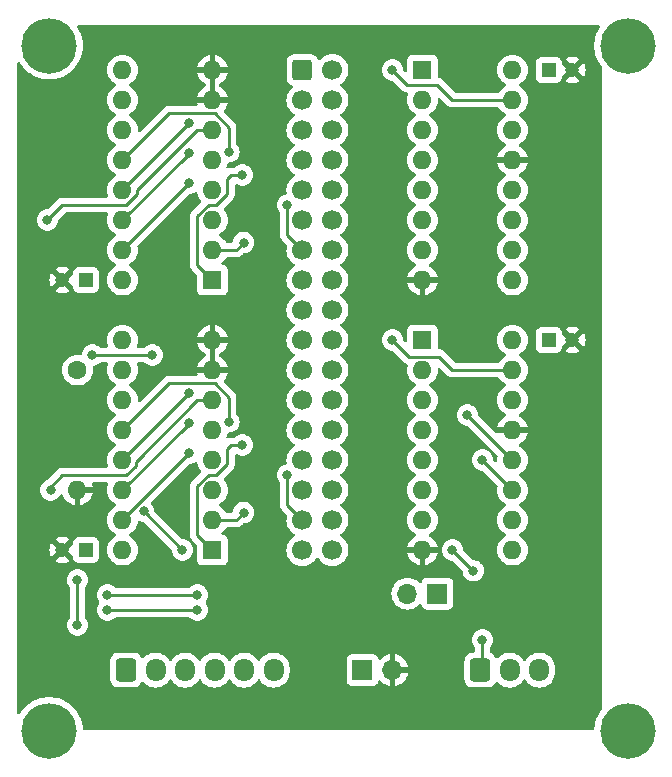
<source format=gbr>
%TF.GenerationSoftware,KiCad,Pcbnew,(7.0.0)*%
%TF.CreationDate,2023-03-24T15:25:03-07:00*%
%TF.ProjectId,tiaan_fsr_exp,74696161-6e5f-4667-9372-5f6578702e6b,rev?*%
%TF.SameCoordinates,Original*%
%TF.FileFunction,Copper,L2,Bot*%
%TF.FilePolarity,Positive*%
%FSLAX46Y46*%
G04 Gerber Fmt 4.6, Leading zero omitted, Abs format (unit mm)*
G04 Created by KiCad (PCBNEW (7.0.0)) date 2023-03-24 15:25:03*
%MOMM*%
%LPD*%
G01*
G04 APERTURE LIST*
G04 Aperture macros list*
%AMRoundRect*
0 Rectangle with rounded corners*
0 $1 Rounding radius*
0 $2 $3 $4 $5 $6 $7 $8 $9 X,Y pos of 4 corners*
0 Add a 4 corners polygon primitive as box body*
4,1,4,$2,$3,$4,$5,$6,$7,$8,$9,$2,$3,0*
0 Add four circle primitives for the rounded corners*
1,1,$1+$1,$2,$3*
1,1,$1+$1,$4,$5*
1,1,$1+$1,$6,$7*
1,1,$1+$1,$8,$9*
0 Add four rect primitives between the rounded corners*
20,1,$1+$1,$2,$3,$4,$5,0*
20,1,$1+$1,$4,$5,$6,$7,0*
20,1,$1+$1,$6,$7,$8,$9,0*
20,1,$1+$1,$8,$9,$2,$3,0*%
G04 Aperture macros list end*
%TA.AperFunction,ComponentPad*%
%ADD10R,1.200000X1.200000*%
%TD*%
%TA.AperFunction,ComponentPad*%
%ADD11C,1.200000*%
%TD*%
%TA.AperFunction,ComponentPad*%
%ADD12R,1.700000X1.700000*%
%TD*%
%TA.AperFunction,ComponentPad*%
%ADD13O,1.700000X1.700000*%
%TD*%
%TA.AperFunction,ComponentPad*%
%ADD14C,1.600000*%
%TD*%
%TA.AperFunction,ComponentPad*%
%ADD15O,1.600000X1.600000*%
%TD*%
%TA.AperFunction,ComponentPad*%
%ADD16RoundRect,0.250000X-0.600000X-0.725000X0.600000X-0.725000X0.600000X0.725000X-0.600000X0.725000X0*%
%TD*%
%TA.AperFunction,ComponentPad*%
%ADD17O,1.700000X1.950000*%
%TD*%
%TA.AperFunction,ComponentPad*%
%ADD18C,4.700000*%
%TD*%
%TA.AperFunction,ComponentPad*%
%ADD19RoundRect,0.250000X-0.600000X-0.600000X0.600000X-0.600000X0.600000X0.600000X-0.600000X0.600000X0*%
%TD*%
%TA.AperFunction,ComponentPad*%
%ADD20C,1.700000*%
%TD*%
%TA.AperFunction,ComponentPad*%
%ADD21R,1.600000X1.600000*%
%TD*%
%TA.AperFunction,ViaPad*%
%ADD22C,0.800000*%
%TD*%
%TA.AperFunction,Conductor*%
%ADD23C,0.250000*%
%TD*%
G04 APERTURE END LIST*
D10*
%TO.P,C4,1*%
%TO.N,VCC*%
X136619999Y-76199999D03*
D11*
%TO.P,C4,2*%
%TO.N,GND*%
X134620000Y-76200000D03*
%TD*%
D10*
%TO.P,C2,1*%
%TO.N,VCC*%
X175799999Y-58419999D03*
D11*
%TO.P,C2,2*%
%TO.N,GND*%
X177800000Y-58420000D03*
%TD*%
D12*
%TO.P,J3,1,Pin_1*%
%TO.N,VCC*%
X160019999Y-86359999D03*
D13*
%TO.P,J3,2,Pin_2*%
%TO.N,GND*%
X162559999Y-86359999D03*
%TD*%
D14*
%TO.P,R1,1*%
%TO.N,Net-(J1-Pin_6)*%
X135890000Y-60960000D03*
D15*
%TO.P,R1,2*%
%TO.N,GND*%
X135889999Y-71119999D03*
%TD*%
D16*
%TO.P,J2,1,Pin_1*%
%TO.N,Net-(J2-Pin_1)*%
X170000000Y-86360000D03*
D17*
%TO.P,J2,2,Pin_2*%
%TO.N,Net-(J2-Pin_2)*%
X172499999Y-86359999D03*
%TO.P,J2,3,Pin_3*%
%TO.N,Net-(J2-Pin_3)*%
X174999999Y-86359999D03*
%TD*%
D18*
%TO.P,H1,1*%
%TO.N,N/C*%
X182500000Y-33500000D03*
%TD*%
%TO.P,H3,1*%
%TO.N,N/C*%
X133500000Y-91500000D03*
%TD*%
%TO.P,H4,1*%
%TO.N,N/C*%
X133500000Y-33500000D03*
%TD*%
D19*
%TO.P,J4,1,Pin_1*%
%TO.N,Net-(J4-Pin_1)*%
X154940000Y-35560000D03*
D20*
%TO.P,J4,2,Pin_2*%
%TO.N,Net-(J4-Pin_2)*%
X157480000Y-35560000D03*
%TO.P,J4,3,Pin_3*%
%TO.N,Net-(J4-Pin_3)*%
X154940000Y-38100000D03*
%TO.P,J4,4,Pin_4*%
%TO.N,Net-(J4-Pin_4)*%
X157480000Y-38100000D03*
%TO.P,J4,5,Pin_5*%
%TO.N,Net-(J4-Pin_5)*%
X154940000Y-40640000D03*
%TO.P,J4,6,Pin_6*%
%TO.N,Net-(J4-Pin_6)*%
X157480000Y-40640000D03*
%TO.P,J4,7,Pin_7*%
%TO.N,Net-(J4-Pin_7)*%
X154940000Y-43180000D03*
%TO.P,J4,8,Pin_8*%
%TO.N,Net-(J4-Pin_8)*%
X157480000Y-43180000D03*
%TO.P,J4,9,Pin_9*%
%TO.N,Net-(J4-Pin_9)*%
X154940000Y-45720000D03*
%TO.P,J4,10,Pin_10*%
%TO.N,Net-(J4-Pin_10)*%
X157480000Y-45720000D03*
%TO.P,J4,11,Pin_11*%
%TO.N,Net-(J4-Pin_11)*%
X154940000Y-48260000D03*
%TO.P,J4,12,Pin_12*%
%TO.N,Net-(J4-Pin_12)*%
X157480000Y-48260000D03*
%TO.P,J4,13,Pin_13*%
%TO.N,Net-(J4-Pin_13)*%
X154940000Y-50800000D03*
%TO.P,J4,14,Pin_14*%
%TO.N,Net-(J4-Pin_14)*%
X157480000Y-50800000D03*
%TO.P,J4,15,Pin_15*%
%TO.N,Net-(J4-Pin_15)*%
X154940000Y-53340000D03*
%TO.P,J4,16,Pin_16*%
%TO.N,Net-(J4-Pin_16)*%
X157480000Y-53340000D03*
%TO.P,J4,17,Pin_17*%
%TO.N,unconnected-(J4-Pin_17-Pad17)*%
X154940000Y-55880000D03*
%TO.P,J4,18,Pin_18*%
%TO.N,unconnected-(J4-Pin_18-Pad18)*%
X157480000Y-55880000D03*
%TO.P,J4,19,Pin_19*%
%TO.N,Net-(J4-Pin_19)*%
X154940000Y-58420000D03*
%TO.P,J4,20,Pin_20*%
%TO.N,Net-(J4-Pin_20)*%
X157480000Y-58420000D03*
%TO.P,J4,21,Pin_21*%
%TO.N,Net-(J4-Pin_21)*%
X154940000Y-60960000D03*
%TO.P,J4,22,Pin_22*%
%TO.N,Net-(J4-Pin_22)*%
X157480000Y-60960000D03*
%TO.P,J4,23,Pin_23*%
%TO.N,Net-(J4-Pin_23)*%
X154940000Y-63500000D03*
%TO.P,J4,24,Pin_24*%
%TO.N,Net-(J4-Pin_24)*%
X157480000Y-63500000D03*
%TO.P,J4,25,Pin_25*%
%TO.N,Net-(J4-Pin_25)*%
X154940000Y-66040000D03*
%TO.P,J4,26,Pin_26*%
%TO.N,Net-(J4-Pin_26)*%
X157480000Y-66040000D03*
%TO.P,J4,27,Pin_27*%
%TO.N,Net-(J4-Pin_27)*%
X154940000Y-68580000D03*
%TO.P,J4,28,Pin_28*%
%TO.N,Net-(J4-Pin_28)*%
X157480000Y-68580000D03*
%TO.P,J4,29,Pin_29*%
%TO.N,Net-(J4-Pin_29)*%
X154940000Y-71120000D03*
%TO.P,J4,30,Pin_30*%
%TO.N,Net-(J4-Pin_30)*%
X157480000Y-71120000D03*
%TO.P,J4,31,Pin_31*%
%TO.N,Net-(J4-Pin_31)*%
X154940000Y-73660000D03*
%TO.P,J4,32,Pin_32*%
%TO.N,Net-(J4-Pin_32)*%
X157480000Y-73660000D03*
%TO.P,J4,33,Pin_33*%
%TO.N,Net-(J4-Pin_33)*%
X154940000Y-76200000D03*
%TO.P,J4,34,Pin_34*%
%TO.N,Net-(J4-Pin_34)*%
X157480000Y-76200000D03*
%TD*%
D21*
%TO.P,MUX1,1,A4*%
%TO.N,Net-(J4-Pin_9)*%
X147319999Y-53339999D03*
D15*
%TO.P,MUX1,2,A6*%
%TO.N,Net-(J4-Pin_13)*%
X147319999Y-50799999D03*
%TO.P,MUX1,3,A*%
%TO.N,Net-(J1-Pin_6)*%
X147319999Y-48259999D03*
%TO.P,MUX1,4,A7*%
%TO.N,Net-(J4-Pin_15)*%
X147319999Y-45719999D03*
%TO.P,MUX1,5,A5*%
%TO.N,Net-(J4-Pin_11)*%
X147319999Y-43179999D03*
%TO.P,MUX1,6,~{E}*%
%TO.N,Net-(J1-Pin_4)*%
X147319999Y-40639999D03*
%TO.P,MUX1,7,VEE*%
%TO.N,GND*%
X147319999Y-38099999D03*
%TO.P,MUX1,8,GND*%
X147319999Y-35559999D03*
%TO.P,MUX1,9,S2*%
%TO.N,Net-(J1-Pin_3)*%
X139699999Y-35559999D03*
%TO.P,MUX1,10,S1*%
%TO.N,Net-(J1-Pin_2)*%
X139699999Y-38099999D03*
%TO.P,MUX1,11,S0*%
%TO.N,Net-(J1-Pin_1)*%
X139699999Y-40639999D03*
%TO.P,MUX1,12,A3*%
%TO.N,Net-(J4-Pin_7)*%
X139699999Y-43179999D03*
%TO.P,MUX1,13,A0*%
%TO.N,Net-(J4-Pin_1)*%
X139699999Y-45719999D03*
%TO.P,MUX1,14,A1*%
%TO.N,Net-(J4-Pin_3)*%
X139699999Y-48259999D03*
%TO.P,MUX1,15,A2*%
%TO.N,Net-(J4-Pin_5)*%
X139699999Y-50799999D03*
%TO.P,MUX1,16,VCC*%
%TO.N,VCC*%
X139699999Y-53339999D03*
%TD*%
D10*
%TO.P,C3,1*%
%TO.N,VCC*%
X136619999Y-53339999D03*
D11*
%TO.P,C3,2*%
%TO.N,GND*%
X134620000Y-53340000D03*
%TD*%
D21*
%TO.P,SR2,1,QB*%
%TO.N,Net-(J4-Pin_22)*%
X165099999Y-58419999D03*
D15*
%TO.P,SR2,2,QC*%
%TO.N,Net-(J4-Pin_24)*%
X165099999Y-60959999D03*
%TO.P,SR2,3,QD*%
%TO.N,Net-(J4-Pin_26)*%
X165099999Y-63499999D03*
%TO.P,SR2,4,QE*%
%TO.N,Net-(J4-Pin_28)*%
X165099999Y-66039999D03*
%TO.P,SR2,5,QF*%
%TO.N,Net-(J4-Pin_30)*%
X165099999Y-68579999D03*
%TO.P,SR2,6,QG*%
%TO.N,Net-(J4-Pin_32)*%
X165099999Y-71119999D03*
%TO.P,SR2,7,QH*%
%TO.N,Net-(J4-Pin_34)*%
X165099999Y-73659999D03*
%TO.P,SR2,8,GND*%
%TO.N,GND*%
X165099999Y-76199999D03*
%TO.P,SR2,9,QH'*%
%TO.N,unconnected-(SR2-QH'-Pad9)*%
X172719999Y-76199999D03*
%TO.P,SR2,10,~{SRCLR}*%
%TO.N,VCC*%
X172719999Y-73659999D03*
%TO.P,SR2,11,SRCLK*%
%TO.N,Net-(J2-Pin_3)*%
X172719999Y-71119999D03*
%TO.P,SR2,12,RCLK*%
%TO.N,Net-(J2-Pin_2)*%
X172719999Y-68579999D03*
%TO.P,SR2,13,~{OE}*%
%TO.N,GND*%
X172719999Y-66039999D03*
%TO.P,SR2,14,SER*%
%TO.N,Net-(SR1-QH')*%
X172719999Y-63499999D03*
%TO.P,SR2,15,QA*%
%TO.N,Net-(J4-Pin_20)*%
X172719999Y-60959999D03*
%TO.P,SR2,16,VCC*%
%TO.N,VCC*%
X172719999Y-58419999D03*
%TD*%
D21*
%TO.P,SR1,1,QB*%
%TO.N,Net-(J4-Pin_4)*%
X165099999Y-35559999D03*
D15*
%TO.P,SR1,2,QC*%
%TO.N,Net-(J4-Pin_6)*%
X165099999Y-38099999D03*
%TO.P,SR1,3,QD*%
%TO.N,Net-(J4-Pin_8)*%
X165099999Y-40639999D03*
%TO.P,SR1,4,QE*%
%TO.N,Net-(J4-Pin_10)*%
X165099999Y-43179999D03*
%TO.P,SR1,5,QF*%
%TO.N,Net-(J4-Pin_12)*%
X165099999Y-45719999D03*
%TO.P,SR1,6,QG*%
%TO.N,Net-(J4-Pin_14)*%
X165099999Y-48259999D03*
%TO.P,SR1,7,QH*%
%TO.N,Net-(J4-Pin_16)*%
X165099999Y-50799999D03*
%TO.P,SR1,8,GND*%
%TO.N,GND*%
X165099999Y-53339999D03*
%TO.P,SR1,9,QH'*%
%TO.N,Net-(SR1-QH')*%
X172719999Y-53339999D03*
%TO.P,SR1,10,~{SRCLR}*%
%TO.N,VCC*%
X172719999Y-50799999D03*
%TO.P,SR1,11,SRCLK*%
%TO.N,Net-(J2-Pin_3)*%
X172719999Y-48259999D03*
%TO.P,SR1,12,RCLK*%
%TO.N,Net-(J2-Pin_2)*%
X172719999Y-45719999D03*
%TO.P,SR1,13,~{OE}*%
%TO.N,GND*%
X172719999Y-43179999D03*
%TO.P,SR1,14,SER*%
%TO.N,Net-(J2-Pin_1)*%
X172719999Y-40639999D03*
%TO.P,SR1,15,QA*%
%TO.N,Net-(J4-Pin_2)*%
X172719999Y-38099999D03*
%TO.P,SR1,16,VCC*%
%TO.N,VCC*%
X172719999Y-35559999D03*
%TD*%
D21*
%TO.P,MUX2,1,A4*%
%TO.N,Net-(J4-Pin_27)*%
X147319999Y-76199999D03*
D15*
%TO.P,MUX2,2,A6*%
%TO.N,Net-(J4-Pin_31)*%
X147319999Y-73659999D03*
%TO.P,MUX2,3,A*%
%TO.N,Net-(J1-Pin_6)*%
X147319999Y-71119999D03*
%TO.P,MUX2,4,A7*%
%TO.N,Net-(J4-Pin_33)*%
X147319999Y-68579999D03*
%TO.P,MUX2,5,A5*%
%TO.N,Net-(J4-Pin_29)*%
X147319999Y-66039999D03*
%TO.P,MUX2,6,~{E}*%
%TO.N,Net-(J1-Pin_5)*%
X147319999Y-63499999D03*
%TO.P,MUX2,7,VEE*%
%TO.N,GND*%
X147319999Y-60959999D03*
%TO.P,MUX2,8,GND*%
X147319999Y-58419999D03*
%TO.P,MUX2,9,S2*%
%TO.N,Net-(J1-Pin_3)*%
X139699999Y-58419999D03*
%TO.P,MUX2,10,S1*%
%TO.N,Net-(J1-Pin_2)*%
X139699999Y-60959999D03*
%TO.P,MUX2,11,S0*%
%TO.N,Net-(J1-Pin_1)*%
X139699999Y-63499999D03*
%TO.P,MUX2,12,A3*%
%TO.N,Net-(J4-Pin_25)*%
X139699999Y-66039999D03*
%TO.P,MUX2,13,A0*%
%TO.N,Net-(J4-Pin_19)*%
X139699999Y-68579999D03*
%TO.P,MUX2,14,A1*%
%TO.N,Net-(J4-Pin_21)*%
X139699999Y-71119999D03*
%TO.P,MUX2,15,A2*%
%TO.N,Net-(J4-Pin_23)*%
X139699999Y-73659999D03*
%TO.P,MUX2,16,VCC*%
%TO.N,VCC*%
X139699999Y-76199999D03*
%TD*%
D10*
%TO.P,C1,1*%
%TO.N,VCC*%
X175799999Y-35559999D03*
D11*
%TO.P,C1,2*%
%TO.N,GND*%
X177800000Y-35560000D03*
%TD*%
D12*
%TO.P,J5,1,Pin_1*%
%TO.N,Net-(J2-Pin_3)*%
X166369999Y-79889999D03*
D13*
%TO.P,J5,2,Pin_2*%
%TO.N,Net-(J2-Pin_2)*%
X163829999Y-79889999D03*
%TD*%
D16*
%TO.P,J1,1,Pin_1*%
%TO.N,Net-(J1-Pin_1)*%
X140000000Y-86360000D03*
D17*
%TO.P,J1,2,Pin_2*%
%TO.N,Net-(J1-Pin_2)*%
X142499999Y-86359999D03*
%TO.P,J1,3,Pin_3*%
%TO.N,Net-(J1-Pin_3)*%
X144999999Y-86359999D03*
%TO.P,J1,4,Pin_4*%
%TO.N,Net-(J1-Pin_4)*%
X147499999Y-86359999D03*
%TO.P,J1,5,Pin_5*%
%TO.N,Net-(J1-Pin_5)*%
X149999999Y-86359999D03*
%TO.P,J1,6,Pin_6*%
%TO.N,Net-(J1-Pin_6)*%
X152499999Y-86359999D03*
%TD*%
D18*
%TO.P,H2,1*%
%TO.N,N/C*%
X182500000Y-91500000D03*
%TD*%
D22*
%TO.N,VCC*%
X135890000Y-78740000D03*
X135890000Y-82550000D03*
%TO.N,Net-(J2-Pin_1)*%
X169392299Y-77952299D03*
X170180000Y-83820000D03*
X167640000Y-76200000D03*
%TO.N,Net-(J2-Pin_2)*%
X168910000Y-64770000D03*
%TO.N,Net-(J2-Pin_3)*%
X170180000Y-68580000D03*
%TO.N,Net-(J1-Pin_4)*%
X138430000Y-81280000D03*
X146050000Y-81280000D03*
X133350000Y-48260000D03*
%TO.N,Net-(J1-Pin_5)*%
X146050000Y-80010000D03*
X138430000Y-80010000D03*
X133624999Y-71120000D03*
%TO.N,Net-(J1-Pin_6)*%
X144780000Y-76200000D03*
X137160000Y-59690000D03*
X141482300Y-72902300D03*
X142240000Y-59690000D03*
%TO.N,Net-(J4-Pin_31)*%
X149949500Y-73025000D03*
X153670000Y-69850000D03*
%TO.N,Net-(J4-Pin_27)*%
X149860000Y-67310000D03*
%TO.N,Net-(J4-Pin_25)*%
X148719503Y-65349500D03*
%TO.N,Net-(J4-Pin_23)*%
X145350248Y-68009751D03*
%TO.N,Net-(J4-Pin_21)*%
X145316991Y-65447661D03*
%TO.N,Net-(J4-Pin_20)*%
X162560000Y-58420000D03*
%TO.N,Net-(J4-Pin_19)*%
X145349148Y-62930852D03*
%TO.N,Net-(J4-Pin_13)*%
X153670000Y-46990000D03*
X149949500Y-50165000D03*
%TO.N,Net-(J4-Pin_9)*%
X149860000Y-44450000D03*
%TO.N,Net-(J4-Pin_7)*%
X148719503Y-42489500D03*
%TO.N,Net-(J4-Pin_5)*%
X145350248Y-45149751D03*
%TO.N,Net-(J4-Pin_3)*%
X145316991Y-42587661D03*
%TO.N,Net-(J4-Pin_2)*%
X162560000Y-35560000D03*
%TO.N,Net-(J4-Pin_1)*%
X145349148Y-40070852D03*
%TD*%
D23*
%TO.N,VCC*%
X135890000Y-78740000D02*
X135890000Y-82550000D01*
%TO.N,Net-(J2-Pin_1)*%
X170180000Y-86180000D02*
X170000000Y-86360000D01*
X170180000Y-83820000D02*
X170180000Y-86180000D01*
X167640000Y-76200000D02*
X169392299Y-77952299D01*
%TO.N,Net-(J2-Pin_2)*%
X168910000Y-64770000D02*
X172720000Y-68580000D01*
%TO.N,Net-(J2-Pin_3)*%
X170180000Y-68580000D02*
X172720000Y-71120000D01*
%TO.N,Net-(J1-Pin_4)*%
X140970000Y-45720000D02*
X146050000Y-40640000D01*
X140020991Y-46990000D02*
X140970000Y-46040991D01*
X138430000Y-81280000D02*
X146050000Y-81280000D01*
X140970000Y-46040991D02*
X140970000Y-45720000D01*
X146050000Y-40640000D02*
X147320000Y-40640000D01*
X133350000Y-48260000D02*
X134620000Y-46990000D01*
X134620000Y-46990000D02*
X140020991Y-46990000D01*
%TO.N,Net-(J1-Pin_5)*%
X140825000Y-69045991D02*
X140825000Y-68725000D01*
X140020991Y-69850000D02*
X140825000Y-69045991D01*
X146050000Y-63500000D02*
X147320000Y-63500000D01*
X140825000Y-68725000D02*
X146050000Y-63500000D01*
X133624999Y-71120000D02*
X133624999Y-70845001D01*
X134620000Y-69850000D02*
X140020991Y-69850000D01*
X138430000Y-80010000D02*
X146050000Y-80010000D01*
X133624999Y-70845001D02*
X134620000Y-69850000D01*
%TO.N,Net-(J1-Pin_6)*%
X144780000Y-76200000D02*
X141482300Y-72902300D01*
X142240000Y-59690000D02*
X137160000Y-59690000D01*
%TO.N,Net-(J4-Pin_31)*%
X147320000Y-73660000D02*
X149314500Y-73660000D01*
X149314500Y-73660000D02*
X149949500Y-73025000D01*
X153670000Y-72390000D02*
X154940000Y-73660000D01*
X153670000Y-69850000D02*
X153670000Y-72390000D01*
%TO.N,Net-(J4-Pin_27)*%
X148910991Y-67310000D02*
X149860000Y-67310000D01*
X147640991Y-69850000D02*
X148590000Y-68900991D01*
X148590000Y-67630991D02*
X148910991Y-67310000D01*
X147320000Y-76200000D02*
X146050000Y-74930000D01*
X146999009Y-69850000D02*
X147640991Y-69850000D01*
X146050000Y-74930000D02*
X146050000Y-70799009D01*
X146050000Y-70799009D02*
X146999009Y-69850000D01*
X148590000Y-68900991D02*
X148590000Y-67630991D01*
%TO.N,Net-(J4-Pin_25)*%
X148719503Y-63308512D02*
X147495991Y-62085000D01*
X143655000Y-62085000D02*
X139700000Y-66040000D01*
X147495991Y-62085000D02*
X143655000Y-62085000D01*
X148719503Y-65349500D02*
X148719503Y-63308512D01*
%TO.N,Net-(J4-Pin_23)*%
X145350248Y-68009752D02*
X139700000Y-73660000D01*
X145350248Y-68009751D02*
X145350248Y-68009752D01*
%TO.N,Net-(J4-Pin_21)*%
X145316991Y-65503009D02*
X139700000Y-71120000D01*
X145316991Y-65447661D02*
X145316991Y-65503009D01*
%TO.N,Net-(J4-Pin_20)*%
X172720000Y-60960000D02*
X167640000Y-60960000D01*
X166515000Y-59835000D02*
X163975000Y-59835000D01*
X167640000Y-60960000D02*
X166515000Y-59835000D01*
X163975000Y-59835000D02*
X162560000Y-58420000D01*
%TO.N,Net-(J4-Pin_19)*%
X145349148Y-62930852D02*
X139700000Y-68580000D01*
%TO.N,Net-(J4-Pin_13)*%
X153670000Y-46990000D02*
X153670000Y-49530000D01*
X147320000Y-50800000D02*
X149314500Y-50800000D01*
X149314500Y-50800000D02*
X149949500Y-50165000D01*
X153670000Y-49530000D02*
X154940000Y-50800000D01*
%TO.N,Net-(J4-Pin_9)*%
X148590000Y-46040991D02*
X148590000Y-44770991D01*
X146050000Y-52070000D02*
X146050000Y-47939009D01*
X146999009Y-46990000D02*
X147640991Y-46990000D01*
X146050000Y-47939009D02*
X146999009Y-46990000D01*
X147320000Y-53340000D02*
X146050000Y-52070000D01*
X147640991Y-46990000D02*
X148590000Y-46040991D01*
X148590000Y-44770991D02*
X148910991Y-44450000D01*
X148910991Y-44450000D02*
X149860000Y-44450000D01*
%TO.N,Net-(J4-Pin_7)*%
X143655000Y-39225000D02*
X139700000Y-43180000D01*
X147495991Y-39225000D02*
X143655000Y-39225000D01*
X148719503Y-40448512D02*
X147495991Y-39225000D01*
X148719503Y-42489500D02*
X148719503Y-40448512D01*
%TO.N,Net-(J4-Pin_5)*%
X145350248Y-45149752D02*
X139700000Y-50800000D01*
X145350248Y-45149751D02*
X145350248Y-45149752D01*
%TO.N,Net-(J4-Pin_3)*%
X145316991Y-42587661D02*
X145316991Y-42643009D01*
X145316991Y-42643009D02*
X139700000Y-48260000D01*
%TO.N,Net-(J4-Pin_2)*%
X166370000Y-36830000D02*
X163830000Y-36830000D01*
X167640000Y-38100000D02*
X166370000Y-36830000D01*
X163830000Y-36830000D02*
X162560000Y-35560000D01*
X172720000Y-38100000D02*
X167640000Y-38100000D01*
%TO.N,Net-(J4-Pin_1)*%
X145349148Y-40070852D02*
X139700000Y-45720000D01*
%TD*%
%TA.AperFunction,Conductor*%
%TO.N,GND*%
G36*
X180066115Y-31766613D02*
G01*
X180111502Y-31812000D01*
X180128115Y-31874000D01*
X180111502Y-31936000D01*
X179950187Y-32215404D01*
X179950181Y-32215414D01*
X179948383Y-32218530D01*
X179946962Y-32221822D01*
X179946954Y-32221840D01*
X179818292Y-32520115D01*
X179816867Y-32523419D01*
X179815838Y-32526854D01*
X179815835Y-32526864D01*
X179722669Y-32838059D01*
X179722666Y-32838069D01*
X179721635Y-32841515D01*
X179721010Y-32845058D01*
X179721007Y-32845072D01*
X179664604Y-33164950D01*
X179664602Y-33164963D01*
X179663976Y-33168516D01*
X179663766Y-33172121D01*
X179663765Y-33172130D01*
X179644879Y-33496394D01*
X179644669Y-33500000D01*
X179663976Y-33831484D01*
X179664602Y-33835038D01*
X179664604Y-33835049D01*
X179721007Y-34154927D01*
X179721009Y-34154937D01*
X179721635Y-34158485D01*
X179722667Y-34161934D01*
X179722669Y-34161940D01*
X179815835Y-34473135D01*
X179816867Y-34476581D01*
X179836245Y-34521505D01*
X179946954Y-34778159D01*
X179946959Y-34778169D01*
X179948383Y-34781470D01*
X179950185Y-34784592D01*
X179950187Y-34784595D01*
X180112597Y-35065898D01*
X180112603Y-35065907D01*
X180114406Y-35069030D01*
X180116562Y-35071926D01*
X180116564Y-35071929D01*
X180281647Y-35293674D01*
X180311170Y-35333329D01*
X180311171Y-35333331D01*
X180312690Y-35335371D01*
X180312451Y-35335548D01*
X180332523Y-35370316D01*
X180340000Y-35412724D01*
X180340000Y-89587276D01*
X180332523Y-89629684D01*
X180312451Y-89664451D01*
X180312690Y-89664629D01*
X180311171Y-89666668D01*
X180311167Y-89666673D01*
X180310541Y-89667514D01*
X180310533Y-89667525D01*
X180116564Y-89928070D01*
X180116556Y-89928081D01*
X180114406Y-89930970D01*
X180112607Y-89934084D01*
X180112597Y-89934101D01*
X179950187Y-90215404D01*
X179950181Y-90215414D01*
X179948383Y-90218530D01*
X179946962Y-90221822D01*
X179946954Y-90221840D01*
X179818292Y-90520115D01*
X179816867Y-90523419D01*
X179815838Y-90526854D01*
X179815835Y-90526864D01*
X179722669Y-90838059D01*
X179722666Y-90838069D01*
X179721635Y-90841515D01*
X179721010Y-90845058D01*
X179721007Y-90845072D01*
X179664604Y-91164950D01*
X179664602Y-91164963D01*
X179663976Y-91168516D01*
X179663766Y-91172121D01*
X179663765Y-91172130D01*
X179654966Y-91323210D01*
X179636078Y-91382117D01*
X179591082Y-91424569D01*
X179531176Y-91440000D01*
X136468824Y-91440000D01*
X136408918Y-91424569D01*
X136363922Y-91382117D01*
X136345034Y-91323210D01*
X136336234Y-91172130D01*
X136336024Y-91168516D01*
X136278365Y-90841515D01*
X136183133Y-90523419D01*
X136051617Y-90218530D01*
X135885594Y-89930970D01*
X135687310Y-89664629D01*
X135459447Y-89423107D01*
X135456689Y-89420793D01*
X135456684Y-89420788D01*
X135207858Y-89212000D01*
X135205085Y-89209673D01*
X135134159Y-89163024D01*
X134930685Y-89029196D01*
X134930677Y-89029191D01*
X134927666Y-89027211D01*
X134867159Y-88996823D01*
X134634176Y-88879814D01*
X134634166Y-88879809D01*
X134630939Y-88878189D01*
X134532283Y-88842281D01*
X134322307Y-88765856D01*
X134322299Y-88765853D01*
X134318918Y-88764623D01*
X134315419Y-88763793D01*
X134315410Y-88763791D01*
X133999323Y-88688877D01*
X133999314Y-88688875D01*
X133995823Y-88688048D01*
X133992253Y-88687630D01*
X133992249Y-88687630D01*
X133669593Y-88649917D01*
X133669588Y-88649916D01*
X133666023Y-88649500D01*
X133333977Y-88649500D01*
X133330412Y-88649916D01*
X133330406Y-88649917D01*
X133007750Y-88687630D01*
X133007743Y-88687631D01*
X133004177Y-88688048D01*
X133000688Y-88688874D01*
X133000676Y-88688877D01*
X132684589Y-88763791D01*
X132684575Y-88763794D01*
X132681082Y-88764623D01*
X132677705Y-88765852D01*
X132677692Y-88765856D01*
X132372462Y-88876951D01*
X132369061Y-88878189D01*
X132365839Y-88879806D01*
X132365823Y-88879814D01*
X132075563Y-89025589D01*
X132075558Y-89025591D01*
X132072334Y-89027211D01*
X132069330Y-89029186D01*
X132069314Y-89029196D01*
X131797943Y-89207681D01*
X131797937Y-89207684D01*
X131794915Y-89209673D01*
X131792147Y-89211994D01*
X131792141Y-89212000D01*
X131543315Y-89420788D01*
X131543301Y-89420800D01*
X131540553Y-89423107D01*
X131538091Y-89425716D01*
X131538081Y-89425726D01*
X131315156Y-89662015D01*
X131312690Y-89664629D01*
X131310544Y-89667510D01*
X131310541Y-89667515D01*
X131116564Y-89928070D01*
X131116556Y-89928081D01*
X131114406Y-89930970D01*
X131112607Y-89934084D01*
X131112597Y-89934101D01*
X131041387Y-90057442D01*
X130996000Y-90102829D01*
X130934000Y-90119442D01*
X130872000Y-90102829D01*
X130826613Y-90057442D01*
X130810000Y-89995442D01*
X130810000Y-87131878D01*
X138649500Y-87131878D01*
X138649501Y-87135008D01*
X138649820Y-87138140D01*
X138649821Y-87138141D01*
X138659312Y-87231061D01*
X138659313Y-87231069D01*
X138660001Y-87237797D01*
X138662129Y-87244219D01*
X138662130Y-87244223D01*
X138700571Y-87360230D01*
X138715186Y-87404334D01*
X138718977Y-87410480D01*
X138803497Y-87547511D01*
X138803500Y-87547515D01*
X138807288Y-87553656D01*
X138931344Y-87677712D01*
X138937485Y-87681500D01*
X138937488Y-87681502D01*
X138984502Y-87710500D01*
X139080666Y-87769814D01*
X139247203Y-87824999D01*
X139349991Y-87835500D01*
X140650008Y-87835499D01*
X140752797Y-87824999D01*
X140919334Y-87769814D01*
X141068656Y-87677712D01*
X141192712Y-87553656D01*
X141284814Y-87404334D01*
X141285698Y-87404879D01*
X141317662Y-87365046D01*
X141371618Y-87341300D01*
X141430441Y-87345153D01*
X141480838Y-87375734D01*
X141628599Y-87523495D01*
X141633031Y-87526598D01*
X141633033Y-87526600D01*
X141777260Y-87627589D01*
X141822170Y-87659035D01*
X141827070Y-87661320D01*
X141827072Y-87661321D01*
X141851273Y-87672606D01*
X142036337Y-87758903D01*
X142264592Y-87820063D01*
X142500000Y-87840659D01*
X142735408Y-87820063D01*
X142963663Y-87758903D01*
X143177829Y-87659035D01*
X143371401Y-87523495D01*
X143538495Y-87356401D01*
X143648425Y-87199403D01*
X143692743Y-87160538D01*
X143750000Y-87146527D01*
X143807257Y-87160538D01*
X143851574Y-87199403D01*
X143961505Y-87356401D01*
X144128599Y-87523495D01*
X144133031Y-87526598D01*
X144133033Y-87526600D01*
X144277260Y-87627589D01*
X144322170Y-87659035D01*
X144327070Y-87661320D01*
X144327072Y-87661321D01*
X144351273Y-87672606D01*
X144536337Y-87758903D01*
X144764592Y-87820063D01*
X145000000Y-87840659D01*
X145235408Y-87820063D01*
X145463663Y-87758903D01*
X145677829Y-87659035D01*
X145871401Y-87523495D01*
X146038495Y-87356401D01*
X146148425Y-87199403D01*
X146192743Y-87160538D01*
X146250000Y-87146527D01*
X146307257Y-87160538D01*
X146351574Y-87199403D01*
X146461505Y-87356401D01*
X146628599Y-87523495D01*
X146633031Y-87526598D01*
X146633033Y-87526600D01*
X146777260Y-87627589D01*
X146822170Y-87659035D01*
X146827070Y-87661320D01*
X146827072Y-87661321D01*
X146851273Y-87672606D01*
X147036337Y-87758903D01*
X147264592Y-87820063D01*
X147500000Y-87840659D01*
X147735408Y-87820063D01*
X147963663Y-87758903D01*
X148177829Y-87659035D01*
X148371401Y-87523495D01*
X148538495Y-87356401D01*
X148648425Y-87199403D01*
X148692743Y-87160538D01*
X148750000Y-87146527D01*
X148807257Y-87160538D01*
X148851574Y-87199403D01*
X148961505Y-87356401D01*
X149128599Y-87523495D01*
X149133031Y-87526598D01*
X149133033Y-87526600D01*
X149277260Y-87627589D01*
X149322170Y-87659035D01*
X149327070Y-87661320D01*
X149327072Y-87661321D01*
X149351273Y-87672606D01*
X149536337Y-87758903D01*
X149764592Y-87820063D01*
X150000000Y-87840659D01*
X150235408Y-87820063D01*
X150463663Y-87758903D01*
X150677829Y-87659035D01*
X150871401Y-87523495D01*
X151038495Y-87356401D01*
X151148425Y-87199403D01*
X151192743Y-87160538D01*
X151250000Y-87146527D01*
X151307257Y-87160538D01*
X151351574Y-87199403D01*
X151461505Y-87356401D01*
X151628599Y-87523495D01*
X151633031Y-87526598D01*
X151633033Y-87526600D01*
X151777260Y-87627589D01*
X151822170Y-87659035D01*
X151827070Y-87661320D01*
X151827072Y-87661321D01*
X151851273Y-87672606D01*
X152036337Y-87758903D01*
X152264592Y-87820063D01*
X152500000Y-87840659D01*
X152735408Y-87820063D01*
X152963663Y-87758903D01*
X153177829Y-87659035D01*
X153371401Y-87523495D01*
X153538495Y-87356401D01*
X153609792Y-87254578D01*
X158669500Y-87254578D01*
X158669501Y-87257872D01*
X158669853Y-87261150D01*
X158669854Y-87261161D01*
X158675079Y-87309768D01*
X158675080Y-87309773D01*
X158675909Y-87317483D01*
X158678619Y-87324749D01*
X158678620Y-87324753D01*
X158693649Y-87365046D01*
X158726204Y-87452331D01*
X158731518Y-87459430D01*
X158731519Y-87459431D01*
X158805877Y-87558761D01*
X158812454Y-87567546D01*
X158927669Y-87653796D01*
X159062517Y-87704091D01*
X159122127Y-87710500D01*
X160917872Y-87710499D01*
X160977483Y-87704091D01*
X161112331Y-87653796D01*
X161227546Y-87567546D01*
X161313796Y-87452331D01*
X161363003Y-87320398D01*
X161397981Y-87270022D01*
X161452825Y-87242568D01*
X161514119Y-87244757D01*
X161566865Y-87276053D01*
X161685090Y-87394278D01*
X161693356Y-87401215D01*
X161877991Y-87530498D01*
X161887323Y-87535886D01*
X162091602Y-87631143D01*
X162101736Y-87634831D01*
X162296219Y-87686943D01*
X162307448Y-87687311D01*
X162310000Y-87676369D01*
X162810000Y-87676369D01*
X162812551Y-87687311D01*
X162823780Y-87686943D01*
X163018263Y-87634831D01*
X163028397Y-87631143D01*
X163232676Y-87535886D01*
X163242008Y-87530498D01*
X163426643Y-87401215D01*
X163434909Y-87394278D01*
X163594278Y-87234909D01*
X163601215Y-87226643D01*
X163667570Y-87131878D01*
X168649500Y-87131878D01*
X168649501Y-87135008D01*
X168649820Y-87138140D01*
X168649821Y-87138141D01*
X168659312Y-87231061D01*
X168659313Y-87231069D01*
X168660001Y-87237797D01*
X168662129Y-87244219D01*
X168662130Y-87244223D01*
X168700571Y-87360230D01*
X168715186Y-87404334D01*
X168718977Y-87410480D01*
X168803497Y-87547511D01*
X168803500Y-87547515D01*
X168807288Y-87553656D01*
X168931344Y-87677712D01*
X168937485Y-87681500D01*
X168937488Y-87681502D01*
X168984502Y-87710500D01*
X169080666Y-87769814D01*
X169247203Y-87824999D01*
X169349991Y-87835500D01*
X170650008Y-87835499D01*
X170752797Y-87824999D01*
X170919334Y-87769814D01*
X171068656Y-87677712D01*
X171192712Y-87553656D01*
X171284814Y-87404334D01*
X171285698Y-87404879D01*
X171317662Y-87365046D01*
X171371618Y-87341300D01*
X171430441Y-87345153D01*
X171480838Y-87375734D01*
X171628599Y-87523495D01*
X171633031Y-87526598D01*
X171633033Y-87526600D01*
X171777260Y-87627589D01*
X171822170Y-87659035D01*
X171827070Y-87661320D01*
X171827072Y-87661321D01*
X171851273Y-87672606D01*
X172036337Y-87758903D01*
X172264592Y-87820063D01*
X172500000Y-87840659D01*
X172735408Y-87820063D01*
X172963663Y-87758903D01*
X173177829Y-87659035D01*
X173371401Y-87523495D01*
X173538495Y-87356401D01*
X173648425Y-87199403D01*
X173692743Y-87160538D01*
X173750000Y-87146527D01*
X173807257Y-87160538D01*
X173851574Y-87199403D01*
X173961505Y-87356401D01*
X174128599Y-87523495D01*
X174133031Y-87526598D01*
X174133033Y-87526600D01*
X174277260Y-87627589D01*
X174322170Y-87659035D01*
X174327070Y-87661320D01*
X174327072Y-87661321D01*
X174351273Y-87672606D01*
X174536337Y-87758903D01*
X174764592Y-87820063D01*
X175000000Y-87840659D01*
X175235408Y-87820063D01*
X175463663Y-87758903D01*
X175677829Y-87659035D01*
X175871401Y-87523495D01*
X176038495Y-87356401D01*
X176174035Y-87162829D01*
X176273903Y-86948663D01*
X176335063Y-86720408D01*
X176350500Y-86543966D01*
X176350500Y-86176034D01*
X176335063Y-85999592D01*
X176273903Y-85771337D01*
X176174035Y-85557171D01*
X176038495Y-85363599D01*
X175871401Y-85196505D01*
X175866970Y-85193402D01*
X175866966Y-85193399D01*
X175682259Y-85064066D01*
X175682257Y-85064064D01*
X175677830Y-85060965D01*
X175672933Y-85058681D01*
X175672927Y-85058678D01*
X175468572Y-84963386D01*
X175468570Y-84963385D01*
X175463663Y-84961097D01*
X175458438Y-84959697D01*
X175458430Y-84959694D01*
X175240634Y-84901337D01*
X175240630Y-84901336D01*
X175235408Y-84899937D01*
X175230020Y-84899465D01*
X175230017Y-84899465D01*
X175005395Y-84879813D01*
X175000000Y-84879341D01*
X174994605Y-84879813D01*
X174769982Y-84899465D01*
X174769977Y-84899465D01*
X174764592Y-84899937D01*
X174759371Y-84901335D01*
X174759365Y-84901337D01*
X174541569Y-84959694D01*
X174541557Y-84959698D01*
X174536337Y-84961097D01*
X174531432Y-84963383D01*
X174531427Y-84963386D01*
X174327081Y-85058675D01*
X174327077Y-85058677D01*
X174322171Y-85060965D01*
X174317738Y-85064068D01*
X174317731Y-85064073D01*
X174133034Y-85193399D01*
X174133029Y-85193402D01*
X174128599Y-85196505D01*
X174124775Y-85200328D01*
X174124769Y-85200334D01*
X173965334Y-85359769D01*
X173965328Y-85359775D01*
X173961505Y-85363599D01*
X173958403Y-85368028D01*
X173958403Y-85368029D01*
X173851575Y-85520596D01*
X173807257Y-85559461D01*
X173750000Y-85573472D01*
X173692743Y-85559461D01*
X173648425Y-85520596D01*
X173621542Y-85482203D01*
X173538495Y-85363599D01*
X173371401Y-85196505D01*
X173366970Y-85193402D01*
X173366966Y-85193399D01*
X173182259Y-85064066D01*
X173182257Y-85064064D01*
X173177830Y-85060965D01*
X173172933Y-85058681D01*
X173172927Y-85058678D01*
X172968572Y-84963386D01*
X172968570Y-84963385D01*
X172963663Y-84961097D01*
X172958438Y-84959697D01*
X172958430Y-84959694D01*
X172740634Y-84901337D01*
X172740630Y-84901336D01*
X172735408Y-84899937D01*
X172730020Y-84899465D01*
X172730017Y-84899465D01*
X172505395Y-84879813D01*
X172500000Y-84879341D01*
X172494605Y-84879813D01*
X172269982Y-84899465D01*
X172269977Y-84899465D01*
X172264592Y-84899937D01*
X172259371Y-84901335D01*
X172259365Y-84901337D01*
X172041569Y-84959694D01*
X172041557Y-84959698D01*
X172036337Y-84961097D01*
X172031432Y-84963383D01*
X172031427Y-84963386D01*
X171827081Y-85058675D01*
X171827077Y-85058677D01*
X171822171Y-85060965D01*
X171817738Y-85064068D01*
X171817731Y-85064073D01*
X171633034Y-85193399D01*
X171633029Y-85193402D01*
X171628599Y-85196505D01*
X171624774Y-85200329D01*
X171624775Y-85200329D01*
X171480838Y-85344266D01*
X171430443Y-85374845D01*
X171371621Y-85378700D01*
X171317667Y-85354957D01*
X171285697Y-85315120D01*
X171284814Y-85315666D01*
X171196502Y-85172488D01*
X171196500Y-85172485D01*
X171192712Y-85166344D01*
X171068656Y-85042288D01*
X171062515Y-85038500D01*
X171062511Y-85038497D01*
X170925480Y-84953977D01*
X170919334Y-84950186D01*
X170890495Y-84940629D01*
X170846171Y-84914751D01*
X170816123Y-84873139D01*
X170805500Y-84822924D01*
X170805500Y-84518687D01*
X170813736Y-84474249D01*
X170837350Y-84435715D01*
X170912533Y-84352216D01*
X171007179Y-84188284D01*
X171065674Y-84008256D01*
X171085460Y-83820000D01*
X171065674Y-83631744D01*
X171007179Y-83451716D01*
X170912533Y-83287784D01*
X170785871Y-83147112D01*
X170780613Y-83143292D01*
X170780611Y-83143290D01*
X170637988Y-83039669D01*
X170637987Y-83039668D01*
X170632730Y-83035849D01*
X170626792Y-83033205D01*
X170465745Y-82961501D01*
X170465740Y-82961499D01*
X170459803Y-82958856D01*
X170453444Y-82957504D01*
X170453440Y-82957503D01*
X170281008Y-82920852D01*
X170281005Y-82920851D01*
X170274646Y-82919500D01*
X170085354Y-82919500D01*
X170078995Y-82920851D01*
X170078991Y-82920852D01*
X169906559Y-82957503D01*
X169906552Y-82957505D01*
X169900197Y-82958856D01*
X169894262Y-82961498D01*
X169894254Y-82961501D01*
X169733207Y-83033205D01*
X169733202Y-83033207D01*
X169727270Y-83035849D01*
X169722016Y-83039665D01*
X169722011Y-83039669D01*
X169579388Y-83143290D01*
X169579381Y-83143295D01*
X169574129Y-83147112D01*
X169569784Y-83151937D01*
X169569779Y-83151942D01*
X169451813Y-83282956D01*
X169451808Y-83282962D01*
X169447467Y-83287784D01*
X169444222Y-83293404D01*
X169444218Y-83293410D01*
X169356069Y-83446089D01*
X169356066Y-83446094D01*
X169352821Y-83451716D01*
X169350815Y-83457888D01*
X169350813Y-83457894D01*
X169296333Y-83625564D01*
X169296331Y-83625573D01*
X169294326Y-83631744D01*
X169293648Y-83638194D01*
X169293646Y-83638204D01*
X169275962Y-83806464D01*
X169274540Y-83820000D01*
X169275219Y-83826460D01*
X169293646Y-84001795D01*
X169293647Y-84001803D01*
X169294326Y-84008256D01*
X169296331Y-84014428D01*
X169296333Y-84014435D01*
X169350813Y-84182105D01*
X169352821Y-84188284D01*
X169447467Y-84352216D01*
X169451811Y-84357041D01*
X169451813Y-84357043D01*
X169522650Y-84435715D01*
X169546264Y-84474249D01*
X169554500Y-84518687D01*
X169554500Y-84760501D01*
X169537887Y-84822501D01*
X169492500Y-84867888D01*
X169430500Y-84884501D01*
X169349992Y-84884501D01*
X169346860Y-84884820D01*
X169346858Y-84884821D01*
X169253938Y-84894312D01*
X169253928Y-84894313D01*
X169247203Y-84895001D01*
X169240781Y-84897128D01*
X169240776Y-84897130D01*
X169087521Y-84947914D01*
X169087517Y-84947915D01*
X169080666Y-84950186D01*
X169074522Y-84953975D01*
X169074519Y-84953977D01*
X168937488Y-85038497D01*
X168937480Y-85038503D01*
X168931344Y-85042288D01*
X168926242Y-85047389D01*
X168926238Y-85047393D01*
X168812393Y-85161238D01*
X168812389Y-85161242D01*
X168807288Y-85166344D01*
X168803503Y-85172480D01*
X168803497Y-85172488D01*
X168739664Y-85275980D01*
X168715186Y-85315666D01*
X168712915Y-85322517D01*
X168712914Y-85322521D01*
X168662131Y-85475774D01*
X168660001Y-85482203D01*
X168659313Y-85488933D01*
X168659312Y-85488940D01*
X168649819Y-85581859D01*
X168649818Y-85581877D01*
X168649500Y-85584991D01*
X168649500Y-85588138D01*
X168649500Y-85588139D01*
X168649500Y-87131859D01*
X168649500Y-87131878D01*
X163667570Y-87131878D01*
X163730498Y-87042008D01*
X163735886Y-87032676D01*
X163831143Y-86828397D01*
X163834831Y-86818263D01*
X163886943Y-86623780D01*
X163887311Y-86612551D01*
X163876369Y-86610000D01*
X162826326Y-86610000D01*
X162813450Y-86613450D01*
X162810000Y-86626326D01*
X162810000Y-87676369D01*
X162310000Y-87676369D01*
X162310000Y-86093674D01*
X162810000Y-86093674D01*
X162813450Y-86106549D01*
X162826326Y-86110000D01*
X163876369Y-86110000D01*
X163887311Y-86107448D01*
X163886943Y-86096219D01*
X163834831Y-85901736D01*
X163831143Y-85891602D01*
X163735889Y-85687332D01*
X163730491Y-85677982D01*
X163601215Y-85493357D01*
X163594280Y-85485092D01*
X163434909Y-85325721D01*
X163426643Y-85318784D01*
X163242008Y-85189501D01*
X163232676Y-85184113D01*
X163028397Y-85088856D01*
X163018263Y-85085168D01*
X162823780Y-85033056D01*
X162812551Y-85032688D01*
X162810000Y-85043631D01*
X162810000Y-86093674D01*
X162310000Y-86093674D01*
X162310000Y-85043631D01*
X162307448Y-85032688D01*
X162296219Y-85033056D01*
X162101736Y-85085168D01*
X162091602Y-85088856D01*
X161887332Y-85184110D01*
X161877982Y-85189508D01*
X161693357Y-85318784D01*
X161685098Y-85325714D01*
X161566865Y-85443947D01*
X161514118Y-85475242D01*
X161452825Y-85477431D01*
X161397981Y-85449977D01*
X161363002Y-85399598D01*
X161361379Y-85395247D01*
X161313796Y-85267669D01*
X161227546Y-85152454D01*
X161112331Y-85066204D01*
X160977483Y-85015909D01*
X160969770Y-85015079D01*
X160969767Y-85015079D01*
X160921180Y-85009855D01*
X160921169Y-85009854D01*
X160917873Y-85009500D01*
X160914550Y-85009500D01*
X159125439Y-85009500D01*
X159125420Y-85009500D01*
X159122128Y-85009501D01*
X159118850Y-85009853D01*
X159118838Y-85009854D01*
X159070231Y-85015079D01*
X159070225Y-85015080D01*
X159062517Y-85015909D01*
X159055252Y-85018618D01*
X159055246Y-85018620D01*
X158935980Y-85063104D01*
X158935978Y-85063104D01*
X158927669Y-85066204D01*
X158920572Y-85071516D01*
X158920568Y-85071519D01*
X158819550Y-85147141D01*
X158819546Y-85147144D01*
X158812454Y-85152454D01*
X158807144Y-85159546D01*
X158807141Y-85159550D01*
X158731519Y-85260568D01*
X158731516Y-85260572D01*
X158726204Y-85267669D01*
X158723104Y-85275978D01*
X158723104Y-85275980D01*
X158678620Y-85395247D01*
X158678619Y-85395250D01*
X158675909Y-85402517D01*
X158675079Y-85410227D01*
X158675079Y-85410232D01*
X158669855Y-85458819D01*
X158669854Y-85458831D01*
X158669500Y-85462127D01*
X158669500Y-85465448D01*
X158669500Y-85465449D01*
X158669500Y-87254560D01*
X158669500Y-87254578D01*
X153609792Y-87254578D01*
X153674035Y-87162829D01*
X153773903Y-86948663D01*
X153835063Y-86720408D01*
X153850500Y-86543966D01*
X153850500Y-86176034D01*
X153835063Y-85999592D01*
X153773903Y-85771337D01*
X153674035Y-85557171D01*
X153538495Y-85363599D01*
X153371401Y-85196505D01*
X153366970Y-85193402D01*
X153366966Y-85193399D01*
X153182259Y-85064066D01*
X153182257Y-85064064D01*
X153177830Y-85060965D01*
X153172933Y-85058681D01*
X153172927Y-85058678D01*
X152968572Y-84963386D01*
X152968570Y-84963385D01*
X152963663Y-84961097D01*
X152958438Y-84959697D01*
X152958430Y-84959694D01*
X152740634Y-84901337D01*
X152740630Y-84901336D01*
X152735408Y-84899937D01*
X152730020Y-84899465D01*
X152730017Y-84899465D01*
X152505395Y-84879813D01*
X152500000Y-84879341D01*
X152494605Y-84879813D01*
X152269982Y-84899465D01*
X152269977Y-84899465D01*
X152264592Y-84899937D01*
X152259371Y-84901335D01*
X152259365Y-84901337D01*
X152041569Y-84959694D01*
X152041557Y-84959698D01*
X152036337Y-84961097D01*
X152031432Y-84963383D01*
X152031427Y-84963386D01*
X151827081Y-85058675D01*
X151827077Y-85058677D01*
X151822171Y-85060965D01*
X151817738Y-85064068D01*
X151817731Y-85064073D01*
X151633034Y-85193399D01*
X151633029Y-85193402D01*
X151628599Y-85196505D01*
X151624775Y-85200328D01*
X151624769Y-85200334D01*
X151465334Y-85359769D01*
X151465328Y-85359775D01*
X151461505Y-85363599D01*
X151458403Y-85368028D01*
X151458403Y-85368029D01*
X151351575Y-85520596D01*
X151307257Y-85559461D01*
X151250000Y-85573472D01*
X151192743Y-85559461D01*
X151148425Y-85520596D01*
X151121542Y-85482203D01*
X151038495Y-85363599D01*
X150871401Y-85196505D01*
X150866970Y-85193402D01*
X150866966Y-85193399D01*
X150682259Y-85064066D01*
X150682257Y-85064064D01*
X150677830Y-85060965D01*
X150672933Y-85058681D01*
X150672927Y-85058678D01*
X150468572Y-84963386D01*
X150468570Y-84963385D01*
X150463663Y-84961097D01*
X150458438Y-84959697D01*
X150458430Y-84959694D01*
X150240634Y-84901337D01*
X150240630Y-84901336D01*
X150235408Y-84899937D01*
X150230020Y-84899465D01*
X150230017Y-84899465D01*
X150005395Y-84879813D01*
X150000000Y-84879341D01*
X149994605Y-84879813D01*
X149769982Y-84899465D01*
X149769977Y-84899465D01*
X149764592Y-84899937D01*
X149759371Y-84901335D01*
X149759365Y-84901337D01*
X149541569Y-84959694D01*
X149541557Y-84959698D01*
X149536337Y-84961097D01*
X149531432Y-84963383D01*
X149531427Y-84963386D01*
X149327081Y-85058675D01*
X149327077Y-85058677D01*
X149322171Y-85060965D01*
X149317738Y-85064068D01*
X149317731Y-85064073D01*
X149133034Y-85193399D01*
X149133029Y-85193402D01*
X149128599Y-85196505D01*
X149124775Y-85200328D01*
X149124769Y-85200334D01*
X148965334Y-85359769D01*
X148965328Y-85359775D01*
X148961505Y-85363599D01*
X148958403Y-85368028D01*
X148958403Y-85368029D01*
X148851575Y-85520596D01*
X148807257Y-85559461D01*
X148750000Y-85573472D01*
X148692743Y-85559461D01*
X148648425Y-85520596D01*
X148621542Y-85482203D01*
X148538495Y-85363599D01*
X148371401Y-85196505D01*
X148366970Y-85193402D01*
X148366966Y-85193399D01*
X148182259Y-85064066D01*
X148182257Y-85064064D01*
X148177830Y-85060965D01*
X148172933Y-85058681D01*
X148172927Y-85058678D01*
X147968572Y-84963386D01*
X147968570Y-84963385D01*
X147963663Y-84961097D01*
X147958438Y-84959697D01*
X147958430Y-84959694D01*
X147740634Y-84901337D01*
X147740630Y-84901336D01*
X147735408Y-84899937D01*
X147730020Y-84899465D01*
X147730017Y-84899465D01*
X147505395Y-84879813D01*
X147500000Y-84879341D01*
X147494605Y-84879813D01*
X147269982Y-84899465D01*
X147269977Y-84899465D01*
X147264592Y-84899937D01*
X147259371Y-84901335D01*
X147259365Y-84901337D01*
X147041569Y-84959694D01*
X147041557Y-84959698D01*
X147036337Y-84961097D01*
X147031432Y-84963383D01*
X147031427Y-84963386D01*
X146827081Y-85058675D01*
X146827077Y-85058677D01*
X146822171Y-85060965D01*
X146817738Y-85064068D01*
X146817731Y-85064073D01*
X146633034Y-85193399D01*
X146633029Y-85193402D01*
X146628599Y-85196505D01*
X146624775Y-85200328D01*
X146624769Y-85200334D01*
X146465334Y-85359769D01*
X146465328Y-85359775D01*
X146461505Y-85363599D01*
X146458403Y-85368028D01*
X146458403Y-85368029D01*
X146351575Y-85520596D01*
X146307257Y-85559461D01*
X146250000Y-85573472D01*
X146192743Y-85559461D01*
X146148425Y-85520596D01*
X146121542Y-85482203D01*
X146038495Y-85363599D01*
X145871401Y-85196505D01*
X145866970Y-85193402D01*
X145866966Y-85193399D01*
X145682259Y-85064066D01*
X145682257Y-85064064D01*
X145677830Y-85060965D01*
X145672933Y-85058681D01*
X145672927Y-85058678D01*
X145468572Y-84963386D01*
X145468570Y-84963385D01*
X145463663Y-84961097D01*
X145458438Y-84959697D01*
X145458430Y-84959694D01*
X145240634Y-84901337D01*
X145240630Y-84901336D01*
X145235408Y-84899937D01*
X145230020Y-84899465D01*
X145230017Y-84899465D01*
X145005395Y-84879813D01*
X145000000Y-84879341D01*
X144994605Y-84879813D01*
X144769982Y-84899465D01*
X144769977Y-84899465D01*
X144764592Y-84899937D01*
X144759371Y-84901335D01*
X144759365Y-84901337D01*
X144541569Y-84959694D01*
X144541557Y-84959698D01*
X144536337Y-84961097D01*
X144531432Y-84963383D01*
X144531427Y-84963386D01*
X144327081Y-85058675D01*
X144327077Y-85058677D01*
X144322171Y-85060965D01*
X144317738Y-85064068D01*
X144317731Y-85064073D01*
X144133034Y-85193399D01*
X144133029Y-85193402D01*
X144128599Y-85196505D01*
X144124775Y-85200328D01*
X144124769Y-85200334D01*
X143965334Y-85359769D01*
X143965328Y-85359775D01*
X143961505Y-85363599D01*
X143958403Y-85368028D01*
X143958403Y-85368029D01*
X143851575Y-85520596D01*
X143807257Y-85559461D01*
X143750000Y-85573472D01*
X143692743Y-85559461D01*
X143648425Y-85520596D01*
X143621542Y-85482203D01*
X143538495Y-85363599D01*
X143371401Y-85196505D01*
X143366970Y-85193402D01*
X143366966Y-85193399D01*
X143182259Y-85064066D01*
X143182257Y-85064064D01*
X143177830Y-85060965D01*
X143172933Y-85058681D01*
X143172927Y-85058678D01*
X142968572Y-84963386D01*
X142968570Y-84963385D01*
X142963663Y-84961097D01*
X142958438Y-84959697D01*
X142958430Y-84959694D01*
X142740634Y-84901337D01*
X142740630Y-84901336D01*
X142735408Y-84899937D01*
X142730020Y-84899465D01*
X142730017Y-84899465D01*
X142505395Y-84879813D01*
X142500000Y-84879341D01*
X142494605Y-84879813D01*
X142269982Y-84899465D01*
X142269977Y-84899465D01*
X142264592Y-84899937D01*
X142259371Y-84901335D01*
X142259365Y-84901337D01*
X142041569Y-84959694D01*
X142041557Y-84959698D01*
X142036337Y-84961097D01*
X142031432Y-84963383D01*
X142031427Y-84963386D01*
X141827081Y-85058675D01*
X141827077Y-85058677D01*
X141822171Y-85060965D01*
X141817738Y-85064068D01*
X141817731Y-85064073D01*
X141633034Y-85193399D01*
X141633029Y-85193402D01*
X141628599Y-85196505D01*
X141624774Y-85200329D01*
X141624775Y-85200329D01*
X141480838Y-85344266D01*
X141430443Y-85374845D01*
X141371621Y-85378700D01*
X141317667Y-85354957D01*
X141285697Y-85315120D01*
X141284814Y-85315666D01*
X141196502Y-85172488D01*
X141196500Y-85172485D01*
X141192712Y-85166344D01*
X141068656Y-85042288D01*
X141062515Y-85038500D01*
X141062511Y-85038497D01*
X140925480Y-84953977D01*
X140919334Y-84950186D01*
X140812398Y-84914751D01*
X140759225Y-84897131D01*
X140759224Y-84897130D01*
X140752797Y-84895001D01*
X140746064Y-84894313D01*
X140746059Y-84894312D01*
X140653140Y-84884819D01*
X140653123Y-84884818D01*
X140650009Y-84884500D01*
X140646860Y-84884500D01*
X139353140Y-84884500D01*
X139353120Y-84884500D01*
X139349992Y-84884501D01*
X139346860Y-84884820D01*
X139346858Y-84884821D01*
X139253938Y-84894312D01*
X139253928Y-84894313D01*
X139247203Y-84895001D01*
X139240781Y-84897128D01*
X139240776Y-84897130D01*
X139087521Y-84947914D01*
X139087517Y-84947915D01*
X139080666Y-84950186D01*
X139074522Y-84953975D01*
X139074519Y-84953977D01*
X138937488Y-85038497D01*
X138937480Y-85038503D01*
X138931344Y-85042288D01*
X138926242Y-85047389D01*
X138926238Y-85047393D01*
X138812393Y-85161238D01*
X138812389Y-85161242D01*
X138807288Y-85166344D01*
X138803503Y-85172480D01*
X138803497Y-85172488D01*
X138739664Y-85275980D01*
X138715186Y-85315666D01*
X138712915Y-85322517D01*
X138712914Y-85322521D01*
X138662131Y-85475774D01*
X138660001Y-85482203D01*
X138659313Y-85488933D01*
X138659312Y-85488940D01*
X138649819Y-85581859D01*
X138649818Y-85581877D01*
X138649500Y-85584991D01*
X138649500Y-85588138D01*
X138649500Y-85588139D01*
X138649500Y-87131859D01*
X138649500Y-87131878D01*
X130810000Y-87131878D01*
X130810000Y-82550000D01*
X134984540Y-82550000D01*
X134985219Y-82556460D01*
X135003646Y-82731795D01*
X135003647Y-82731803D01*
X135004326Y-82738256D01*
X135006331Y-82744428D01*
X135006333Y-82744435D01*
X135060813Y-82912105D01*
X135062821Y-82918284D01*
X135066068Y-82923908D01*
X135066069Y-82923910D01*
X135132902Y-83039669D01*
X135157467Y-83082216D01*
X135284129Y-83222888D01*
X135437270Y-83334151D01*
X135610197Y-83411144D01*
X135795354Y-83450500D01*
X135978143Y-83450500D01*
X135984646Y-83450500D01*
X136169803Y-83411144D01*
X136342730Y-83334151D01*
X136495871Y-83222888D01*
X136622533Y-83082216D01*
X136717179Y-82918284D01*
X136775674Y-82738256D01*
X136795460Y-82550000D01*
X136775674Y-82361744D01*
X136717179Y-82181716D01*
X136622533Y-82017784D01*
X136547349Y-81934284D01*
X136523736Y-81895751D01*
X136515500Y-81851313D01*
X136515500Y-81280000D01*
X137524540Y-81280000D01*
X137525219Y-81286460D01*
X137543646Y-81461795D01*
X137543647Y-81461803D01*
X137544326Y-81468256D01*
X137546331Y-81474428D01*
X137546333Y-81474435D01*
X137600813Y-81642105D01*
X137602821Y-81648284D01*
X137697467Y-81812216D01*
X137701811Y-81817041D01*
X137701813Y-81817043D01*
X137791112Y-81916219D01*
X137824129Y-81952888D01*
X137977270Y-82064151D01*
X138150197Y-82141144D01*
X138335354Y-82180500D01*
X138518143Y-82180500D01*
X138524646Y-82180500D01*
X138709803Y-82141144D01*
X138882730Y-82064151D01*
X139035871Y-81952888D01*
X139041601Y-81946523D01*
X139043271Y-81945310D01*
X139045050Y-81943709D01*
X139045218Y-81943895D01*
X139083315Y-81916219D01*
X139133748Y-81905500D01*
X145346252Y-81905500D01*
X145396685Y-81916219D01*
X145434781Y-81943895D01*
X145434950Y-81943709D01*
X145436728Y-81945310D01*
X145438398Y-81946523D01*
X145444129Y-81952888D01*
X145597270Y-82064151D01*
X145770197Y-82141144D01*
X145955354Y-82180500D01*
X146138143Y-82180500D01*
X146144646Y-82180500D01*
X146329803Y-82141144D01*
X146502730Y-82064151D01*
X146655871Y-81952888D01*
X146782533Y-81812216D01*
X146877179Y-81648284D01*
X146935674Y-81468256D01*
X146955460Y-81280000D01*
X146935674Y-81091744D01*
X146877179Y-80911716D01*
X146782533Y-80747784D01*
X146778186Y-80742956D01*
X146778182Y-80742950D01*
X146764697Y-80727975D01*
X146736528Y-80675000D01*
X146736528Y-80615000D01*
X146764697Y-80562025D01*
X146778182Y-80547049D01*
X146778184Y-80547045D01*
X146782533Y-80542216D01*
X146877179Y-80378284D01*
X146935674Y-80198256D01*
X146955460Y-80010000D01*
X146942848Y-79890000D01*
X162474341Y-79890000D01*
X162494937Y-80125408D01*
X162496336Y-80130630D01*
X162496337Y-80130634D01*
X162554694Y-80348430D01*
X162554697Y-80348438D01*
X162556097Y-80353663D01*
X162558385Y-80358570D01*
X162558386Y-80358572D01*
X162653678Y-80562927D01*
X162653681Y-80562933D01*
X162655965Y-80567830D01*
X162659064Y-80572257D01*
X162659066Y-80572259D01*
X162788399Y-80756966D01*
X162788402Y-80756970D01*
X162791505Y-80761401D01*
X162958599Y-80928495D01*
X162963031Y-80931598D01*
X162963033Y-80931600D01*
X163107260Y-81032589D01*
X163152170Y-81064035D01*
X163366337Y-81163903D01*
X163594592Y-81225063D01*
X163830000Y-81245659D01*
X164065408Y-81225063D01*
X164293663Y-81163903D01*
X164507830Y-81064035D01*
X164701401Y-80928495D01*
X164823329Y-80806566D01*
X164876072Y-80775273D01*
X164937365Y-80773084D01*
X164992210Y-80800537D01*
X165027189Y-80850916D01*
X165076204Y-80982331D01*
X165081518Y-80989430D01*
X165081519Y-80989431D01*
X165137367Y-81064035D01*
X165162454Y-81097546D01*
X165277669Y-81183796D01*
X165412517Y-81234091D01*
X165472127Y-81240500D01*
X167267872Y-81240499D01*
X167327483Y-81234091D01*
X167462331Y-81183796D01*
X167577546Y-81097546D01*
X167663796Y-80982331D01*
X167714091Y-80847483D01*
X167720500Y-80787873D01*
X167720499Y-78992128D01*
X167714091Y-78932517D01*
X167663796Y-78797669D01*
X167577546Y-78682454D01*
X167506151Y-78629008D01*
X167469431Y-78601519D01*
X167469430Y-78601518D01*
X167462331Y-78596204D01*
X167355442Y-78556337D01*
X167334752Y-78548620D01*
X167334750Y-78548619D01*
X167327483Y-78545909D01*
X167319770Y-78545079D01*
X167319767Y-78545079D01*
X167271180Y-78539855D01*
X167271169Y-78539854D01*
X167267873Y-78539500D01*
X167264550Y-78539500D01*
X165475439Y-78539500D01*
X165475420Y-78539500D01*
X165472128Y-78539501D01*
X165468850Y-78539853D01*
X165468838Y-78539854D01*
X165420231Y-78545079D01*
X165420225Y-78545080D01*
X165412517Y-78545909D01*
X165405252Y-78548618D01*
X165405246Y-78548620D01*
X165285980Y-78593104D01*
X165285978Y-78593104D01*
X165277669Y-78596204D01*
X165270572Y-78601516D01*
X165270568Y-78601519D01*
X165169550Y-78677141D01*
X165169546Y-78677144D01*
X165162454Y-78682454D01*
X165157144Y-78689546D01*
X165157141Y-78689550D01*
X165081519Y-78790568D01*
X165081516Y-78790572D01*
X165076204Y-78797669D01*
X165073104Y-78805978D01*
X165073105Y-78805978D01*
X165027189Y-78929083D01*
X164992210Y-78979462D01*
X164937365Y-79006915D01*
X164876072Y-79004726D01*
X164823326Y-78973430D01*
X164705232Y-78855336D01*
X164705230Y-78855334D01*
X164701401Y-78851505D01*
X164696970Y-78848402D01*
X164696966Y-78848399D01*
X164512259Y-78719066D01*
X164512257Y-78719064D01*
X164507830Y-78715965D01*
X164502933Y-78713681D01*
X164502927Y-78713678D01*
X164298572Y-78618386D01*
X164298570Y-78618385D01*
X164293663Y-78616097D01*
X164288438Y-78614697D01*
X164288430Y-78614694D01*
X164070634Y-78556337D01*
X164070630Y-78556336D01*
X164065408Y-78554937D01*
X164060020Y-78554465D01*
X164060017Y-78554465D01*
X163835395Y-78534813D01*
X163830000Y-78534341D01*
X163824605Y-78534813D01*
X163599982Y-78554465D01*
X163599977Y-78554465D01*
X163594592Y-78554937D01*
X163589371Y-78556335D01*
X163589365Y-78556337D01*
X163371569Y-78614694D01*
X163371557Y-78614698D01*
X163366337Y-78616097D01*
X163361432Y-78618383D01*
X163361427Y-78618386D01*
X163157081Y-78713675D01*
X163157077Y-78713677D01*
X163152171Y-78715965D01*
X163147738Y-78719068D01*
X163147731Y-78719073D01*
X162963034Y-78848399D01*
X162963029Y-78848402D01*
X162958599Y-78851505D01*
X162954775Y-78855328D01*
X162954769Y-78855334D01*
X162795334Y-79014769D01*
X162795328Y-79014775D01*
X162791505Y-79018599D01*
X162788402Y-79023029D01*
X162788399Y-79023034D01*
X162659073Y-79207731D01*
X162659068Y-79207738D01*
X162655965Y-79212171D01*
X162653677Y-79217077D01*
X162653675Y-79217081D01*
X162558386Y-79421427D01*
X162558383Y-79421432D01*
X162556097Y-79426337D01*
X162554698Y-79431557D01*
X162554694Y-79431569D01*
X162496337Y-79649365D01*
X162496335Y-79649371D01*
X162494937Y-79654592D01*
X162494465Y-79659977D01*
X162494465Y-79659982D01*
X162474813Y-79884605D01*
X162474341Y-79890000D01*
X146942848Y-79890000D01*
X146935674Y-79821744D01*
X146877179Y-79641716D01*
X146782533Y-79477784D01*
X146698539Y-79384500D01*
X146660220Y-79341942D01*
X146660219Y-79341941D01*
X146655871Y-79337112D01*
X146650613Y-79333292D01*
X146650611Y-79333290D01*
X146507988Y-79229669D01*
X146507987Y-79229668D01*
X146502730Y-79225849D01*
X146496792Y-79223205D01*
X146335745Y-79151501D01*
X146335740Y-79151499D01*
X146329803Y-79148856D01*
X146323444Y-79147504D01*
X146323440Y-79147503D01*
X146151008Y-79110852D01*
X146151005Y-79110851D01*
X146144646Y-79109500D01*
X145955354Y-79109500D01*
X145948995Y-79110851D01*
X145948991Y-79110852D01*
X145776559Y-79147503D01*
X145776552Y-79147505D01*
X145770197Y-79148856D01*
X145764262Y-79151498D01*
X145764254Y-79151501D01*
X145603207Y-79223205D01*
X145603202Y-79223207D01*
X145597270Y-79225849D01*
X145592016Y-79229665D01*
X145592011Y-79229669D01*
X145449388Y-79333290D01*
X145449381Y-79333295D01*
X145444129Y-79337112D01*
X145439780Y-79341941D01*
X145439781Y-79341941D01*
X145438399Y-79343476D01*
X145436728Y-79344689D01*
X145434950Y-79346291D01*
X145434781Y-79346104D01*
X145396685Y-79373781D01*
X145346252Y-79384500D01*
X139133748Y-79384500D01*
X139083315Y-79373781D01*
X139045218Y-79346104D01*
X139045050Y-79346291D01*
X139043271Y-79344689D01*
X139041601Y-79343476D01*
X139035871Y-79337112D01*
X139030613Y-79333292D01*
X139030611Y-79333290D01*
X138887988Y-79229669D01*
X138887987Y-79229668D01*
X138882730Y-79225849D01*
X138876792Y-79223205D01*
X138715745Y-79151501D01*
X138715740Y-79151499D01*
X138709803Y-79148856D01*
X138703444Y-79147504D01*
X138703440Y-79147503D01*
X138531008Y-79110852D01*
X138531005Y-79110851D01*
X138524646Y-79109500D01*
X138335354Y-79109500D01*
X138328995Y-79110851D01*
X138328991Y-79110852D01*
X138156559Y-79147503D01*
X138156552Y-79147505D01*
X138150197Y-79148856D01*
X138144262Y-79151498D01*
X138144254Y-79151501D01*
X137983207Y-79223205D01*
X137983202Y-79223207D01*
X137977270Y-79225849D01*
X137972016Y-79229665D01*
X137972011Y-79229669D01*
X137829388Y-79333290D01*
X137829381Y-79333295D01*
X137824129Y-79337112D01*
X137819784Y-79341937D01*
X137819779Y-79341942D01*
X137701813Y-79472956D01*
X137701808Y-79472962D01*
X137697467Y-79477784D01*
X137694222Y-79483404D01*
X137694218Y-79483410D01*
X137606069Y-79636089D01*
X137606066Y-79636094D01*
X137602821Y-79641716D01*
X137600815Y-79647888D01*
X137600813Y-79647894D01*
X137546333Y-79815564D01*
X137546331Y-79815573D01*
X137544326Y-79821744D01*
X137543648Y-79828194D01*
X137543646Y-79828204D01*
X137537719Y-79884605D01*
X137524540Y-80010000D01*
X137525219Y-80016460D01*
X137543646Y-80191795D01*
X137543647Y-80191803D01*
X137544326Y-80198256D01*
X137546331Y-80204428D01*
X137546333Y-80204435D01*
X137594821Y-80353663D01*
X137602821Y-80378284D01*
X137697467Y-80542216D01*
X137701819Y-80547049D01*
X137715307Y-80562030D01*
X137743472Y-80615003D01*
X137743472Y-80674997D01*
X137715307Y-80727970D01*
X137701814Y-80742956D01*
X137697467Y-80747784D01*
X137694222Y-80753404D01*
X137694218Y-80753410D01*
X137606069Y-80906089D01*
X137606066Y-80906094D01*
X137602821Y-80911716D01*
X137600815Y-80917888D01*
X137600813Y-80917894D01*
X137546333Y-81085564D01*
X137546331Y-81085573D01*
X137544326Y-81091744D01*
X137543648Y-81098194D01*
X137543646Y-81098204D01*
X137528199Y-81245187D01*
X137524540Y-81280000D01*
X136515500Y-81280000D01*
X136515500Y-79438687D01*
X136523736Y-79394249D01*
X136547350Y-79355715D01*
X136564100Y-79337112D01*
X136622533Y-79272216D01*
X136717179Y-79108284D01*
X136775674Y-78928256D01*
X136795460Y-78740000D01*
X136775674Y-78551744D01*
X136717179Y-78371716D01*
X136622533Y-78207784D01*
X136495871Y-78067112D01*
X136490613Y-78063292D01*
X136490611Y-78063290D01*
X136347988Y-77959669D01*
X136347987Y-77959668D01*
X136342730Y-77955849D01*
X136334757Y-77952299D01*
X136175745Y-77881501D01*
X136175740Y-77881499D01*
X136169803Y-77878856D01*
X136163444Y-77877504D01*
X136163440Y-77877503D01*
X135991008Y-77840852D01*
X135991005Y-77840851D01*
X135984646Y-77839500D01*
X135795354Y-77839500D01*
X135788995Y-77840851D01*
X135788991Y-77840852D01*
X135616559Y-77877503D01*
X135616552Y-77877505D01*
X135610197Y-77878856D01*
X135604262Y-77881498D01*
X135604254Y-77881501D01*
X135443207Y-77953205D01*
X135443202Y-77953207D01*
X135437270Y-77955849D01*
X135432016Y-77959665D01*
X135432011Y-77959669D01*
X135289388Y-78063290D01*
X135289381Y-78063295D01*
X135284129Y-78067112D01*
X135279784Y-78071937D01*
X135279779Y-78071942D01*
X135161813Y-78202956D01*
X135161808Y-78202962D01*
X135157467Y-78207784D01*
X135154222Y-78213404D01*
X135154218Y-78213410D01*
X135066069Y-78366089D01*
X135066066Y-78366094D01*
X135062821Y-78371716D01*
X135060815Y-78377888D01*
X135060813Y-78377894D01*
X135006333Y-78545564D01*
X135006331Y-78545573D01*
X135004326Y-78551744D01*
X135003648Y-78558194D01*
X135003646Y-78558204D01*
X134990588Y-78682454D01*
X134984540Y-78740000D01*
X134985219Y-78746460D01*
X135003646Y-78921795D01*
X135003647Y-78921803D01*
X135004326Y-78928256D01*
X135006331Y-78934428D01*
X135006333Y-78934435D01*
X135033680Y-79018599D01*
X135062821Y-79108284D01*
X135066068Y-79113908D01*
X135066069Y-79113910D01*
X135132902Y-79229669D01*
X135157467Y-79272216D01*
X135161811Y-79277041D01*
X135161813Y-79277043D01*
X135232650Y-79355715D01*
X135256264Y-79394249D01*
X135264500Y-79438687D01*
X135264500Y-81851313D01*
X135256264Y-81895751D01*
X135232650Y-81934285D01*
X135161813Y-82012956D01*
X135161808Y-82012962D01*
X135157467Y-82017784D01*
X135154222Y-82023404D01*
X135154218Y-82023410D01*
X135066069Y-82176089D01*
X135066066Y-82176094D01*
X135062821Y-82181716D01*
X135060815Y-82187888D01*
X135060813Y-82187894D01*
X135006333Y-82355564D01*
X135006331Y-82355573D01*
X135004326Y-82361744D01*
X135003648Y-82368194D01*
X135003646Y-82368204D01*
X134985962Y-82536464D01*
X134984540Y-82550000D01*
X130810000Y-82550000D01*
X130810000Y-77133778D01*
X134043298Y-77133778D01*
X134051235Y-77141624D01*
X134122712Y-77185880D01*
X134132929Y-77190968D01*
X134312333Y-77260469D01*
X134323318Y-77263594D01*
X134512440Y-77298947D01*
X134523799Y-77300000D01*
X134716201Y-77300000D01*
X134727559Y-77298947D01*
X134916681Y-77263594D01*
X134927666Y-77260469D01*
X135107071Y-77190968D01*
X135117284Y-77185882D01*
X135188764Y-77141623D01*
X135196701Y-77133778D01*
X135190771Y-77124324D01*
X134631542Y-76565095D01*
X134620000Y-76558431D01*
X134608456Y-76565096D01*
X134049228Y-77124323D01*
X134043298Y-77133778D01*
X130810000Y-77133778D01*
X130810000Y-76205709D01*
X133515816Y-76205709D01*
X133533568Y-76397282D01*
X133535666Y-76408504D01*
X133588314Y-76593545D01*
X133592445Y-76604208D01*
X133676645Y-76773305D01*
X133682944Y-76777988D01*
X133695111Y-76771334D01*
X134254904Y-76211542D01*
X134261568Y-76200000D01*
X134978431Y-76200000D01*
X134985095Y-76211542D01*
X135483181Y-76709628D01*
X135510061Y-76749855D01*
X135519500Y-76797307D01*
X135519500Y-76844560D01*
X135519500Y-76844578D01*
X135519501Y-76847872D01*
X135519853Y-76851150D01*
X135519854Y-76851161D01*
X135525079Y-76899768D01*
X135525080Y-76899773D01*
X135525909Y-76907483D01*
X135528619Y-76914749D01*
X135528620Y-76914753D01*
X135553079Y-76980330D01*
X135576204Y-77042331D01*
X135581518Y-77049430D01*
X135581519Y-77049431D01*
X135619200Y-77099767D01*
X135662454Y-77157546D01*
X135777669Y-77243796D01*
X135912517Y-77294091D01*
X135972127Y-77300500D01*
X137267872Y-77300499D01*
X137327483Y-77294091D01*
X137462331Y-77243796D01*
X137577546Y-77157546D01*
X137663796Y-77042331D01*
X137714091Y-76907483D01*
X137720500Y-76847873D01*
X137720499Y-75552128D01*
X137714091Y-75492517D01*
X137663796Y-75357669D01*
X137577546Y-75242454D01*
X137541004Y-75215099D01*
X137469431Y-75161519D01*
X137469430Y-75161518D01*
X137462331Y-75156204D01*
X137327483Y-75105909D01*
X137319770Y-75105079D01*
X137319767Y-75105079D01*
X137271180Y-75099855D01*
X137271169Y-75099854D01*
X137267873Y-75099500D01*
X137264550Y-75099500D01*
X135975439Y-75099500D01*
X135975420Y-75099500D01*
X135972128Y-75099501D01*
X135968850Y-75099853D01*
X135968838Y-75099854D01*
X135920231Y-75105079D01*
X135920225Y-75105080D01*
X135912517Y-75105909D01*
X135905252Y-75108618D01*
X135905246Y-75108620D01*
X135785980Y-75153104D01*
X135785978Y-75153104D01*
X135777669Y-75156204D01*
X135770572Y-75161516D01*
X135770568Y-75161519D01*
X135669550Y-75237141D01*
X135669546Y-75237144D01*
X135662454Y-75242454D01*
X135657144Y-75249546D01*
X135657141Y-75249550D01*
X135581519Y-75350568D01*
X135581516Y-75350572D01*
X135576204Y-75357669D01*
X135573104Y-75365978D01*
X135573104Y-75365980D01*
X135528620Y-75485247D01*
X135528619Y-75485250D01*
X135525909Y-75492517D01*
X135525079Y-75500227D01*
X135525079Y-75500232D01*
X135519855Y-75548819D01*
X135519854Y-75548831D01*
X135519500Y-75552127D01*
X135519500Y-75555448D01*
X135519500Y-75555449D01*
X135519500Y-75602690D01*
X135510061Y-75650143D01*
X135483181Y-75690371D01*
X134985096Y-76188456D01*
X134978431Y-76200000D01*
X134261568Y-76200000D01*
X134254904Y-76188457D01*
X133695112Y-75628665D01*
X133682945Y-75622011D01*
X133676643Y-75626698D01*
X133592445Y-75795791D01*
X133588314Y-75806454D01*
X133535666Y-75991495D01*
X133533568Y-76002717D01*
X133515816Y-76194291D01*
X133515816Y-76205709D01*
X130810000Y-76205709D01*
X130810000Y-75266220D01*
X134043298Y-75266220D01*
X134049228Y-75275675D01*
X134608457Y-75834904D01*
X134620000Y-75841568D01*
X134631542Y-75834904D01*
X135190770Y-75275675D01*
X135196700Y-75266220D01*
X135188763Y-75258374D01*
X135117287Y-75214119D01*
X135107070Y-75209031D01*
X134927666Y-75139530D01*
X134916681Y-75136405D01*
X134727559Y-75101052D01*
X134716201Y-75100000D01*
X134523799Y-75100000D01*
X134512440Y-75101052D01*
X134323318Y-75136405D01*
X134312333Y-75139530D01*
X134132927Y-75209032D01*
X134122718Y-75214115D01*
X134051233Y-75258376D01*
X134043298Y-75266220D01*
X130810000Y-75266220D01*
X130810000Y-71120000D01*
X132719539Y-71120000D01*
X132720218Y-71126460D01*
X132738645Y-71301795D01*
X132738646Y-71301803D01*
X132739325Y-71308256D01*
X132741330Y-71314428D01*
X132741332Y-71314435D01*
X132788852Y-71460685D01*
X132797820Y-71488284D01*
X132801067Y-71493908D01*
X132801068Y-71493910D01*
X132849865Y-71578430D01*
X132892466Y-71652216D01*
X132896810Y-71657041D01*
X132896812Y-71657043D01*
X132996559Y-71767823D01*
X133019128Y-71792888D01*
X133172269Y-71904151D01*
X133345196Y-71981144D01*
X133530353Y-72020500D01*
X133713142Y-72020500D01*
X133719645Y-72020500D01*
X133904802Y-71981144D01*
X134077729Y-71904151D01*
X134230870Y-71792888D01*
X134357532Y-71652216D01*
X134432711Y-71522001D01*
X134472558Y-71480011D01*
X134527130Y-71460685D01*
X134584529Y-71468240D01*
X134632241Y-71501029D01*
X134659868Y-71551905D01*
X134662329Y-71561090D01*
X134666020Y-71571231D01*
X134757579Y-71767580D01*
X134762967Y-71776912D01*
X134887232Y-71954381D01*
X134894169Y-71962647D01*
X135047352Y-72115830D01*
X135055618Y-72122767D01*
X135233087Y-72247032D01*
X135242419Y-72252420D01*
X135438765Y-72343977D01*
X135448907Y-72347669D01*
X135626219Y-72395179D01*
X135637448Y-72395547D01*
X135640000Y-72384605D01*
X136140000Y-72384605D01*
X136142551Y-72395547D01*
X136153780Y-72395179D01*
X136331092Y-72347669D01*
X136341234Y-72343977D01*
X136537580Y-72252420D01*
X136546912Y-72247032D01*
X136724381Y-72122767D01*
X136732647Y-72115830D01*
X136885830Y-71962647D01*
X136892767Y-71954381D01*
X137017032Y-71776912D01*
X137022420Y-71767580D01*
X137113977Y-71571234D01*
X137117669Y-71561092D01*
X137165179Y-71383780D01*
X137165547Y-71372551D01*
X137154605Y-71370000D01*
X136156326Y-71370000D01*
X136143450Y-71373450D01*
X136140000Y-71386326D01*
X136140000Y-72384605D01*
X135640000Y-72384605D01*
X135640000Y-70994000D01*
X135656613Y-70932000D01*
X135702000Y-70886613D01*
X135764000Y-70870000D01*
X137154605Y-70870000D01*
X137165547Y-70867448D01*
X137165179Y-70856219D01*
X137117668Y-70678905D01*
X137113979Y-70668769D01*
X137106115Y-70651905D01*
X137094762Y-70591390D01*
X137113916Y-70532875D01*
X137158854Y-70490786D01*
X137218497Y-70475500D01*
X138370951Y-70475500D01*
X138430594Y-70490786D01*
X138475532Y-70532875D01*
X138494686Y-70591391D01*
X138483333Y-70651903D01*
X138477644Y-70664103D01*
X138475551Y-70668594D01*
X138473261Y-70673504D01*
X138471862Y-70678724D01*
X138471858Y-70678736D01*
X138415764Y-70888083D01*
X138415762Y-70888094D01*
X138414365Y-70893308D01*
X138413893Y-70898693D01*
X138413893Y-70898698D01*
X138395097Y-71113540D01*
X138394532Y-71120000D01*
X138395004Y-71125392D01*
X138395004Y-71125395D01*
X138407766Y-71271273D01*
X138414365Y-71346692D01*
X138415762Y-71351907D01*
X138415764Y-71351916D01*
X138471858Y-71561263D01*
X138471861Y-71561271D01*
X138473261Y-71566496D01*
X138569432Y-71772734D01*
X138699953Y-71959139D01*
X138860861Y-72120047D01*
X139047266Y-72250568D01*
X139052172Y-72252855D01*
X139052176Y-72252858D01*
X139105274Y-72277618D01*
X139157450Y-72323375D01*
X139176869Y-72390000D01*
X139157450Y-72456625D01*
X139105274Y-72502382D01*
X139052176Y-72527141D01*
X139052163Y-72527148D01*
X139047266Y-72529432D01*
X139042833Y-72532535D01*
X139042826Y-72532540D01*
X138865296Y-72656847D01*
X138865291Y-72656850D01*
X138860861Y-72659953D01*
X138857037Y-72663776D01*
X138857031Y-72663782D01*
X138703782Y-72817031D01*
X138703776Y-72817037D01*
X138699953Y-72820861D01*
X138696850Y-72825291D01*
X138696847Y-72825296D01*
X138572540Y-73002826D01*
X138572535Y-73002833D01*
X138569432Y-73007266D01*
X138567144Y-73012172D01*
X138567142Y-73012176D01*
X138475550Y-73208594D01*
X138475547Y-73208599D01*
X138473261Y-73213504D01*
X138471862Y-73218724D01*
X138471858Y-73218736D01*
X138415764Y-73428083D01*
X138415762Y-73428094D01*
X138414365Y-73433308D01*
X138394532Y-73660000D01*
X138414365Y-73886692D01*
X138415762Y-73891907D01*
X138415764Y-73891916D01*
X138471858Y-74101263D01*
X138471861Y-74101271D01*
X138473261Y-74106496D01*
X138475549Y-74111403D01*
X138475550Y-74111405D01*
X138494785Y-74152654D01*
X138569432Y-74312734D01*
X138699953Y-74499139D01*
X138860861Y-74660047D01*
X139047266Y-74790568D01*
X139052172Y-74792855D01*
X139052176Y-74792858D01*
X139105274Y-74817618D01*
X139157450Y-74863375D01*
X139176869Y-74930000D01*
X139157450Y-74996625D01*
X139105274Y-75042382D01*
X139052176Y-75067141D01*
X139052163Y-75067148D01*
X139047266Y-75069432D01*
X139042833Y-75072535D01*
X139042826Y-75072540D01*
X138865296Y-75196847D01*
X138865291Y-75196850D01*
X138860861Y-75199953D01*
X138857037Y-75203776D01*
X138857031Y-75203782D01*
X138703782Y-75357031D01*
X138703776Y-75357037D01*
X138699953Y-75360861D01*
X138696850Y-75365291D01*
X138696847Y-75365296D01*
X138572540Y-75542826D01*
X138572535Y-75542833D01*
X138569432Y-75547266D01*
X138567144Y-75552172D01*
X138567142Y-75552176D01*
X138475550Y-75748594D01*
X138475547Y-75748599D01*
X138473261Y-75753504D01*
X138471862Y-75758724D01*
X138471858Y-75758736D01*
X138415764Y-75968083D01*
X138415762Y-75968094D01*
X138414365Y-75973308D01*
X138413893Y-75978693D01*
X138413893Y-75978698D01*
X138411792Y-76002717D01*
X138394532Y-76200000D01*
X138395004Y-76205395D01*
X138412773Y-76408504D01*
X138414365Y-76426692D01*
X138415762Y-76431907D01*
X138415764Y-76431916D01*
X138471858Y-76641263D01*
X138471861Y-76641271D01*
X138473261Y-76646496D01*
X138569432Y-76852734D01*
X138572539Y-76857171D01*
X138572540Y-76857173D01*
X138602365Y-76899768D01*
X138699953Y-77039139D01*
X138860861Y-77200047D01*
X139047266Y-77330568D01*
X139253504Y-77426739D01*
X139258734Y-77428140D01*
X139258736Y-77428141D01*
X139420977Y-77471613D01*
X139473308Y-77485635D01*
X139700000Y-77505468D01*
X139926692Y-77485635D01*
X140146496Y-77426739D01*
X140352734Y-77330568D01*
X140539139Y-77200047D01*
X140700047Y-77039139D01*
X140830568Y-76852734D01*
X140926739Y-76646496D01*
X140985635Y-76426692D01*
X141005468Y-76200000D01*
X140985635Y-75973308D01*
X140935982Y-75787999D01*
X140928141Y-75758736D01*
X140928140Y-75758734D01*
X140926739Y-75753504D01*
X140830568Y-75547266D01*
X140700047Y-75360861D01*
X140539139Y-75199953D01*
X140403644Y-75105079D01*
X140357173Y-75072540D01*
X140357171Y-75072539D01*
X140352734Y-75069432D01*
X140294724Y-75042381D01*
X140242549Y-74996625D01*
X140223130Y-74930000D01*
X140242549Y-74863375D01*
X140294725Y-74817618D01*
X140352734Y-74790568D01*
X140539139Y-74660047D01*
X140700047Y-74499139D01*
X140830568Y-74312734D01*
X140926739Y-74106496D01*
X140985635Y-73886692D01*
X140988992Y-73848311D01*
X141007649Y-73792952D01*
X141049584Y-73752277D01*
X141105490Y-73735317D01*
X141162956Y-73745839D01*
X141202497Y-73763444D01*
X141387654Y-73802800D01*
X141446848Y-73802800D01*
X141494301Y-73812239D01*
X141534529Y-73839119D01*
X143841038Y-76145629D01*
X143865278Y-76179927D01*
X143876678Y-76220348D01*
X143880254Y-76254370D01*
X143894326Y-76388256D01*
X143896331Y-76394428D01*
X143896333Y-76394435D01*
X143950813Y-76562105D01*
X143952821Y-76568284D01*
X143956068Y-76573908D01*
X143956069Y-76573910D01*
X144004866Y-76658430D01*
X144047467Y-76732216D01*
X144051811Y-76737041D01*
X144051813Y-76737043D01*
X144151560Y-76847823D01*
X144174129Y-76872888D01*
X144327270Y-76984151D01*
X144500197Y-77061144D01*
X144685354Y-77100500D01*
X144868143Y-77100500D01*
X144874646Y-77100500D01*
X145059803Y-77061144D01*
X145232730Y-76984151D01*
X145385871Y-76872888D01*
X145512533Y-76732216D01*
X145607179Y-76568284D01*
X145665674Y-76388256D01*
X145685460Y-76200000D01*
X145665674Y-76011744D01*
X145607179Y-75831716D01*
X145512533Y-75667784D01*
X145385871Y-75527112D01*
X145380613Y-75523292D01*
X145380611Y-75523290D01*
X145237988Y-75419669D01*
X145237987Y-75419668D01*
X145232730Y-75415849D01*
X145226792Y-75413205D01*
X145065745Y-75341501D01*
X145065740Y-75341499D01*
X145059803Y-75338856D01*
X145053444Y-75337504D01*
X145053440Y-75337503D01*
X144881008Y-75300852D01*
X144881005Y-75300851D01*
X144874646Y-75299500D01*
X144868143Y-75299500D01*
X144815452Y-75299500D01*
X144767999Y-75290061D01*
X144727771Y-75263181D01*
X142421261Y-72956670D01*
X142397021Y-72922372D01*
X142385621Y-72881950D01*
X142379799Y-72826559D01*
X142367974Y-72714044D01*
X142309479Y-72534016D01*
X142214833Y-72370084D01*
X142132323Y-72278448D01*
X142103652Y-72223371D01*
X142105278Y-72161298D01*
X142136791Y-72107798D01*
X145298020Y-68946570D01*
X145338249Y-68919690D01*
X145385702Y-68910251D01*
X145438391Y-68910251D01*
X145444894Y-68910251D01*
X145630051Y-68870895D01*
X145802978Y-68793902D01*
X145847830Y-68761314D01*
X145902917Y-68738917D01*
X145962103Y-68744746D01*
X146011768Y-68777462D01*
X146040487Y-68829540D01*
X146091859Y-69021266D01*
X146091861Y-69021272D01*
X146093261Y-69026496D01*
X146189432Y-69232734D01*
X146192539Y-69237171D01*
X146192540Y-69237173D01*
X146247358Y-69315462D01*
X146319953Y-69419139D01*
X146323782Y-69422967D01*
X146323782Y-69422968D01*
X146344934Y-69444120D01*
X146377028Y-69499707D01*
X146377028Y-69563895D01*
X146344934Y-69619482D01*
X145662696Y-70301720D01*
X145654511Y-70309168D01*
X145648123Y-70313223D01*
X145642788Y-70318903D01*
X145642783Y-70318908D01*
X145602096Y-70362234D01*
X145599392Y-70365025D01*
X145582628Y-70381789D01*
X145582621Y-70381796D01*
X145579880Y-70384538D01*
X145577500Y-70387605D01*
X145577489Y-70387618D01*
X145577400Y-70387734D01*
X145569842Y-70396579D01*
X145545280Y-70422736D01*
X145545273Y-70422745D01*
X145539938Y-70428427D01*
X145536182Y-70435258D01*
X145536179Y-70435263D01*
X145530285Y-70445984D01*
X145519609Y-70462236D01*
X145512109Y-70471905D01*
X145512101Y-70471916D01*
X145507327Y-70478073D01*
X145504234Y-70485217D01*
X145504229Y-70485228D01*
X145489974Y-70518169D01*
X145484838Y-70528652D01*
X145467560Y-70560082D01*
X145463803Y-70566917D01*
X145461864Y-70574465D01*
X145461863Y-70574470D01*
X145458822Y-70586316D01*
X145452521Y-70604720D01*
X145447658Y-70615957D01*
X145447656Y-70615961D01*
X145444562Y-70623113D01*
X145443342Y-70630812D01*
X145443342Y-70630814D01*
X145437729Y-70666250D01*
X145435361Y-70677685D01*
X145426438Y-70712437D01*
X145426436Y-70712445D01*
X145424500Y-70719990D01*
X145424500Y-70727786D01*
X145424500Y-70740026D01*
X145422974Y-70759411D01*
X145419840Y-70779205D01*
X145420574Y-70786970D01*
X145420574Y-70786973D01*
X145423950Y-70822685D01*
X145424500Y-70834354D01*
X145424500Y-74852225D01*
X145423978Y-74863280D01*
X145422327Y-74870667D01*
X145422571Y-74878453D01*
X145422571Y-74878461D01*
X145424439Y-74937873D01*
X145424500Y-74941768D01*
X145424500Y-74969350D01*
X145424988Y-74973219D01*
X145424989Y-74973225D01*
X145425004Y-74973343D01*
X145425918Y-74984966D01*
X145427045Y-75020830D01*
X145427046Y-75020837D01*
X145427291Y-75028627D01*
X145429467Y-75036119D01*
X145429468Y-75036121D01*
X145432879Y-75047862D01*
X145436825Y-75066915D01*
X145437589Y-75072967D01*
X145439336Y-75086792D01*
X145442206Y-75094042D01*
X145442208Y-75094048D01*
X145455414Y-75127404D01*
X145459197Y-75138451D01*
X145471382Y-75180390D01*
X145475353Y-75187105D01*
X145475354Y-75187107D01*
X145481581Y-75197637D01*
X145490136Y-75215099D01*
X145494642Y-75226480D01*
X145494643Y-75226483D01*
X145497514Y-75233732D01*
X145515417Y-75258374D01*
X145523181Y-75269060D01*
X145529593Y-75278822D01*
X145547856Y-75309702D01*
X145547859Y-75309707D01*
X145551830Y-75316420D01*
X145557345Y-75321935D01*
X145565990Y-75330580D01*
X145578626Y-75345374D01*
X145585819Y-75355275D01*
X145585823Y-75355279D01*
X145590406Y-75361587D01*
X145596415Y-75366558D01*
X145596416Y-75366559D01*
X145624058Y-75389426D01*
X145632699Y-75397289D01*
X145983181Y-75747771D01*
X146010061Y-75787999D01*
X146019500Y-75835452D01*
X146019500Y-77044560D01*
X146019500Y-77044578D01*
X146019501Y-77047872D01*
X146019853Y-77051150D01*
X146019854Y-77051161D01*
X146025079Y-77099768D01*
X146025080Y-77099773D01*
X146025909Y-77107483D01*
X146028619Y-77114749D01*
X146028620Y-77114753D01*
X146049960Y-77171968D01*
X146076204Y-77242331D01*
X146081518Y-77249430D01*
X146081519Y-77249431D01*
X146119748Y-77300499D01*
X146162454Y-77357546D01*
X146277669Y-77443796D01*
X146412517Y-77494091D01*
X146472127Y-77500500D01*
X148167872Y-77500499D01*
X148227483Y-77494091D01*
X148362331Y-77443796D01*
X148477546Y-77357546D01*
X148563796Y-77242331D01*
X148614091Y-77107483D01*
X148620500Y-77047873D01*
X148620499Y-75352128D01*
X148614091Y-75292517D01*
X148563796Y-75157669D01*
X148477546Y-75042454D01*
X148416692Y-74996899D01*
X148369431Y-74961519D01*
X148369430Y-74961518D01*
X148362331Y-74956204D01*
X148227483Y-74905909D01*
X148219770Y-74905079D01*
X148219767Y-74905079D01*
X148192402Y-74902137D01*
X148136480Y-74881757D01*
X148096497Y-74837667D01*
X148081665Y-74780025D01*
X148095400Y-74722112D01*
X148134536Y-74677273D01*
X148159139Y-74660047D01*
X148320047Y-74499139D01*
X148432612Y-74338377D01*
X148476931Y-74299511D01*
X148534188Y-74285500D01*
X149236725Y-74285500D01*
X149247780Y-74286021D01*
X149255167Y-74287673D01*
X149322372Y-74285561D01*
X149326268Y-74285500D01*
X149349948Y-74285500D01*
X149353850Y-74285500D01*
X149357813Y-74284999D01*
X149369463Y-74284080D01*
X149413127Y-74282709D01*
X149432361Y-74277119D01*
X149451417Y-74273174D01*
X149471292Y-74270664D01*
X149511895Y-74254587D01*
X149522950Y-74250802D01*
X149564890Y-74238618D01*
X149582129Y-74228422D01*
X149599603Y-74219862D01*
X149610974Y-74215360D01*
X149610976Y-74215358D01*
X149618232Y-74212486D01*
X149653569Y-74186811D01*
X149663324Y-74180403D01*
X149700920Y-74158170D01*
X149715084Y-74144005D01*
X149729879Y-74131368D01*
X149746087Y-74119594D01*
X149773923Y-74085944D01*
X149781786Y-74077303D01*
X149897273Y-73961818D01*
X149937501Y-73934939D01*
X149984953Y-73925500D01*
X150037643Y-73925500D01*
X150044146Y-73925500D01*
X150229303Y-73886144D01*
X150402230Y-73809151D01*
X150555371Y-73697888D01*
X150682033Y-73557216D01*
X150776679Y-73393284D01*
X150835174Y-73213256D01*
X150854960Y-73025000D01*
X150835174Y-72836744D01*
X150776679Y-72656716D01*
X150682033Y-72492784D01*
X150555371Y-72352112D01*
X150550113Y-72348292D01*
X150550111Y-72348290D01*
X150407488Y-72244669D01*
X150407487Y-72244668D01*
X150402230Y-72240849D01*
X150396292Y-72238205D01*
X150235245Y-72166501D01*
X150235240Y-72166499D01*
X150229303Y-72163856D01*
X150222944Y-72162504D01*
X150222940Y-72162503D01*
X150050508Y-72125852D01*
X150050505Y-72125851D01*
X150044146Y-72124500D01*
X149854854Y-72124500D01*
X149848495Y-72125851D01*
X149848491Y-72125852D01*
X149676059Y-72162503D01*
X149676052Y-72162505D01*
X149669697Y-72163856D01*
X149663762Y-72166498D01*
X149663754Y-72166501D01*
X149502707Y-72238205D01*
X149502702Y-72238207D01*
X149496770Y-72240849D01*
X149491516Y-72244665D01*
X149491511Y-72244669D01*
X149348888Y-72348290D01*
X149348881Y-72348295D01*
X149343629Y-72352112D01*
X149339284Y-72356937D01*
X149339279Y-72356942D01*
X149221313Y-72487956D01*
X149221308Y-72487962D01*
X149216967Y-72492784D01*
X149213722Y-72498404D01*
X149213718Y-72498410D01*
X149125569Y-72651089D01*
X149125566Y-72651094D01*
X149122321Y-72656716D01*
X149120315Y-72662888D01*
X149120313Y-72662894D01*
X149065833Y-72830564D01*
X149065831Y-72830573D01*
X149063826Y-72836744D01*
X149063148Y-72843194D01*
X149063146Y-72843204D01*
X149054712Y-72923461D01*
X149034192Y-72979840D01*
X148989606Y-73019985D01*
X148931391Y-73034500D01*
X148534188Y-73034500D01*
X148476931Y-73020489D01*
X148432613Y-72981623D01*
X148377071Y-72902300D01*
X148320047Y-72820861D01*
X148159139Y-72659953D01*
X147988104Y-72540194D01*
X147977173Y-72532540D01*
X147977171Y-72532539D01*
X147972734Y-72529432D01*
X147914724Y-72502381D01*
X147862549Y-72456625D01*
X147843130Y-72390000D01*
X147862549Y-72323375D01*
X147914725Y-72277618D01*
X147972734Y-72250568D01*
X148159139Y-72120047D01*
X148320047Y-71959139D01*
X148450568Y-71772734D01*
X148546739Y-71566496D01*
X148605635Y-71346692D01*
X148625468Y-71120000D01*
X148605635Y-70893308D01*
X148566188Y-70746089D01*
X148548141Y-70678736D01*
X148548140Y-70678734D01*
X148546739Y-70673504D01*
X148450568Y-70467266D01*
X148320047Y-70280861D01*
X148295064Y-70255878D01*
X148262970Y-70200291D01*
X148262970Y-70136103D01*
X148295064Y-70080516D01*
X148525580Y-69850000D01*
X152764540Y-69850000D01*
X152765219Y-69856460D01*
X152783646Y-70031795D01*
X152783647Y-70031803D01*
X152784326Y-70038256D01*
X152786331Y-70044428D01*
X152786333Y-70044435D01*
X152840813Y-70212105D01*
X152842821Y-70218284D01*
X152846068Y-70223908D01*
X152846069Y-70223910D01*
X152912902Y-70339669D01*
X152937467Y-70382216D01*
X152941811Y-70387041D01*
X152941813Y-70387043D01*
X153012650Y-70465715D01*
X153036264Y-70504249D01*
X153044500Y-70548687D01*
X153044500Y-72312225D01*
X153043978Y-72323280D01*
X153042327Y-72330667D01*
X153042571Y-72338453D01*
X153042571Y-72338461D01*
X153044439Y-72397873D01*
X153044500Y-72401768D01*
X153044500Y-72429350D01*
X153044988Y-72433219D01*
X153044989Y-72433225D01*
X153045004Y-72433343D01*
X153045918Y-72444966D01*
X153047045Y-72480830D01*
X153047046Y-72480837D01*
X153047291Y-72488627D01*
X153049467Y-72496119D01*
X153049468Y-72496121D01*
X153052879Y-72507862D01*
X153056825Y-72526915D01*
X153059336Y-72546792D01*
X153062206Y-72554042D01*
X153062208Y-72554048D01*
X153075414Y-72587404D01*
X153079197Y-72598451D01*
X153091382Y-72640390D01*
X153095353Y-72647105D01*
X153095354Y-72647107D01*
X153101581Y-72657637D01*
X153110136Y-72675099D01*
X153114642Y-72686480D01*
X153114643Y-72686483D01*
X153117514Y-72693732D01*
X153136965Y-72720504D01*
X153143181Y-72729060D01*
X153149593Y-72738822D01*
X153167856Y-72769702D01*
X153167859Y-72769707D01*
X153171830Y-72776420D01*
X153177345Y-72781935D01*
X153185990Y-72790580D01*
X153198626Y-72805374D01*
X153205819Y-72815275D01*
X153205823Y-72815279D01*
X153210406Y-72821587D01*
X153216415Y-72826558D01*
X153216416Y-72826559D01*
X153244058Y-72849426D01*
X153252699Y-72857289D01*
X153599762Y-73204352D01*
X153631856Y-73259939D01*
X153631856Y-73324126D01*
X153606337Y-73419365D01*
X153606335Y-73419370D01*
X153604937Y-73424592D01*
X153604465Y-73429977D01*
X153604465Y-73429982D01*
X153592911Y-73562043D01*
X153584341Y-73660000D01*
X153584813Y-73665395D01*
X153604244Y-73887496D01*
X153604937Y-73895408D01*
X153606336Y-73900630D01*
X153606337Y-73900634D01*
X153664694Y-74118430D01*
X153664697Y-74118438D01*
X153666097Y-74123663D01*
X153668385Y-74128570D01*
X153668386Y-74128572D01*
X153763678Y-74332927D01*
X153763681Y-74332933D01*
X153765965Y-74337830D01*
X153769064Y-74342257D01*
X153769066Y-74342259D01*
X153898399Y-74526966D01*
X153898402Y-74526970D01*
X153901505Y-74531401D01*
X154068599Y-74698495D01*
X154073032Y-74701599D01*
X154073038Y-74701604D01*
X154254158Y-74828425D01*
X154293024Y-74872743D01*
X154307035Y-74930000D01*
X154293024Y-74987257D01*
X154254159Y-75031575D01*
X154073041Y-75158395D01*
X154068599Y-75161505D01*
X154064775Y-75165328D01*
X154064769Y-75165334D01*
X153905334Y-75324769D01*
X153905328Y-75324775D01*
X153901505Y-75328599D01*
X153898402Y-75333029D01*
X153898399Y-75333034D01*
X153769073Y-75517731D01*
X153769068Y-75517738D01*
X153765965Y-75522171D01*
X153763677Y-75527077D01*
X153763675Y-75527081D01*
X153668386Y-75731427D01*
X153668383Y-75731432D01*
X153666097Y-75736337D01*
X153664698Y-75741557D01*
X153664694Y-75741569D01*
X153606337Y-75959365D01*
X153606335Y-75959371D01*
X153604937Y-75964592D01*
X153604465Y-75969977D01*
X153604465Y-75969982D01*
X153600246Y-76018204D01*
X153584341Y-76200000D01*
X153584813Y-76205395D01*
X153603702Y-76421301D01*
X153604937Y-76435408D01*
X153606336Y-76440630D01*
X153606337Y-76440634D01*
X153664694Y-76658430D01*
X153664697Y-76658438D01*
X153666097Y-76663663D01*
X153668385Y-76668570D01*
X153668386Y-76668572D01*
X153763678Y-76872927D01*
X153763681Y-76872933D01*
X153765965Y-76877830D01*
X153769064Y-76882257D01*
X153769066Y-76882259D01*
X153898399Y-77066966D01*
X153898402Y-77066970D01*
X153901505Y-77071401D01*
X154068599Y-77238495D01*
X154073031Y-77241598D01*
X154073033Y-77241600D01*
X154127033Y-77279411D01*
X154262170Y-77374035D01*
X154476337Y-77473903D01*
X154481567Y-77475304D01*
X154481569Y-77475305D01*
X154514897Y-77484235D01*
X154704592Y-77535063D01*
X154940000Y-77555659D01*
X155175408Y-77535063D01*
X155403663Y-77473903D01*
X155617830Y-77374035D01*
X155811401Y-77238495D01*
X155978495Y-77071401D01*
X155992221Y-77051799D01*
X156108425Y-76885842D01*
X156152743Y-76846976D01*
X156210000Y-76832965D01*
X156267257Y-76846976D01*
X156311575Y-76885842D01*
X156438395Y-77066961D01*
X156438401Y-77066968D01*
X156441505Y-77071401D01*
X156608599Y-77238495D01*
X156613031Y-77241598D01*
X156613033Y-77241600D01*
X156667033Y-77279411D01*
X156802170Y-77374035D01*
X157016337Y-77473903D01*
X157021567Y-77475304D01*
X157021569Y-77475305D01*
X157054897Y-77484235D01*
X157244592Y-77535063D01*
X157480000Y-77555659D01*
X157715408Y-77535063D01*
X157943663Y-77473903D01*
X158157830Y-77374035D01*
X158351401Y-77238495D01*
X158518495Y-77071401D01*
X158654035Y-76877830D01*
X158753903Y-76663663D01*
X158810470Y-76452551D01*
X163824452Y-76452551D01*
X163824820Y-76463780D01*
X163872330Y-76641092D01*
X163876022Y-76651234D01*
X163967579Y-76847580D01*
X163972967Y-76856912D01*
X164097232Y-77034381D01*
X164104169Y-77042647D01*
X164257352Y-77195830D01*
X164265618Y-77202767D01*
X164443087Y-77327032D01*
X164452419Y-77332420D01*
X164648765Y-77423977D01*
X164658907Y-77427669D01*
X164836219Y-77475179D01*
X164847448Y-77475547D01*
X164850000Y-77464605D01*
X165350000Y-77464605D01*
X165352551Y-77475547D01*
X165363780Y-77475179D01*
X165541092Y-77427669D01*
X165551234Y-77423977D01*
X165747580Y-77332420D01*
X165756912Y-77327032D01*
X165934381Y-77202767D01*
X165942647Y-77195830D01*
X166095830Y-77042647D01*
X166102767Y-77034381D01*
X166227032Y-76856912D01*
X166232420Y-76847580D01*
X166323977Y-76651234D01*
X166327669Y-76641092D01*
X166375179Y-76463780D01*
X166375547Y-76452551D01*
X166364605Y-76450000D01*
X165366326Y-76450000D01*
X165353450Y-76453450D01*
X165350000Y-76466326D01*
X165350000Y-77464605D01*
X164850000Y-77464605D01*
X164850000Y-76466326D01*
X164846549Y-76453450D01*
X164833674Y-76450000D01*
X163835395Y-76450000D01*
X163824452Y-76452551D01*
X158810470Y-76452551D01*
X158815063Y-76435408D01*
X158835659Y-76200000D01*
X166734540Y-76200000D01*
X166735219Y-76206460D01*
X166753646Y-76381795D01*
X166753647Y-76381803D01*
X166754326Y-76388256D01*
X166756331Y-76394428D01*
X166756333Y-76394435D01*
X166810813Y-76562105D01*
X166812821Y-76568284D01*
X166816068Y-76573908D01*
X166816069Y-76573910D01*
X166864866Y-76658430D01*
X166907467Y-76732216D01*
X166911811Y-76737041D01*
X166911813Y-76737043D01*
X167011560Y-76847823D01*
X167034129Y-76872888D01*
X167187270Y-76984151D01*
X167360197Y-77061144D01*
X167545354Y-77100500D01*
X167604548Y-77100500D01*
X167652001Y-77109939D01*
X167692229Y-77136819D01*
X168453337Y-77897928D01*
X168477577Y-77932226D01*
X168488977Y-77972647D01*
X168504390Y-78119297D01*
X168506625Y-78140555D01*
X168508630Y-78146727D01*
X168508632Y-78146734D01*
X168526900Y-78202956D01*
X168565120Y-78320583D01*
X168568367Y-78326207D01*
X168568368Y-78326209D01*
X168594641Y-78371716D01*
X168659766Y-78484515D01*
X168664110Y-78489340D01*
X168664112Y-78489342D01*
X168765117Y-78601519D01*
X168786428Y-78625187D01*
X168939569Y-78736450D01*
X169112496Y-78813443D01*
X169297653Y-78852799D01*
X169480442Y-78852799D01*
X169486945Y-78852799D01*
X169672102Y-78813443D01*
X169845029Y-78736450D01*
X169998170Y-78625187D01*
X170124832Y-78484515D01*
X170219478Y-78320583D01*
X170277973Y-78140555D01*
X170297759Y-77952299D01*
X170277973Y-77764043D01*
X170219478Y-77584015D01*
X170124832Y-77420083D01*
X170085428Y-77376321D01*
X170002519Y-77284241D01*
X170002518Y-77284240D01*
X169998170Y-77279411D01*
X169992912Y-77275591D01*
X169992910Y-77275589D01*
X169850287Y-77171968D01*
X169850286Y-77171967D01*
X169845029Y-77168148D01*
X169821217Y-77157546D01*
X169678044Y-77093800D01*
X169678039Y-77093798D01*
X169672102Y-77091155D01*
X169665743Y-77089803D01*
X169665739Y-77089802D01*
X169493307Y-77053151D01*
X169493304Y-77053150D01*
X169486945Y-77051799D01*
X169480442Y-77051799D01*
X169427751Y-77051799D01*
X169380298Y-77042360D01*
X169340070Y-77015480D01*
X168578961Y-76254370D01*
X168554721Y-76220072D01*
X168543321Y-76179650D01*
X168539745Y-76145629D01*
X168525674Y-76011744D01*
X168467179Y-75831716D01*
X168372533Y-75667784D01*
X168245871Y-75527112D01*
X168240613Y-75523292D01*
X168240611Y-75523290D01*
X168097988Y-75419669D01*
X168097987Y-75419668D01*
X168092730Y-75415849D01*
X168086792Y-75413205D01*
X167925745Y-75341501D01*
X167925740Y-75341499D01*
X167919803Y-75338856D01*
X167913444Y-75337504D01*
X167913440Y-75337503D01*
X167741008Y-75300852D01*
X167741005Y-75300851D01*
X167734646Y-75299500D01*
X167545354Y-75299500D01*
X167538995Y-75300851D01*
X167538991Y-75300852D01*
X167366559Y-75337503D01*
X167366552Y-75337505D01*
X167360197Y-75338856D01*
X167354262Y-75341498D01*
X167354254Y-75341501D01*
X167193207Y-75413205D01*
X167193202Y-75413207D01*
X167187270Y-75415849D01*
X167182016Y-75419665D01*
X167182011Y-75419669D01*
X167039388Y-75523290D01*
X167039381Y-75523295D01*
X167034129Y-75527112D01*
X167029784Y-75531937D01*
X167029779Y-75531942D01*
X166911813Y-75662956D01*
X166911808Y-75662962D01*
X166907467Y-75667784D01*
X166904222Y-75673404D01*
X166904218Y-75673410D01*
X166816069Y-75826089D01*
X166816066Y-75826094D01*
X166812821Y-75831716D01*
X166810815Y-75837888D01*
X166810813Y-75837894D01*
X166756333Y-76005564D01*
X166756331Y-76005573D01*
X166754326Y-76011744D01*
X166753648Y-76018194D01*
X166753646Y-76018204D01*
X166740254Y-76145629D01*
X166734540Y-76200000D01*
X158835659Y-76200000D01*
X158815063Y-75964592D01*
X158753903Y-75736337D01*
X158654035Y-75522171D01*
X158518495Y-75328599D01*
X158351401Y-75161505D01*
X158346968Y-75158401D01*
X158346961Y-75158395D01*
X158165842Y-75031575D01*
X158126976Y-74987257D01*
X158112965Y-74930000D01*
X158126976Y-74872743D01*
X158165842Y-74828425D01*
X158346961Y-74701604D01*
X158346961Y-74701603D01*
X158351401Y-74698495D01*
X158518495Y-74531401D01*
X158654035Y-74337830D01*
X158753903Y-74123663D01*
X158815063Y-73895408D01*
X158835659Y-73660000D01*
X158815063Y-73424592D01*
X158753903Y-73196337D01*
X158654035Y-72982171D01*
X158518495Y-72788599D01*
X158351401Y-72621505D01*
X158346968Y-72618401D01*
X158346961Y-72618395D01*
X158165842Y-72491575D01*
X158126976Y-72447257D01*
X158112965Y-72390000D01*
X158126976Y-72332743D01*
X158165842Y-72288425D01*
X158346961Y-72161604D01*
X158346961Y-72161603D01*
X158351401Y-72158495D01*
X158518495Y-71991401D01*
X158654035Y-71797830D01*
X158753903Y-71583663D01*
X158815063Y-71355408D01*
X158835659Y-71120000D01*
X158815063Y-70884592D01*
X158753903Y-70656337D01*
X158654035Y-70442171D01*
X158518495Y-70248599D01*
X158351401Y-70081505D01*
X158346968Y-70078401D01*
X158346961Y-70078395D01*
X158165842Y-69951575D01*
X158126976Y-69907257D01*
X158112965Y-69850000D01*
X158126976Y-69792743D01*
X158165842Y-69748425D01*
X158346961Y-69621604D01*
X158346961Y-69621603D01*
X158351401Y-69618495D01*
X158518495Y-69451401D01*
X158654035Y-69257830D01*
X158753903Y-69043663D01*
X158815063Y-68815408D01*
X158835659Y-68580000D01*
X158815063Y-68344592D01*
X158753903Y-68116337D01*
X158654035Y-67902171D01*
X158518495Y-67708599D01*
X158351401Y-67541505D01*
X158346968Y-67538401D01*
X158346961Y-67538395D01*
X158165842Y-67411575D01*
X158126976Y-67367257D01*
X158112965Y-67310000D01*
X158126976Y-67252743D01*
X158165842Y-67208425D01*
X158346961Y-67081604D01*
X158346961Y-67081603D01*
X158351401Y-67078495D01*
X158518495Y-66911401D01*
X158654035Y-66717830D01*
X158753903Y-66503663D01*
X158815063Y-66275408D01*
X158835659Y-66040000D01*
X158815063Y-65804592D01*
X158753903Y-65576337D01*
X158654035Y-65362171D01*
X158518495Y-65168599D01*
X158351401Y-65001505D01*
X158346968Y-64998401D01*
X158346961Y-64998395D01*
X158165842Y-64871575D01*
X158126976Y-64827257D01*
X158112965Y-64770000D01*
X158126976Y-64712743D01*
X158165842Y-64668425D01*
X158346961Y-64541604D01*
X158346961Y-64541603D01*
X158351401Y-64538495D01*
X158518495Y-64371401D01*
X158654035Y-64177830D01*
X158753903Y-63963663D01*
X158815063Y-63735408D01*
X158835659Y-63500000D01*
X158815063Y-63264592D01*
X158753903Y-63036337D01*
X158654035Y-62822171D01*
X158518495Y-62628599D01*
X158351401Y-62461505D01*
X158346968Y-62458401D01*
X158346961Y-62458395D01*
X158165842Y-62331575D01*
X158126976Y-62287257D01*
X158112965Y-62230000D01*
X158126976Y-62172743D01*
X158165842Y-62128425D01*
X158346961Y-62001604D01*
X158346961Y-62001603D01*
X158351401Y-61998495D01*
X158518495Y-61831401D01*
X158654035Y-61637830D01*
X158753903Y-61423663D01*
X158815063Y-61195408D01*
X158835659Y-60960000D01*
X158815063Y-60724592D01*
X158753903Y-60496337D01*
X158654035Y-60282171D01*
X158518495Y-60088599D01*
X158351401Y-59921505D01*
X158346968Y-59918401D01*
X158346961Y-59918395D01*
X158165842Y-59791575D01*
X158126976Y-59747257D01*
X158112965Y-59690000D01*
X158126976Y-59632743D01*
X158165842Y-59588425D01*
X158346961Y-59461604D01*
X158346961Y-59461603D01*
X158351401Y-59458495D01*
X158518495Y-59291401D01*
X158654035Y-59097830D01*
X158753903Y-58883663D01*
X158815063Y-58655408D01*
X158835659Y-58420000D01*
X161654540Y-58420000D01*
X161655219Y-58426460D01*
X161673646Y-58601795D01*
X161673647Y-58601803D01*
X161674326Y-58608256D01*
X161676331Y-58614428D01*
X161676333Y-58614435D01*
X161730813Y-58782105D01*
X161732821Y-58788284D01*
X161736068Y-58793908D01*
X161736069Y-58793910D01*
X161802902Y-58909669D01*
X161827467Y-58952216D01*
X161831811Y-58957041D01*
X161831813Y-58957043D01*
X161931560Y-59067823D01*
X161954129Y-59092888D01*
X162107270Y-59204151D01*
X162280197Y-59281144D01*
X162465354Y-59320500D01*
X162524548Y-59320500D01*
X162572001Y-59329939D01*
X162612228Y-59356818D01*
X163046984Y-59791575D01*
X163477707Y-60222298D01*
X163485159Y-60230487D01*
X163489214Y-60236877D01*
X163528915Y-60274159D01*
X163538223Y-60282900D01*
X163541019Y-60285610D01*
X163560529Y-60305120D01*
X163563709Y-60307587D01*
X163572571Y-60315155D01*
X163583119Y-60325061D01*
X163598732Y-60339723D01*
X163598734Y-60339724D01*
X163604418Y-60345062D01*
X163611251Y-60348818D01*
X163611252Y-60348819D01*
X163621973Y-60354713D01*
X163638234Y-60365394D01*
X163654064Y-60377673D01*
X163694155Y-60395021D01*
X163704635Y-60400155D01*
X163742908Y-60421197D01*
X163762316Y-60426180D01*
X163780707Y-60432476D01*
X163784862Y-60434274D01*
X163831438Y-60469367D01*
X163856821Y-60521871D01*
X163855397Y-60580171D01*
X163824303Y-60696219D01*
X163814365Y-60733308D01*
X163813893Y-60738693D01*
X163813893Y-60738698D01*
X163795004Y-60954605D01*
X163794532Y-60960000D01*
X163814365Y-61186692D01*
X163815762Y-61191907D01*
X163815764Y-61191916D01*
X163871858Y-61401263D01*
X163871861Y-61401271D01*
X163873261Y-61406496D01*
X163875549Y-61411403D01*
X163875550Y-61411405D01*
X163919839Y-61506382D01*
X163969432Y-61612734D01*
X164099953Y-61799139D01*
X164260861Y-61960047D01*
X164447266Y-62090568D01*
X164452172Y-62092855D01*
X164452176Y-62092858D01*
X164505274Y-62117618D01*
X164557450Y-62163375D01*
X164576869Y-62230000D01*
X164557450Y-62296625D01*
X164505274Y-62342382D01*
X164452176Y-62367141D01*
X164452163Y-62367148D01*
X164447266Y-62369432D01*
X164442833Y-62372535D01*
X164442826Y-62372540D01*
X164265296Y-62496847D01*
X164265291Y-62496850D01*
X164260861Y-62499953D01*
X164257037Y-62503776D01*
X164257031Y-62503782D01*
X164103782Y-62657031D01*
X164103776Y-62657037D01*
X164099953Y-62660861D01*
X164096850Y-62665291D01*
X164096847Y-62665296D01*
X163972540Y-62842826D01*
X163972535Y-62842833D01*
X163969432Y-62847266D01*
X163967144Y-62852172D01*
X163967142Y-62852176D01*
X163875550Y-63048594D01*
X163875547Y-63048599D01*
X163873261Y-63053504D01*
X163871862Y-63058724D01*
X163871858Y-63058736D01*
X163815764Y-63268083D01*
X163815762Y-63268094D01*
X163814365Y-63273308D01*
X163794532Y-63500000D01*
X163795004Y-63505392D01*
X163795004Y-63505395D01*
X163807766Y-63651273D01*
X163814365Y-63726692D01*
X163815762Y-63731907D01*
X163815764Y-63731916D01*
X163871858Y-63941263D01*
X163871861Y-63941271D01*
X163873261Y-63946496D01*
X163969432Y-64152734D01*
X163972539Y-64157171D01*
X163972540Y-64157173D01*
X164028984Y-64237784D01*
X164099953Y-64339139D01*
X164260861Y-64500047D01*
X164447266Y-64630568D01*
X164452172Y-64632855D01*
X164452176Y-64632858D01*
X164505274Y-64657618D01*
X164557450Y-64703375D01*
X164576869Y-64770000D01*
X164557450Y-64836625D01*
X164505274Y-64882382D01*
X164452176Y-64907141D01*
X164452163Y-64907148D01*
X164447266Y-64909432D01*
X164442833Y-64912535D01*
X164442826Y-64912540D01*
X164265296Y-65036847D01*
X164265291Y-65036850D01*
X164260861Y-65039953D01*
X164257037Y-65043776D01*
X164257031Y-65043782D01*
X164103782Y-65197031D01*
X164103776Y-65197037D01*
X164099953Y-65200861D01*
X164096850Y-65205291D01*
X164096847Y-65205296D01*
X163972540Y-65382826D01*
X163972535Y-65382833D01*
X163969432Y-65387266D01*
X163967144Y-65392172D01*
X163967142Y-65392176D01*
X163875550Y-65588594D01*
X163875547Y-65588599D01*
X163873261Y-65593504D01*
X163871862Y-65598724D01*
X163871858Y-65598736D01*
X163815764Y-65808083D01*
X163815762Y-65808094D01*
X163814365Y-65813308D01*
X163813893Y-65818693D01*
X163813893Y-65818698D01*
X163796073Y-66022388D01*
X163794532Y-66040000D01*
X163795004Y-66045392D01*
X163795004Y-66045395D01*
X163813818Y-66260448D01*
X163814365Y-66266692D01*
X163815762Y-66271907D01*
X163815764Y-66271916D01*
X163871858Y-66481263D01*
X163871861Y-66481271D01*
X163873261Y-66486496D01*
X163969432Y-66692734D01*
X163972539Y-66697171D01*
X163972540Y-66697173D01*
X164028984Y-66777784D01*
X164099953Y-66879139D01*
X164260861Y-67040047D01*
X164447266Y-67170568D01*
X164452172Y-67172855D01*
X164452176Y-67172858D01*
X164505274Y-67197618D01*
X164557450Y-67243375D01*
X164576869Y-67310000D01*
X164557450Y-67376625D01*
X164505274Y-67422382D01*
X164452176Y-67447141D01*
X164452163Y-67447148D01*
X164447266Y-67449432D01*
X164442833Y-67452535D01*
X164442826Y-67452540D01*
X164265296Y-67576847D01*
X164265291Y-67576850D01*
X164260861Y-67579953D01*
X164257037Y-67583776D01*
X164257031Y-67583782D01*
X164103782Y-67737031D01*
X164103776Y-67737037D01*
X164099953Y-67740861D01*
X164096850Y-67745291D01*
X164096847Y-67745296D01*
X163972540Y-67922826D01*
X163972535Y-67922833D01*
X163969432Y-67927266D01*
X163967144Y-67932172D01*
X163967142Y-67932176D01*
X163875550Y-68128594D01*
X163875547Y-68128599D01*
X163873261Y-68133504D01*
X163871862Y-68138724D01*
X163871858Y-68138736D01*
X163815764Y-68348083D01*
X163815762Y-68348094D01*
X163814365Y-68353308D01*
X163794532Y-68580000D01*
X163795004Y-68585395D01*
X163811807Y-68777462D01*
X163814365Y-68806692D01*
X163815762Y-68811907D01*
X163815764Y-68811916D01*
X163871858Y-69021263D01*
X163871861Y-69021271D01*
X163873261Y-69026496D01*
X163969432Y-69232734D01*
X163972539Y-69237171D01*
X163972540Y-69237173D01*
X164027358Y-69315462D01*
X164099953Y-69419139D01*
X164260861Y-69580047D01*
X164447266Y-69710568D01*
X164505276Y-69737618D01*
X164557449Y-69783373D01*
X164576869Y-69849997D01*
X164557451Y-69916622D01*
X164505276Y-69962380D01*
X164452178Y-69987141D01*
X164452173Y-69987143D01*
X164447266Y-69989432D01*
X164442833Y-69992535D01*
X164442826Y-69992540D01*
X164265296Y-70116847D01*
X164265291Y-70116850D01*
X164260861Y-70119953D01*
X164257037Y-70123776D01*
X164257031Y-70123782D01*
X164103782Y-70277031D01*
X164103776Y-70277037D01*
X164099953Y-70280861D01*
X164096850Y-70285291D01*
X164096847Y-70285296D01*
X163972540Y-70462826D01*
X163972535Y-70462833D01*
X163969432Y-70467266D01*
X163967144Y-70472172D01*
X163967142Y-70472176D01*
X163875550Y-70668594D01*
X163875547Y-70668599D01*
X163873261Y-70673504D01*
X163871862Y-70678724D01*
X163871858Y-70678736D01*
X163815764Y-70888083D01*
X163815762Y-70888094D01*
X163814365Y-70893308D01*
X163813893Y-70898693D01*
X163813893Y-70898698D01*
X163795097Y-71113540D01*
X163794532Y-71120000D01*
X163795004Y-71125392D01*
X163795004Y-71125395D01*
X163807766Y-71271273D01*
X163814365Y-71346692D01*
X163815762Y-71351907D01*
X163815764Y-71351916D01*
X163871858Y-71561263D01*
X163871861Y-71561271D01*
X163873261Y-71566496D01*
X163969432Y-71772734D01*
X164099953Y-71959139D01*
X164260861Y-72120047D01*
X164447266Y-72250568D01*
X164452172Y-72252855D01*
X164452176Y-72252858D01*
X164505274Y-72277618D01*
X164557450Y-72323375D01*
X164576869Y-72390000D01*
X164557450Y-72456625D01*
X164505274Y-72502382D01*
X164452176Y-72527141D01*
X164452163Y-72527148D01*
X164447266Y-72529432D01*
X164442833Y-72532535D01*
X164442826Y-72532540D01*
X164265296Y-72656847D01*
X164265291Y-72656850D01*
X164260861Y-72659953D01*
X164257037Y-72663776D01*
X164257031Y-72663782D01*
X164103782Y-72817031D01*
X164103776Y-72817037D01*
X164099953Y-72820861D01*
X164096850Y-72825291D01*
X164096847Y-72825296D01*
X163972540Y-73002826D01*
X163972535Y-73002833D01*
X163969432Y-73007266D01*
X163967144Y-73012172D01*
X163967142Y-73012176D01*
X163875550Y-73208594D01*
X163875547Y-73208599D01*
X163873261Y-73213504D01*
X163871862Y-73218724D01*
X163871858Y-73218736D01*
X163815764Y-73428083D01*
X163815762Y-73428094D01*
X163814365Y-73433308D01*
X163794532Y-73660000D01*
X163814365Y-73886692D01*
X163815762Y-73891907D01*
X163815764Y-73891916D01*
X163871858Y-74101263D01*
X163871861Y-74101271D01*
X163873261Y-74106496D01*
X163875549Y-74111403D01*
X163875550Y-74111405D01*
X163894785Y-74152654D01*
X163969432Y-74312734D01*
X164099953Y-74499139D01*
X164260861Y-74660047D01*
X164447266Y-74790568D01*
X164452175Y-74792857D01*
X164452180Y-74792860D01*
X164505864Y-74817893D01*
X164558040Y-74863649D01*
X164577460Y-74930274D01*
X164558041Y-74996899D01*
X164505866Y-75042657D01*
X164452416Y-75067581D01*
X164443087Y-75072967D01*
X164265618Y-75197232D01*
X164257352Y-75204169D01*
X164104169Y-75357352D01*
X164097232Y-75365618D01*
X163972967Y-75543087D01*
X163967579Y-75552419D01*
X163876022Y-75748765D01*
X163872330Y-75758907D01*
X163824820Y-75936219D01*
X163824452Y-75947448D01*
X163835395Y-75950000D01*
X166364605Y-75950000D01*
X166375547Y-75947448D01*
X166375179Y-75936219D01*
X166327669Y-75758907D01*
X166323977Y-75748765D01*
X166232420Y-75552419D01*
X166227032Y-75543087D01*
X166102767Y-75365618D01*
X166095830Y-75357352D01*
X165942647Y-75204169D01*
X165934381Y-75197232D01*
X165756912Y-75072967D01*
X165747579Y-75067579D01*
X165694134Y-75042657D01*
X165641958Y-74996899D01*
X165622539Y-74930274D01*
X165641959Y-74863649D01*
X165694131Y-74817894D01*
X165752734Y-74790568D01*
X165939139Y-74660047D01*
X166100047Y-74499139D01*
X166230568Y-74312734D01*
X166326739Y-74106496D01*
X166385635Y-73886692D01*
X166405468Y-73660000D01*
X166385635Y-73433308D01*
X166326739Y-73213504D01*
X166230568Y-73007266D01*
X166100047Y-72820861D01*
X165939139Y-72659953D01*
X165768104Y-72540194D01*
X165757173Y-72532540D01*
X165757171Y-72532539D01*
X165752734Y-72529432D01*
X165694724Y-72502381D01*
X165642549Y-72456625D01*
X165623130Y-72390000D01*
X165642549Y-72323375D01*
X165694725Y-72277618D01*
X165752734Y-72250568D01*
X165939139Y-72120047D01*
X166100047Y-71959139D01*
X166230568Y-71772734D01*
X166326739Y-71566496D01*
X166385635Y-71346692D01*
X166405468Y-71120000D01*
X166385635Y-70893308D01*
X166346188Y-70746089D01*
X166328141Y-70678736D01*
X166328140Y-70678734D01*
X166326739Y-70673504D01*
X166230568Y-70467266D01*
X166100047Y-70280861D01*
X165939139Y-70119953D01*
X165752734Y-69989432D01*
X165694724Y-69962381D01*
X165642549Y-69916625D01*
X165623130Y-69850000D01*
X165642549Y-69783375D01*
X165694725Y-69737618D01*
X165752734Y-69710568D01*
X165939139Y-69580047D01*
X166100047Y-69419139D01*
X166230568Y-69232734D01*
X166326739Y-69026496D01*
X166385635Y-68806692D01*
X166405468Y-68580000D01*
X166385635Y-68353308D01*
X166336116Y-68168498D01*
X166328141Y-68138736D01*
X166328140Y-68138734D01*
X166326739Y-68133504D01*
X166230568Y-67927266D01*
X166100047Y-67740861D01*
X165939139Y-67579953D01*
X165813235Y-67491795D01*
X165757173Y-67452540D01*
X165757171Y-67452539D01*
X165752734Y-67449432D01*
X165694724Y-67422381D01*
X165642549Y-67376625D01*
X165623130Y-67310000D01*
X165642549Y-67243375D01*
X165694725Y-67197618D01*
X165698995Y-67195627D01*
X165752734Y-67170568D01*
X165939139Y-67040047D01*
X166100047Y-66879139D01*
X166230568Y-66692734D01*
X166326739Y-66486496D01*
X166385635Y-66266692D01*
X166405468Y-66040000D01*
X166385635Y-65813308D01*
X166336116Y-65628498D01*
X166328141Y-65598736D01*
X166328140Y-65598734D01*
X166326739Y-65593504D01*
X166230568Y-65387266D01*
X166100047Y-65200861D01*
X165939139Y-65039953D01*
X165813235Y-64951795D01*
X165757173Y-64912540D01*
X165757171Y-64912539D01*
X165752734Y-64909432D01*
X165694724Y-64882381D01*
X165642549Y-64836625D01*
X165623130Y-64770000D01*
X168004540Y-64770000D01*
X168005219Y-64776460D01*
X168023646Y-64951795D01*
X168023647Y-64951803D01*
X168024326Y-64958256D01*
X168026331Y-64964428D01*
X168026333Y-64964435D01*
X168074052Y-65111296D01*
X168082821Y-65138284D01*
X168086068Y-65143908D01*
X168086069Y-65143910D01*
X168116738Y-65197031D01*
X168177467Y-65302216D01*
X168181811Y-65307041D01*
X168181813Y-65307043D01*
X168299779Y-65438057D01*
X168304129Y-65442888D01*
X168457270Y-65554151D01*
X168630197Y-65631144D01*
X168815354Y-65670500D01*
X168874548Y-65670500D01*
X168922001Y-65679939D01*
X168962229Y-65706819D01*
X171420586Y-68165176D01*
X171452679Y-68220762D01*
X171452681Y-68284948D01*
X171434365Y-68353308D01*
X171414532Y-68580000D01*
X171415004Y-68585395D01*
X171415004Y-68585397D01*
X171418390Y-68624103D01*
X171409004Y-68683361D01*
X171372897Y-68731276D01*
X171318522Y-68756631D01*
X171258608Y-68753491D01*
X171207181Y-68722590D01*
X171118961Y-68634370D01*
X171094721Y-68600072D01*
X171083321Y-68559650D01*
X171066353Y-68398204D01*
X171066352Y-68398203D01*
X171065674Y-68391744D01*
X171007179Y-68211716D01*
X170912533Y-68047784D01*
X170859965Y-67989402D01*
X170790220Y-67911942D01*
X170790219Y-67911941D01*
X170785871Y-67907112D01*
X170780613Y-67903292D01*
X170780611Y-67903290D01*
X170637988Y-67799669D01*
X170637987Y-67799668D01*
X170632730Y-67795849D01*
X170626792Y-67793205D01*
X170465745Y-67721501D01*
X170465740Y-67721499D01*
X170459803Y-67718856D01*
X170453444Y-67717504D01*
X170453440Y-67717503D01*
X170281008Y-67680852D01*
X170281005Y-67680851D01*
X170274646Y-67679500D01*
X170085354Y-67679500D01*
X170078995Y-67680851D01*
X170078991Y-67680852D01*
X169906559Y-67717503D01*
X169906552Y-67717505D01*
X169900197Y-67718856D01*
X169894262Y-67721498D01*
X169894254Y-67721501D01*
X169733207Y-67793205D01*
X169733202Y-67793207D01*
X169727270Y-67795849D01*
X169722016Y-67799665D01*
X169722011Y-67799669D01*
X169579388Y-67903290D01*
X169579381Y-67903295D01*
X169574129Y-67907112D01*
X169569784Y-67911937D01*
X169569779Y-67911942D01*
X169451813Y-68042956D01*
X169451808Y-68042962D01*
X169447467Y-68047784D01*
X169444222Y-68053404D01*
X169444218Y-68053410D01*
X169356069Y-68206089D01*
X169356066Y-68206094D01*
X169352821Y-68211716D01*
X169350815Y-68217888D01*
X169350813Y-68217894D01*
X169296333Y-68385564D01*
X169296331Y-68385573D01*
X169294326Y-68391744D01*
X169293648Y-68398194D01*
X169293646Y-68398204D01*
X169276679Y-68559650D01*
X169274540Y-68580000D01*
X169275219Y-68586460D01*
X169293646Y-68761795D01*
X169293647Y-68761803D01*
X169294326Y-68768256D01*
X169296331Y-68774428D01*
X169296333Y-68774435D01*
X169350813Y-68942105D01*
X169352821Y-68948284D01*
X169356068Y-68953908D01*
X169356069Y-68953910D01*
X169431203Y-69084047D01*
X169447467Y-69112216D01*
X169451811Y-69117041D01*
X169451813Y-69117043D01*
X169559666Y-69236825D01*
X169574129Y-69252888D01*
X169727270Y-69364151D01*
X169900197Y-69441144D01*
X170085354Y-69480500D01*
X170144548Y-69480500D01*
X170192001Y-69489939D01*
X170232229Y-69516819D01*
X171420586Y-70705177D01*
X171452680Y-70760763D01*
X171452680Y-70824950D01*
X171435765Y-70888079D01*
X171435762Y-70888090D01*
X171434365Y-70893308D01*
X171433893Y-70898693D01*
X171433893Y-70898698D01*
X171415097Y-71113540D01*
X171414532Y-71120000D01*
X171415004Y-71125392D01*
X171415004Y-71125395D01*
X171427766Y-71271273D01*
X171434365Y-71346692D01*
X171435762Y-71351907D01*
X171435764Y-71351916D01*
X171491858Y-71561263D01*
X171491861Y-71561271D01*
X171493261Y-71566496D01*
X171589432Y-71772734D01*
X171719953Y-71959139D01*
X171880861Y-72120047D01*
X172067266Y-72250568D01*
X172072172Y-72252855D01*
X172072176Y-72252858D01*
X172125274Y-72277618D01*
X172177450Y-72323375D01*
X172196869Y-72390000D01*
X172177450Y-72456625D01*
X172125274Y-72502382D01*
X172072176Y-72527141D01*
X172072163Y-72527148D01*
X172067266Y-72529432D01*
X172062833Y-72532535D01*
X172062826Y-72532540D01*
X171885296Y-72656847D01*
X171885291Y-72656850D01*
X171880861Y-72659953D01*
X171877037Y-72663776D01*
X171877031Y-72663782D01*
X171723782Y-72817031D01*
X171723776Y-72817037D01*
X171719953Y-72820861D01*
X171716850Y-72825291D01*
X171716847Y-72825296D01*
X171592540Y-73002826D01*
X171592535Y-73002833D01*
X171589432Y-73007266D01*
X171587144Y-73012172D01*
X171587142Y-73012176D01*
X171495550Y-73208594D01*
X171495547Y-73208599D01*
X171493261Y-73213504D01*
X171491862Y-73218724D01*
X171491858Y-73218736D01*
X171435764Y-73428083D01*
X171435762Y-73428094D01*
X171434365Y-73433308D01*
X171414532Y-73660000D01*
X171434365Y-73886692D01*
X171435762Y-73891907D01*
X171435764Y-73891916D01*
X171491858Y-74101263D01*
X171491861Y-74101271D01*
X171493261Y-74106496D01*
X171495549Y-74111403D01*
X171495550Y-74111405D01*
X171514785Y-74152654D01*
X171589432Y-74312734D01*
X171719953Y-74499139D01*
X171880861Y-74660047D01*
X172067266Y-74790568D01*
X172072172Y-74792855D01*
X172072176Y-74792858D01*
X172125274Y-74817618D01*
X172177450Y-74863375D01*
X172196869Y-74930000D01*
X172177450Y-74996625D01*
X172125274Y-75042382D01*
X172072176Y-75067141D01*
X172072163Y-75067148D01*
X172067266Y-75069432D01*
X172062833Y-75072535D01*
X172062826Y-75072540D01*
X171885296Y-75196847D01*
X171885291Y-75196850D01*
X171880861Y-75199953D01*
X171877037Y-75203776D01*
X171877031Y-75203782D01*
X171723782Y-75357031D01*
X171723776Y-75357037D01*
X171719953Y-75360861D01*
X171716850Y-75365291D01*
X171716847Y-75365296D01*
X171592540Y-75542826D01*
X171592535Y-75542833D01*
X171589432Y-75547266D01*
X171587144Y-75552172D01*
X171587142Y-75552176D01*
X171495550Y-75748594D01*
X171495547Y-75748599D01*
X171493261Y-75753504D01*
X171491862Y-75758724D01*
X171491858Y-75758736D01*
X171435764Y-75968083D01*
X171435762Y-75968094D01*
X171434365Y-75973308D01*
X171433893Y-75978693D01*
X171433893Y-75978698D01*
X171431792Y-76002717D01*
X171414532Y-76200000D01*
X171415004Y-76205395D01*
X171432773Y-76408504D01*
X171434365Y-76426692D01*
X171435762Y-76431907D01*
X171435764Y-76431916D01*
X171491858Y-76641263D01*
X171491861Y-76641271D01*
X171493261Y-76646496D01*
X171589432Y-76852734D01*
X171592539Y-76857171D01*
X171592540Y-76857173D01*
X171622365Y-76899768D01*
X171719953Y-77039139D01*
X171880861Y-77200047D01*
X172067266Y-77330568D01*
X172273504Y-77426739D01*
X172278734Y-77428140D01*
X172278736Y-77428141D01*
X172440977Y-77471613D01*
X172493308Y-77485635D01*
X172720000Y-77505468D01*
X172946692Y-77485635D01*
X173166496Y-77426739D01*
X173372734Y-77330568D01*
X173559139Y-77200047D01*
X173720047Y-77039139D01*
X173850568Y-76852734D01*
X173946739Y-76646496D01*
X174005635Y-76426692D01*
X174025468Y-76200000D01*
X174005635Y-75973308D01*
X173955982Y-75787999D01*
X173948141Y-75758736D01*
X173948140Y-75758734D01*
X173946739Y-75753504D01*
X173850568Y-75547266D01*
X173720047Y-75360861D01*
X173559139Y-75199953D01*
X173423644Y-75105079D01*
X173377173Y-75072540D01*
X173377171Y-75072539D01*
X173372734Y-75069432D01*
X173314724Y-75042381D01*
X173262549Y-74996625D01*
X173243130Y-74930000D01*
X173262549Y-74863375D01*
X173314725Y-74817618D01*
X173372734Y-74790568D01*
X173559139Y-74660047D01*
X173720047Y-74499139D01*
X173850568Y-74312734D01*
X173946739Y-74106496D01*
X174005635Y-73886692D01*
X174025468Y-73660000D01*
X174005635Y-73433308D01*
X173946739Y-73213504D01*
X173850568Y-73007266D01*
X173720047Y-72820861D01*
X173559139Y-72659953D01*
X173388104Y-72540194D01*
X173377173Y-72532540D01*
X173377171Y-72532539D01*
X173372734Y-72529432D01*
X173314724Y-72502381D01*
X173262549Y-72456625D01*
X173243130Y-72390000D01*
X173262549Y-72323375D01*
X173314725Y-72277618D01*
X173372734Y-72250568D01*
X173559139Y-72120047D01*
X173720047Y-71959139D01*
X173850568Y-71772734D01*
X173946739Y-71566496D01*
X174005635Y-71346692D01*
X174025468Y-71120000D01*
X174005635Y-70893308D01*
X173966188Y-70746089D01*
X173948141Y-70678736D01*
X173948140Y-70678734D01*
X173946739Y-70673504D01*
X173850568Y-70467266D01*
X173720047Y-70280861D01*
X173559139Y-70119953D01*
X173372734Y-69989432D01*
X173314724Y-69962381D01*
X173262549Y-69916625D01*
X173243130Y-69850000D01*
X173262549Y-69783375D01*
X173314725Y-69737618D01*
X173372734Y-69710568D01*
X173559139Y-69580047D01*
X173720047Y-69419139D01*
X173850568Y-69232734D01*
X173946739Y-69026496D01*
X174005635Y-68806692D01*
X174025468Y-68580000D01*
X174005635Y-68353308D01*
X173956116Y-68168498D01*
X173948141Y-68138736D01*
X173948140Y-68138734D01*
X173946739Y-68133504D01*
X173850568Y-67927266D01*
X173720047Y-67740861D01*
X173559139Y-67579953D01*
X173433235Y-67491795D01*
X173377173Y-67452540D01*
X173377171Y-67452539D01*
X173372734Y-67449432D01*
X173367831Y-67447145D01*
X173367823Y-67447141D01*
X173314134Y-67422106D01*
X173261958Y-67376349D01*
X173242539Y-67309723D01*
X173261959Y-67243098D01*
X173314135Y-67197341D01*
X173367585Y-67172417D01*
X173376912Y-67167032D01*
X173554381Y-67042767D01*
X173562647Y-67035830D01*
X173715830Y-66882647D01*
X173722767Y-66874381D01*
X173847032Y-66696912D01*
X173852420Y-66687580D01*
X173943977Y-66491234D01*
X173947669Y-66481092D01*
X173995179Y-66303780D01*
X173995547Y-66292551D01*
X173984605Y-66290000D01*
X171455395Y-66290000D01*
X171416177Y-66299144D01*
X171406309Y-66303809D01*
X171346134Y-66300844D01*
X171294459Y-66269868D01*
X169848961Y-64824370D01*
X169824721Y-64790072D01*
X169813321Y-64749650D01*
X169808457Y-64703375D01*
X169795674Y-64581744D01*
X169737179Y-64401716D01*
X169642533Y-64237784D01*
X169614900Y-64207095D01*
X169520220Y-64101942D01*
X169520219Y-64101941D01*
X169515871Y-64097112D01*
X169510613Y-64093292D01*
X169510611Y-64093290D01*
X169367988Y-63989669D01*
X169367987Y-63989668D01*
X169362730Y-63985849D01*
X169323926Y-63968572D01*
X169195745Y-63911501D01*
X169195740Y-63911499D01*
X169189803Y-63908856D01*
X169183444Y-63907504D01*
X169183440Y-63907503D01*
X169011008Y-63870852D01*
X169011005Y-63870851D01*
X169004646Y-63869500D01*
X168815354Y-63869500D01*
X168808995Y-63870851D01*
X168808991Y-63870852D01*
X168636559Y-63907503D01*
X168636552Y-63907505D01*
X168630197Y-63908856D01*
X168624262Y-63911498D01*
X168624254Y-63911501D01*
X168463207Y-63983205D01*
X168463202Y-63983207D01*
X168457270Y-63985849D01*
X168452016Y-63989665D01*
X168452011Y-63989669D01*
X168309388Y-64093290D01*
X168309381Y-64093295D01*
X168304129Y-64097112D01*
X168299784Y-64101937D01*
X168299779Y-64101942D01*
X168181813Y-64232956D01*
X168181808Y-64232962D01*
X168177467Y-64237784D01*
X168174222Y-64243404D01*
X168174218Y-64243410D01*
X168086069Y-64396089D01*
X168086066Y-64396094D01*
X168082821Y-64401716D01*
X168080815Y-64407888D01*
X168080813Y-64407894D01*
X168026333Y-64575564D01*
X168026331Y-64575573D01*
X168024326Y-64581744D01*
X168023648Y-64588194D01*
X168023646Y-64588204D01*
X168010558Y-64712743D01*
X168004540Y-64770000D01*
X165623130Y-64770000D01*
X165642549Y-64703375D01*
X165694725Y-64657618D01*
X165752734Y-64630568D01*
X165939139Y-64500047D01*
X166100047Y-64339139D01*
X166230568Y-64152734D01*
X166326739Y-63946496D01*
X166385635Y-63726692D01*
X166405468Y-63500000D01*
X166385635Y-63273308D01*
X166383300Y-63264592D01*
X166328141Y-63058736D01*
X166328140Y-63058734D01*
X166326739Y-63053504D01*
X166230568Y-62847266D01*
X166100047Y-62660861D01*
X165939139Y-62499953D01*
X165752734Y-62369432D01*
X165694724Y-62342381D01*
X165642549Y-62296625D01*
X165623130Y-62230000D01*
X165642549Y-62163375D01*
X165694725Y-62117618D01*
X165752734Y-62090568D01*
X165939139Y-61960047D01*
X166100047Y-61799139D01*
X166230568Y-61612734D01*
X166326739Y-61406496D01*
X166385635Y-61186692D01*
X166405468Y-60960000D01*
X166401609Y-60915895D01*
X166410994Y-60856639D01*
X166447101Y-60808723D01*
X166501476Y-60783367D01*
X166561391Y-60786507D01*
X166612817Y-60817407D01*
X166976710Y-61181301D01*
X167142707Y-61347298D01*
X167150159Y-61355487D01*
X167154214Y-61361877D01*
X167201728Y-61406496D01*
X167203223Y-61407900D01*
X167206019Y-61410610D01*
X167225529Y-61430120D01*
X167228709Y-61432587D01*
X167237571Y-61440155D01*
X167244553Y-61446712D01*
X167263732Y-61464723D01*
X167263734Y-61464724D01*
X167269418Y-61470062D01*
X167276251Y-61473818D01*
X167276252Y-61473819D01*
X167286973Y-61479713D01*
X167303234Y-61490394D01*
X167304525Y-61491395D01*
X167319064Y-61502673D01*
X167359155Y-61520021D01*
X167369635Y-61525155D01*
X167407908Y-61546197D01*
X167427316Y-61551180D01*
X167445719Y-61557481D01*
X167456944Y-61562339D01*
X167456946Y-61562339D01*
X167464104Y-61565437D01*
X167507258Y-61572271D01*
X167518644Y-61574629D01*
X167560981Y-61585500D01*
X167581017Y-61585500D01*
X167600415Y-61587027D01*
X167612486Y-61588939D01*
X167612487Y-61588939D01*
X167620196Y-61590160D01*
X167658276Y-61586560D01*
X167663676Y-61586050D01*
X167675345Y-61585500D01*
X171505812Y-61585500D01*
X171563069Y-61599511D01*
X171607387Y-61638377D01*
X171719953Y-61799139D01*
X171880861Y-61960047D01*
X172067266Y-62090568D01*
X172072172Y-62092855D01*
X172072176Y-62092858D01*
X172125274Y-62117618D01*
X172177450Y-62163375D01*
X172196869Y-62230000D01*
X172177450Y-62296625D01*
X172125274Y-62342382D01*
X172072176Y-62367141D01*
X172072163Y-62367148D01*
X172067266Y-62369432D01*
X172062833Y-62372535D01*
X172062826Y-62372540D01*
X171885296Y-62496847D01*
X171885291Y-62496850D01*
X171880861Y-62499953D01*
X171877037Y-62503776D01*
X171877031Y-62503782D01*
X171723782Y-62657031D01*
X171723776Y-62657037D01*
X171719953Y-62660861D01*
X171716850Y-62665291D01*
X171716847Y-62665296D01*
X171592540Y-62842826D01*
X171592535Y-62842833D01*
X171589432Y-62847266D01*
X171587144Y-62852172D01*
X171587142Y-62852176D01*
X171495550Y-63048594D01*
X171495547Y-63048599D01*
X171493261Y-63053504D01*
X171491862Y-63058724D01*
X171491858Y-63058736D01*
X171435764Y-63268083D01*
X171435762Y-63268094D01*
X171434365Y-63273308D01*
X171414532Y-63500000D01*
X171415004Y-63505392D01*
X171415004Y-63505395D01*
X171427766Y-63651273D01*
X171434365Y-63726692D01*
X171435762Y-63731907D01*
X171435764Y-63731916D01*
X171491858Y-63941263D01*
X171491861Y-63941271D01*
X171493261Y-63946496D01*
X171589432Y-64152734D01*
X171592539Y-64157171D01*
X171592540Y-64157173D01*
X171648984Y-64237784D01*
X171719953Y-64339139D01*
X171880861Y-64500047D01*
X172067266Y-64630568D01*
X172072175Y-64632857D01*
X172072180Y-64632860D01*
X172125864Y-64657893D01*
X172178040Y-64703649D01*
X172197460Y-64770274D01*
X172178041Y-64836899D01*
X172125866Y-64882657D01*
X172072416Y-64907581D01*
X172063087Y-64912967D01*
X171885618Y-65037232D01*
X171877352Y-65044169D01*
X171724169Y-65197352D01*
X171717232Y-65205618D01*
X171592967Y-65383087D01*
X171587579Y-65392419D01*
X171496022Y-65588765D01*
X171492330Y-65598907D01*
X171444820Y-65776219D01*
X171444452Y-65787448D01*
X171455395Y-65790000D01*
X173984605Y-65790000D01*
X173995547Y-65787448D01*
X173995179Y-65776219D01*
X173947669Y-65598907D01*
X173943977Y-65588765D01*
X173852420Y-65392419D01*
X173847032Y-65383087D01*
X173722767Y-65205618D01*
X173715830Y-65197352D01*
X173562647Y-65044169D01*
X173554381Y-65037232D01*
X173376912Y-64912967D01*
X173367579Y-64907579D01*
X173314134Y-64882657D01*
X173261958Y-64836899D01*
X173242539Y-64770274D01*
X173261959Y-64703649D01*
X173314131Y-64657894D01*
X173372734Y-64630568D01*
X173559139Y-64500047D01*
X173720047Y-64339139D01*
X173850568Y-64152734D01*
X173946739Y-63946496D01*
X174005635Y-63726692D01*
X174025468Y-63500000D01*
X174005635Y-63273308D01*
X174003300Y-63264592D01*
X173948141Y-63058736D01*
X173948140Y-63058734D01*
X173946739Y-63053504D01*
X173850568Y-62847266D01*
X173720047Y-62660861D01*
X173559139Y-62499953D01*
X173372734Y-62369432D01*
X173314724Y-62342381D01*
X173262549Y-62296625D01*
X173243130Y-62230000D01*
X173262549Y-62163375D01*
X173314725Y-62117618D01*
X173372734Y-62090568D01*
X173559139Y-61960047D01*
X173720047Y-61799139D01*
X173850568Y-61612734D01*
X173946739Y-61406496D01*
X174005635Y-61186692D01*
X174025468Y-60960000D01*
X174005635Y-60733308D01*
X173946739Y-60513504D01*
X173850568Y-60307266D01*
X173720047Y-60120861D01*
X173559139Y-59959953D01*
X173372734Y-59829432D01*
X173314724Y-59802381D01*
X173262549Y-59756625D01*
X173243130Y-59690000D01*
X173262549Y-59623375D01*
X173314725Y-59577618D01*
X173372734Y-59550568D01*
X173559139Y-59420047D01*
X173720047Y-59259139D01*
X173850568Y-59072734D01*
X173854371Y-59064578D01*
X174699500Y-59064578D01*
X174699501Y-59067872D01*
X174699853Y-59071150D01*
X174699854Y-59071161D01*
X174705079Y-59119768D01*
X174705080Y-59119773D01*
X174705909Y-59127483D01*
X174708619Y-59134749D01*
X174708620Y-59134753D01*
X174719309Y-59163410D01*
X174756204Y-59262331D01*
X174761518Y-59269430D01*
X174761519Y-59269431D01*
X174803071Y-59324938D01*
X174842454Y-59377546D01*
X174957669Y-59463796D01*
X175092517Y-59514091D01*
X175152127Y-59520500D01*
X176447872Y-59520499D01*
X176507483Y-59514091D01*
X176642331Y-59463796D01*
X176757546Y-59377546D01*
X176775339Y-59353778D01*
X177223298Y-59353778D01*
X177231235Y-59361624D01*
X177302712Y-59405880D01*
X177312929Y-59410968D01*
X177492333Y-59480469D01*
X177503318Y-59483594D01*
X177692440Y-59518947D01*
X177703799Y-59520000D01*
X177896201Y-59520000D01*
X177907559Y-59518947D01*
X178096681Y-59483594D01*
X178107666Y-59480469D01*
X178287071Y-59410968D01*
X178297284Y-59405882D01*
X178368764Y-59361623D01*
X178376701Y-59353778D01*
X178370771Y-59344324D01*
X177811542Y-58785095D01*
X177800000Y-58778431D01*
X177788456Y-58785096D01*
X177229228Y-59344323D01*
X177223298Y-59353778D01*
X176775339Y-59353778D01*
X176843796Y-59262331D01*
X176894091Y-59127483D01*
X176900500Y-59067873D01*
X176900499Y-59017305D01*
X176909938Y-58969856D01*
X176936818Y-58929627D01*
X177434904Y-58431542D01*
X177441568Y-58420000D01*
X178158431Y-58420000D01*
X178165095Y-58431542D01*
X178724890Y-58991337D01*
X178737054Y-58997990D01*
X178743350Y-58993312D01*
X178827554Y-58824208D01*
X178831685Y-58813545D01*
X178884333Y-58628504D01*
X178886431Y-58617282D01*
X178904184Y-58425709D01*
X178904184Y-58414291D01*
X178886431Y-58222717D01*
X178884333Y-58211495D01*
X178831685Y-58026454D01*
X178827554Y-58015791D01*
X178743352Y-57846690D01*
X178737054Y-57842009D01*
X178724889Y-57848662D01*
X178165096Y-58408456D01*
X178158431Y-58420000D01*
X177441568Y-58420000D01*
X177434904Y-58408457D01*
X176936818Y-57910371D01*
X176909938Y-57870143D01*
X176900499Y-57822690D01*
X176900499Y-57775439D01*
X176900499Y-57772128D01*
X176894091Y-57712517D01*
X176843796Y-57577669D01*
X176775337Y-57486220D01*
X177223298Y-57486220D01*
X177229228Y-57495675D01*
X177788457Y-58054904D01*
X177800000Y-58061568D01*
X177811542Y-58054904D01*
X178370770Y-57495675D01*
X178376700Y-57486220D01*
X178368763Y-57478374D01*
X178297287Y-57434119D01*
X178287070Y-57429031D01*
X178107666Y-57359530D01*
X178096681Y-57356405D01*
X177907559Y-57321052D01*
X177896201Y-57320000D01*
X177703799Y-57320000D01*
X177692440Y-57321052D01*
X177503318Y-57356405D01*
X177492333Y-57359530D01*
X177312927Y-57429032D01*
X177302718Y-57434115D01*
X177231233Y-57478376D01*
X177223298Y-57486220D01*
X176775337Y-57486220D01*
X176757546Y-57462454D01*
X176719695Y-57434119D01*
X176649431Y-57381519D01*
X176649430Y-57381518D01*
X176642331Y-57376204D01*
X176507483Y-57325909D01*
X176499770Y-57325079D01*
X176499767Y-57325079D01*
X176451180Y-57319855D01*
X176451169Y-57319854D01*
X176447873Y-57319500D01*
X176444550Y-57319500D01*
X175155439Y-57319500D01*
X175155420Y-57319500D01*
X175152128Y-57319501D01*
X175148850Y-57319853D01*
X175148838Y-57319854D01*
X175100231Y-57325079D01*
X175100225Y-57325080D01*
X175092517Y-57325909D01*
X175085252Y-57328618D01*
X175085246Y-57328620D01*
X174965980Y-57373104D01*
X174965978Y-57373104D01*
X174957669Y-57376204D01*
X174950572Y-57381516D01*
X174950568Y-57381519D01*
X174849550Y-57457141D01*
X174849546Y-57457144D01*
X174842454Y-57462454D01*
X174837144Y-57469546D01*
X174837141Y-57469550D01*
X174761519Y-57570568D01*
X174761516Y-57570572D01*
X174756204Y-57577669D01*
X174753104Y-57585978D01*
X174753104Y-57585980D01*
X174708620Y-57705247D01*
X174708619Y-57705250D01*
X174705909Y-57712517D01*
X174705079Y-57720227D01*
X174705079Y-57720232D01*
X174699855Y-57768819D01*
X174699854Y-57768831D01*
X174699500Y-57772127D01*
X174699500Y-57775448D01*
X174699500Y-57775449D01*
X174699500Y-59064560D01*
X174699500Y-59064578D01*
X173854371Y-59064578D01*
X173946739Y-58866496D01*
X174005635Y-58646692D01*
X174025468Y-58420000D01*
X174005635Y-58193308D01*
X173946739Y-57973504D01*
X173850568Y-57767266D01*
X173720047Y-57580861D01*
X173559139Y-57419953D01*
X173423644Y-57325079D01*
X173377173Y-57292540D01*
X173377171Y-57292539D01*
X173372734Y-57289432D01*
X173279519Y-57245965D01*
X173171405Y-57195550D01*
X173171403Y-57195549D01*
X173166496Y-57193261D01*
X173161271Y-57191861D01*
X173161263Y-57191858D01*
X172951916Y-57135764D01*
X172951907Y-57135762D01*
X172946692Y-57134365D01*
X172941304Y-57133893D01*
X172941301Y-57133893D01*
X172725395Y-57115004D01*
X172720000Y-57114532D01*
X172714605Y-57115004D01*
X172498698Y-57133893D01*
X172498693Y-57133893D01*
X172493308Y-57134365D01*
X172488094Y-57135762D01*
X172488083Y-57135764D01*
X172278736Y-57191858D01*
X172278724Y-57191862D01*
X172273504Y-57193261D01*
X172268599Y-57195547D01*
X172268594Y-57195550D01*
X172072176Y-57287142D01*
X172072172Y-57287144D01*
X172067266Y-57289432D01*
X172062833Y-57292535D01*
X172062826Y-57292540D01*
X171885296Y-57416847D01*
X171885291Y-57416850D01*
X171880861Y-57419953D01*
X171877037Y-57423776D01*
X171877031Y-57423782D01*
X171723782Y-57577031D01*
X171723776Y-57577037D01*
X171719953Y-57580861D01*
X171716850Y-57585291D01*
X171716847Y-57585296D01*
X171592540Y-57762826D01*
X171592535Y-57762833D01*
X171589432Y-57767266D01*
X171587144Y-57772172D01*
X171587142Y-57772176D01*
X171495550Y-57968594D01*
X171495547Y-57968599D01*
X171493261Y-57973504D01*
X171491862Y-57978724D01*
X171491858Y-57978736D01*
X171435764Y-58188083D01*
X171435762Y-58188094D01*
X171434365Y-58193308D01*
X171433893Y-58198693D01*
X171433893Y-58198698D01*
X171431792Y-58222717D01*
X171414532Y-58420000D01*
X171415004Y-58425395D01*
X171432773Y-58628504D01*
X171434365Y-58646692D01*
X171435762Y-58651907D01*
X171435764Y-58651916D01*
X171491858Y-58861263D01*
X171491861Y-58861271D01*
X171493261Y-58866496D01*
X171589432Y-59072734D01*
X171592539Y-59077171D01*
X171592540Y-59077173D01*
X171648984Y-59157784D01*
X171719953Y-59259139D01*
X171880861Y-59420047D01*
X172067266Y-59550568D01*
X172072172Y-59552855D01*
X172072176Y-59552858D01*
X172125274Y-59577618D01*
X172177450Y-59623375D01*
X172196869Y-59690000D01*
X172177450Y-59756625D01*
X172125274Y-59802382D01*
X172072176Y-59827141D01*
X172072163Y-59827148D01*
X172067266Y-59829432D01*
X172062833Y-59832535D01*
X172062826Y-59832540D01*
X171885296Y-59956847D01*
X171885291Y-59956850D01*
X171880861Y-59959953D01*
X171877037Y-59963776D01*
X171877031Y-59963782D01*
X171723782Y-60117031D01*
X171723776Y-60117037D01*
X171719953Y-60120861D01*
X171716850Y-60125291D01*
X171716847Y-60125296D01*
X171607387Y-60281623D01*
X171563069Y-60320489D01*
X171505812Y-60334500D01*
X167950453Y-60334500D01*
X167903000Y-60325061D01*
X167862772Y-60298181D01*
X167012286Y-59447695D01*
X167004842Y-59439514D01*
X167000786Y-59433123D01*
X166951775Y-59387098D01*
X166948978Y-59384387D01*
X166932227Y-59367636D01*
X166932227Y-59367635D01*
X166929471Y-59364880D01*
X166926290Y-59362412D01*
X166917414Y-59354830D01*
X166891269Y-59330278D01*
X166891267Y-59330276D01*
X166885582Y-59324938D01*
X166878749Y-59321182D01*
X166878743Y-59321177D01*
X166868025Y-59315285D01*
X166851766Y-59304606D01*
X166842095Y-59297104D01*
X166842092Y-59297102D01*
X166835936Y-59292327D01*
X166828779Y-59289229D01*
X166828776Y-59289228D01*
X166795849Y-59274978D01*
X166785363Y-59269841D01*
X166753932Y-59252562D01*
X166753923Y-59252558D01*
X166747092Y-59248803D01*
X166739535Y-59246862D01*
X166739531Y-59246861D01*
X166727688Y-59243820D01*
X166709284Y-59237519D01*
X166698057Y-59232660D01*
X166698050Y-59232658D01*
X166690896Y-59229562D01*
X166683192Y-59228341D01*
X166683190Y-59228341D01*
X166647759Y-59222729D01*
X166636324Y-59220361D01*
X166601571Y-59211438D01*
X166601563Y-59211437D01*
X166594019Y-59209500D01*
X166586223Y-59209500D01*
X166573983Y-59209500D01*
X166554597Y-59207974D01*
X166534804Y-59204840D01*
X166527042Y-59205573D01*
X166520597Y-59205371D01*
X166460260Y-59187495D01*
X166416467Y-59142302D01*
X166400499Y-59081435D01*
X166400499Y-57572128D01*
X166394091Y-57512517D01*
X166343796Y-57377669D01*
X166257546Y-57262454D01*
X166183812Y-57207257D01*
X166149431Y-57181519D01*
X166149430Y-57181518D01*
X166142331Y-57176204D01*
X166058186Y-57144820D01*
X166014752Y-57128620D01*
X166014750Y-57128619D01*
X166007483Y-57125909D01*
X165999770Y-57125079D01*
X165999767Y-57125079D01*
X165951180Y-57119855D01*
X165951169Y-57119854D01*
X165947873Y-57119500D01*
X165944550Y-57119500D01*
X164255439Y-57119500D01*
X164255420Y-57119500D01*
X164252128Y-57119501D01*
X164248850Y-57119853D01*
X164248838Y-57119854D01*
X164200231Y-57125079D01*
X164200225Y-57125080D01*
X164192517Y-57125909D01*
X164185252Y-57128618D01*
X164185246Y-57128620D01*
X164065980Y-57173104D01*
X164065978Y-57173104D01*
X164057669Y-57176204D01*
X164050572Y-57181516D01*
X164050568Y-57181519D01*
X163949550Y-57257141D01*
X163949546Y-57257144D01*
X163942454Y-57262454D01*
X163937144Y-57269546D01*
X163937141Y-57269550D01*
X163861519Y-57370568D01*
X163861516Y-57370572D01*
X163856204Y-57377669D01*
X163853104Y-57385978D01*
X163853104Y-57385980D01*
X163808620Y-57505247D01*
X163808619Y-57505250D01*
X163805909Y-57512517D01*
X163805079Y-57520227D01*
X163805079Y-57520232D01*
X163799855Y-57568819D01*
X163799854Y-57568831D01*
X163799500Y-57572127D01*
X163799500Y-57575449D01*
X163799500Y-58475547D01*
X163785985Y-58531842D01*
X163748385Y-58575865D01*
X163694898Y-58598020D01*
X163637182Y-58593478D01*
X163587819Y-58563228D01*
X163498961Y-58474370D01*
X163474721Y-58440072D01*
X163463321Y-58399650D01*
X163446353Y-58238204D01*
X163446352Y-58238203D01*
X163445674Y-58231744D01*
X163387179Y-58051716D01*
X163292533Y-57887784D01*
X163165871Y-57747112D01*
X163160613Y-57743292D01*
X163160611Y-57743290D01*
X163017988Y-57639669D01*
X163017987Y-57639668D01*
X163012730Y-57635849D01*
X163006792Y-57633205D01*
X162845745Y-57561501D01*
X162845740Y-57561499D01*
X162839803Y-57558856D01*
X162833444Y-57557504D01*
X162833440Y-57557503D01*
X162661008Y-57520852D01*
X162661005Y-57520851D01*
X162654646Y-57519500D01*
X162465354Y-57519500D01*
X162458995Y-57520851D01*
X162458991Y-57520852D01*
X162286559Y-57557503D01*
X162286552Y-57557505D01*
X162280197Y-57558856D01*
X162274262Y-57561498D01*
X162274254Y-57561501D01*
X162113207Y-57633205D01*
X162113202Y-57633207D01*
X162107270Y-57635849D01*
X162102016Y-57639665D01*
X162102011Y-57639669D01*
X161959388Y-57743290D01*
X161959381Y-57743295D01*
X161954129Y-57747112D01*
X161949784Y-57751937D01*
X161949779Y-57751942D01*
X161831813Y-57882956D01*
X161831808Y-57882962D01*
X161827467Y-57887784D01*
X161824222Y-57893404D01*
X161824218Y-57893410D01*
X161736069Y-58046089D01*
X161736066Y-58046094D01*
X161732821Y-58051716D01*
X161730815Y-58057888D01*
X161730813Y-58057894D01*
X161676333Y-58225564D01*
X161676331Y-58225573D01*
X161674326Y-58231744D01*
X161673648Y-58238194D01*
X161673646Y-58238204D01*
X161656679Y-58399650D01*
X161654540Y-58420000D01*
X158835659Y-58420000D01*
X158815063Y-58184592D01*
X158753903Y-57956337D01*
X158654035Y-57742171D01*
X158518495Y-57548599D01*
X158351401Y-57381505D01*
X158346968Y-57378401D01*
X158346961Y-57378395D01*
X158165842Y-57251575D01*
X158126976Y-57207257D01*
X158112965Y-57150000D01*
X158126976Y-57092743D01*
X158165842Y-57048425D01*
X158346961Y-56921604D01*
X158346961Y-56921603D01*
X158351401Y-56918495D01*
X158518495Y-56751401D01*
X158654035Y-56557830D01*
X158753903Y-56343663D01*
X158815063Y-56115408D01*
X158835659Y-55880000D01*
X158815063Y-55644592D01*
X158753903Y-55416337D01*
X158654035Y-55202171D01*
X158518495Y-55008599D01*
X158351401Y-54841505D01*
X158346970Y-54838402D01*
X158346966Y-54838399D01*
X158165841Y-54711574D01*
X158126976Y-54667256D01*
X158112965Y-54609999D01*
X158126976Y-54552742D01*
X158165839Y-54508426D01*
X158351401Y-54378495D01*
X158518495Y-54211401D01*
X158654035Y-54017830D01*
X158753903Y-53803663D01*
X158810470Y-53592551D01*
X163824452Y-53592551D01*
X163824820Y-53603780D01*
X163872330Y-53781092D01*
X163876022Y-53791234D01*
X163967579Y-53987580D01*
X163972967Y-53996912D01*
X164097232Y-54174381D01*
X164104169Y-54182647D01*
X164257352Y-54335830D01*
X164265618Y-54342767D01*
X164443087Y-54467032D01*
X164452419Y-54472420D01*
X164648765Y-54563977D01*
X164658907Y-54567669D01*
X164836219Y-54615179D01*
X164847448Y-54615547D01*
X164850000Y-54604605D01*
X165350000Y-54604605D01*
X165352551Y-54615547D01*
X165363780Y-54615179D01*
X165541092Y-54567669D01*
X165551234Y-54563977D01*
X165747580Y-54472420D01*
X165756912Y-54467032D01*
X165934381Y-54342767D01*
X165942647Y-54335830D01*
X166095830Y-54182647D01*
X166102767Y-54174381D01*
X166227032Y-53996912D01*
X166232420Y-53987580D01*
X166323977Y-53791234D01*
X166327669Y-53781092D01*
X166375179Y-53603780D01*
X166375547Y-53592551D01*
X166364605Y-53590000D01*
X165366326Y-53590000D01*
X165353450Y-53593450D01*
X165350000Y-53606326D01*
X165350000Y-54604605D01*
X164850000Y-54604605D01*
X164850000Y-53606326D01*
X164846549Y-53593450D01*
X164833674Y-53590000D01*
X163835395Y-53590000D01*
X163824452Y-53592551D01*
X158810470Y-53592551D01*
X158815063Y-53575408D01*
X158835659Y-53340000D01*
X171414532Y-53340000D01*
X171415004Y-53345395D01*
X171432773Y-53548504D01*
X171434365Y-53566692D01*
X171435762Y-53571907D01*
X171435764Y-53571916D01*
X171491858Y-53781263D01*
X171491861Y-53781271D01*
X171493261Y-53786496D01*
X171589432Y-53992734D01*
X171592539Y-53997171D01*
X171592540Y-53997173D01*
X171622365Y-54039768D01*
X171719953Y-54179139D01*
X171880861Y-54340047D01*
X172067266Y-54470568D01*
X172273504Y-54566739D01*
X172278734Y-54568140D01*
X172278736Y-54568141D01*
X172434953Y-54609999D01*
X172493308Y-54625635D01*
X172720000Y-54645468D01*
X172946692Y-54625635D01*
X173166496Y-54566739D01*
X173372734Y-54470568D01*
X173559139Y-54340047D01*
X173720047Y-54179139D01*
X173850568Y-53992734D01*
X173946739Y-53786496D01*
X174005635Y-53566692D01*
X174025468Y-53340000D01*
X174005635Y-53113308D01*
X173955982Y-52927999D01*
X173948141Y-52898736D01*
X173948140Y-52898734D01*
X173946739Y-52893504D01*
X173850568Y-52687266D01*
X173720047Y-52500861D01*
X173559139Y-52339953D01*
X173423644Y-52245079D01*
X173377173Y-52212540D01*
X173377171Y-52212539D01*
X173372734Y-52209432D01*
X173314724Y-52182381D01*
X173262549Y-52136625D01*
X173243130Y-52070000D01*
X173262549Y-52003375D01*
X173314725Y-51957618D01*
X173372734Y-51930568D01*
X173559139Y-51800047D01*
X173720047Y-51639139D01*
X173850568Y-51452734D01*
X173946739Y-51246496D01*
X174005635Y-51026692D01*
X174025468Y-50800000D01*
X174005635Y-50573308D01*
X173946739Y-50353504D01*
X173850568Y-50147266D01*
X173720047Y-49960861D01*
X173559139Y-49799953D01*
X173397527Y-49686792D01*
X173377173Y-49672540D01*
X173377171Y-49672539D01*
X173372734Y-49669432D01*
X173314724Y-49642381D01*
X173262549Y-49596625D01*
X173243130Y-49530000D01*
X173262549Y-49463375D01*
X173314725Y-49417618D01*
X173372734Y-49390568D01*
X173559139Y-49260047D01*
X173720047Y-49099139D01*
X173850568Y-48912734D01*
X173946739Y-48706496D01*
X174005635Y-48486692D01*
X174025468Y-48260000D01*
X174005635Y-48033308D01*
X173966188Y-47886089D01*
X173948141Y-47818736D01*
X173948140Y-47818734D01*
X173946739Y-47813504D01*
X173850568Y-47607266D01*
X173720047Y-47420861D01*
X173559139Y-47259953D01*
X173372734Y-47129432D01*
X173314724Y-47102381D01*
X173262549Y-47056625D01*
X173243130Y-46990000D01*
X173262549Y-46923375D01*
X173314725Y-46877618D01*
X173372734Y-46850568D01*
X173559139Y-46720047D01*
X173720047Y-46559139D01*
X173850568Y-46372734D01*
X173946739Y-46166496D01*
X174005635Y-45946692D01*
X174025468Y-45720000D01*
X174005635Y-45493308D01*
X173946739Y-45273504D01*
X173850568Y-45067266D01*
X173720047Y-44880861D01*
X173559139Y-44719953D01*
X173433235Y-44631795D01*
X173377173Y-44592540D01*
X173377171Y-44592539D01*
X173372734Y-44589432D01*
X173367831Y-44587145D01*
X173367823Y-44587141D01*
X173314134Y-44562106D01*
X173261958Y-44516349D01*
X173242539Y-44449723D01*
X173261959Y-44383098D01*
X173314135Y-44337341D01*
X173367585Y-44312417D01*
X173376912Y-44307032D01*
X173554381Y-44182767D01*
X173562647Y-44175830D01*
X173715830Y-44022647D01*
X173722767Y-44014381D01*
X173847032Y-43836912D01*
X173852420Y-43827580D01*
X173943977Y-43631234D01*
X173947669Y-43621092D01*
X173995179Y-43443780D01*
X173995547Y-43432551D01*
X173984605Y-43430000D01*
X171455395Y-43430000D01*
X171444452Y-43432551D01*
X171444820Y-43443780D01*
X171492330Y-43621092D01*
X171496022Y-43631234D01*
X171587579Y-43827580D01*
X171592967Y-43836912D01*
X171717232Y-44014381D01*
X171724169Y-44022647D01*
X171877352Y-44175830D01*
X171885618Y-44182767D01*
X172063087Y-44307032D01*
X172072423Y-44312422D01*
X172125864Y-44337342D01*
X172178040Y-44383098D01*
X172197460Y-44449723D01*
X172178041Y-44516348D01*
X172125866Y-44562106D01*
X172113763Y-44567750D01*
X172067266Y-44589432D01*
X172062833Y-44592535D01*
X172062826Y-44592540D01*
X171885296Y-44716847D01*
X171885291Y-44716850D01*
X171880861Y-44719953D01*
X171877037Y-44723776D01*
X171877031Y-44723782D01*
X171723782Y-44877031D01*
X171723776Y-44877037D01*
X171719953Y-44880861D01*
X171716850Y-44885291D01*
X171716847Y-44885296D01*
X171592540Y-45062826D01*
X171592535Y-45062833D01*
X171589432Y-45067266D01*
X171587144Y-45072172D01*
X171587142Y-45072176D01*
X171495550Y-45268594D01*
X171495547Y-45268599D01*
X171493261Y-45273504D01*
X171491862Y-45278724D01*
X171491858Y-45278736D01*
X171435764Y-45488083D01*
X171435762Y-45488094D01*
X171434365Y-45493308D01*
X171414532Y-45720000D01*
X171415004Y-45725395D01*
X171431807Y-45917462D01*
X171434365Y-45946692D01*
X171435762Y-45951907D01*
X171435764Y-45951916D01*
X171491858Y-46161263D01*
X171491861Y-46161271D01*
X171493261Y-46166496D01*
X171589432Y-46372734D01*
X171592539Y-46377171D01*
X171592540Y-46377173D01*
X171647358Y-46455462D01*
X171719953Y-46559139D01*
X171880861Y-46720047D01*
X172067266Y-46850568D01*
X172072172Y-46852855D01*
X172072176Y-46852858D01*
X172125274Y-46877618D01*
X172177450Y-46923375D01*
X172196869Y-46990000D01*
X172177450Y-47056625D01*
X172125274Y-47102382D01*
X172072176Y-47127141D01*
X172072163Y-47127148D01*
X172067266Y-47129432D01*
X172062833Y-47132535D01*
X172062826Y-47132540D01*
X171885296Y-47256847D01*
X171885291Y-47256850D01*
X171880861Y-47259953D01*
X171877037Y-47263776D01*
X171877031Y-47263782D01*
X171723782Y-47417031D01*
X171723776Y-47417037D01*
X171719953Y-47420861D01*
X171716850Y-47425291D01*
X171716847Y-47425296D01*
X171592540Y-47602826D01*
X171592535Y-47602833D01*
X171589432Y-47607266D01*
X171587144Y-47612172D01*
X171587142Y-47612176D01*
X171495550Y-47808594D01*
X171495547Y-47808599D01*
X171493261Y-47813504D01*
X171491862Y-47818724D01*
X171491858Y-47818736D01*
X171435764Y-48028083D01*
X171435762Y-48028094D01*
X171434365Y-48033308D01*
X171414532Y-48260000D01*
X171415004Y-48265392D01*
X171415004Y-48265395D01*
X171427766Y-48411273D01*
X171434365Y-48486692D01*
X171435762Y-48491907D01*
X171435764Y-48491916D01*
X171491858Y-48701263D01*
X171491861Y-48701271D01*
X171493261Y-48706496D01*
X171589432Y-48912734D01*
X171719953Y-49099139D01*
X171880861Y-49260047D01*
X172067266Y-49390568D01*
X172072172Y-49392855D01*
X172072176Y-49392858D01*
X172125274Y-49417618D01*
X172177450Y-49463375D01*
X172196869Y-49530000D01*
X172177450Y-49596625D01*
X172125274Y-49642382D01*
X172072176Y-49667141D01*
X172072163Y-49667148D01*
X172067266Y-49669432D01*
X172062833Y-49672535D01*
X172062826Y-49672540D01*
X171885296Y-49796847D01*
X171885291Y-49796850D01*
X171880861Y-49799953D01*
X171877037Y-49803776D01*
X171877031Y-49803782D01*
X171723782Y-49957031D01*
X171723776Y-49957037D01*
X171719953Y-49960861D01*
X171716850Y-49965291D01*
X171716847Y-49965296D01*
X171592540Y-50142826D01*
X171592535Y-50142833D01*
X171589432Y-50147266D01*
X171587144Y-50152172D01*
X171587142Y-50152176D01*
X171495550Y-50348594D01*
X171495547Y-50348599D01*
X171493261Y-50353504D01*
X171491862Y-50358724D01*
X171491858Y-50358736D01*
X171435764Y-50568083D01*
X171435762Y-50568094D01*
X171434365Y-50573308D01*
X171414532Y-50800000D01*
X171434365Y-51026692D01*
X171435762Y-51031907D01*
X171435764Y-51031916D01*
X171491858Y-51241263D01*
X171491861Y-51241271D01*
X171493261Y-51246496D01*
X171495549Y-51251403D01*
X171495550Y-51251405D01*
X171514785Y-51292654D01*
X171589432Y-51452734D01*
X171719953Y-51639139D01*
X171880861Y-51800047D01*
X172067266Y-51930568D01*
X172072172Y-51932855D01*
X172072176Y-51932858D01*
X172125274Y-51957618D01*
X172177450Y-52003375D01*
X172196869Y-52070000D01*
X172177450Y-52136625D01*
X172125274Y-52182382D01*
X172072176Y-52207141D01*
X172072163Y-52207148D01*
X172067266Y-52209432D01*
X172062833Y-52212535D01*
X172062826Y-52212540D01*
X171885296Y-52336847D01*
X171885291Y-52336850D01*
X171880861Y-52339953D01*
X171877037Y-52343776D01*
X171877031Y-52343782D01*
X171723782Y-52497031D01*
X171723776Y-52497037D01*
X171719953Y-52500861D01*
X171716850Y-52505291D01*
X171716847Y-52505296D01*
X171592540Y-52682826D01*
X171592535Y-52682833D01*
X171589432Y-52687266D01*
X171587144Y-52692172D01*
X171587142Y-52692176D01*
X171495550Y-52888594D01*
X171495547Y-52888599D01*
X171493261Y-52893504D01*
X171491862Y-52898724D01*
X171491858Y-52898736D01*
X171435764Y-53108083D01*
X171435762Y-53108094D01*
X171434365Y-53113308D01*
X171433893Y-53118693D01*
X171433893Y-53118698D01*
X171431792Y-53142717D01*
X171414532Y-53340000D01*
X158835659Y-53340000D01*
X158815063Y-53104592D01*
X158753903Y-52876337D01*
X158654035Y-52662171D01*
X158518495Y-52468599D01*
X158351401Y-52301505D01*
X158346968Y-52298401D01*
X158346961Y-52298395D01*
X158165842Y-52171575D01*
X158126976Y-52127257D01*
X158112965Y-52070000D01*
X158126976Y-52012743D01*
X158165842Y-51968425D01*
X158346961Y-51841604D01*
X158346961Y-51841603D01*
X158351401Y-51838495D01*
X158518495Y-51671401D01*
X158654035Y-51477830D01*
X158753903Y-51263663D01*
X158815063Y-51035408D01*
X158835659Y-50800000D01*
X158815063Y-50564592D01*
X158753903Y-50336337D01*
X158654035Y-50122171D01*
X158518495Y-49928599D01*
X158351401Y-49761505D01*
X158346968Y-49758401D01*
X158346961Y-49758395D01*
X158165842Y-49631575D01*
X158126976Y-49587257D01*
X158112965Y-49530000D01*
X158126976Y-49472743D01*
X158165842Y-49428425D01*
X158346961Y-49301604D01*
X158346961Y-49301603D01*
X158351401Y-49298495D01*
X158518495Y-49131401D01*
X158654035Y-48937830D01*
X158753903Y-48723663D01*
X158815063Y-48495408D01*
X158835659Y-48260000D01*
X158815063Y-48024592D01*
X158753903Y-47796337D01*
X158654035Y-47582171D01*
X158518495Y-47388599D01*
X158351401Y-47221505D01*
X158346968Y-47218401D01*
X158346961Y-47218395D01*
X158165842Y-47091575D01*
X158126976Y-47047257D01*
X158112965Y-46990000D01*
X158126976Y-46932743D01*
X158165842Y-46888425D01*
X158346961Y-46761604D01*
X158346961Y-46761603D01*
X158351401Y-46758495D01*
X158518495Y-46591401D01*
X158654035Y-46397830D01*
X158753903Y-46183663D01*
X158815063Y-45955408D01*
X158835659Y-45720000D01*
X158815063Y-45484592D01*
X158753903Y-45256337D01*
X158654035Y-45042171D01*
X158518495Y-44848599D01*
X158351401Y-44681505D01*
X158346968Y-44678401D01*
X158346961Y-44678395D01*
X158165842Y-44551575D01*
X158126976Y-44507257D01*
X158112965Y-44450000D01*
X158126976Y-44392743D01*
X158165842Y-44348425D01*
X158346961Y-44221604D01*
X158346961Y-44221603D01*
X158351401Y-44218495D01*
X158518495Y-44051401D01*
X158654035Y-43857830D01*
X158753903Y-43643663D01*
X158815063Y-43415408D01*
X158835659Y-43180000D01*
X158815063Y-42944592D01*
X158753903Y-42716337D01*
X158654035Y-42502171D01*
X158518495Y-42308599D01*
X158351401Y-42141505D01*
X158346970Y-42138402D01*
X158346966Y-42138399D01*
X158165841Y-42011574D01*
X158126976Y-41967256D01*
X158112965Y-41909999D01*
X158126976Y-41852742D01*
X158165839Y-41808426D01*
X158333366Y-41691122D01*
X158346961Y-41681604D01*
X158346961Y-41681603D01*
X158351401Y-41678495D01*
X158518495Y-41511401D01*
X158654035Y-41317830D01*
X158753903Y-41103663D01*
X158815063Y-40875408D01*
X158835659Y-40640000D01*
X158815063Y-40404592D01*
X158753903Y-40176337D01*
X158654035Y-39962171D01*
X158518495Y-39768599D01*
X158351401Y-39601505D01*
X158346968Y-39598401D01*
X158346961Y-39598395D01*
X158165842Y-39471575D01*
X158126976Y-39427257D01*
X158112965Y-39370000D01*
X158126976Y-39312743D01*
X158165842Y-39268425D01*
X158346961Y-39141604D01*
X158346961Y-39141603D01*
X158351401Y-39138495D01*
X158518495Y-38971401D01*
X158654035Y-38777830D01*
X158753903Y-38563663D01*
X158815063Y-38335408D01*
X158835659Y-38100000D01*
X158815063Y-37864592D01*
X158753903Y-37636337D01*
X158654035Y-37422171D01*
X158518495Y-37228599D01*
X158351401Y-37061505D01*
X158346968Y-37058401D01*
X158346961Y-37058395D01*
X158165842Y-36931575D01*
X158126976Y-36887257D01*
X158112965Y-36830000D01*
X158126976Y-36772743D01*
X158165842Y-36728425D01*
X158346961Y-36601604D01*
X158346961Y-36601603D01*
X158351401Y-36598495D01*
X158518495Y-36431401D01*
X158654035Y-36237830D01*
X158753903Y-36023663D01*
X158815063Y-35795408D01*
X158835659Y-35560000D01*
X161654540Y-35560000D01*
X161655219Y-35566460D01*
X161673646Y-35741795D01*
X161673647Y-35741803D01*
X161674326Y-35748256D01*
X161676331Y-35754428D01*
X161676333Y-35754435D01*
X161730813Y-35922105D01*
X161732821Y-35928284D01*
X161736068Y-35933908D01*
X161736069Y-35933910D01*
X161784866Y-36018430D01*
X161827467Y-36092216D01*
X161831811Y-36097041D01*
X161831813Y-36097043D01*
X161934566Y-36211161D01*
X161954129Y-36232888D01*
X162107270Y-36344151D01*
X162280197Y-36421144D01*
X162465354Y-36460500D01*
X162524548Y-36460500D01*
X162572001Y-36469939D01*
X162612228Y-36496818D01*
X162988670Y-36873261D01*
X163332707Y-37217298D01*
X163340159Y-37225487D01*
X163344214Y-37231877D01*
X163379801Y-37265296D01*
X163393223Y-37277900D01*
X163396020Y-37280611D01*
X163415529Y-37300120D01*
X163418709Y-37302587D01*
X163427571Y-37310155D01*
X163441020Y-37322785D01*
X163453732Y-37334723D01*
X163453734Y-37334724D01*
X163459418Y-37340062D01*
X163466251Y-37343818D01*
X163466252Y-37343819D01*
X163476973Y-37349713D01*
X163493234Y-37360394D01*
X163509064Y-37372673D01*
X163549155Y-37390021D01*
X163559635Y-37395155D01*
X163597908Y-37416197D01*
X163617316Y-37421180D01*
X163635719Y-37427481D01*
X163646944Y-37432339D01*
X163646946Y-37432339D01*
X163654104Y-37435437D01*
X163697258Y-37442271D01*
X163708644Y-37444629D01*
X163750981Y-37455500D01*
X163770951Y-37455500D01*
X163830594Y-37470786D01*
X163875532Y-37512875D01*
X163894686Y-37571391D01*
X163883333Y-37631903D01*
X163877644Y-37644103D01*
X163875551Y-37648594D01*
X163873261Y-37653504D01*
X163871862Y-37658724D01*
X163871858Y-37658736D01*
X163815764Y-37868083D01*
X163815762Y-37868094D01*
X163814365Y-37873308D01*
X163813893Y-37878693D01*
X163813893Y-37878698D01*
X163795004Y-38094605D01*
X163794532Y-38100000D01*
X163814365Y-38326692D01*
X163815762Y-38331907D01*
X163815764Y-38331916D01*
X163871858Y-38541263D01*
X163871861Y-38541271D01*
X163873261Y-38546496D01*
X163875549Y-38551403D01*
X163875550Y-38551405D01*
X163919839Y-38646382D01*
X163969432Y-38752734D01*
X164099953Y-38939139D01*
X164260861Y-39100047D01*
X164447266Y-39230568D01*
X164452172Y-39232855D01*
X164452176Y-39232858D01*
X164505274Y-39257618D01*
X164557450Y-39303375D01*
X164576869Y-39370000D01*
X164557450Y-39436625D01*
X164505274Y-39482382D01*
X164452176Y-39507141D01*
X164452163Y-39507148D01*
X164447266Y-39509432D01*
X164442833Y-39512535D01*
X164442826Y-39512540D01*
X164265296Y-39636847D01*
X164265291Y-39636850D01*
X164260861Y-39639953D01*
X164257037Y-39643776D01*
X164257031Y-39643782D01*
X164103782Y-39797031D01*
X164103776Y-39797037D01*
X164099953Y-39800861D01*
X164096850Y-39805291D01*
X164096847Y-39805296D01*
X163972540Y-39982826D01*
X163972535Y-39982833D01*
X163969432Y-39987266D01*
X163967144Y-39992172D01*
X163967142Y-39992176D01*
X163875550Y-40188594D01*
X163875547Y-40188599D01*
X163873261Y-40193504D01*
X163871862Y-40198724D01*
X163871858Y-40198736D01*
X163815764Y-40408083D01*
X163815762Y-40408094D01*
X163814365Y-40413308D01*
X163794532Y-40640000D01*
X163795004Y-40645392D01*
X163795004Y-40645395D01*
X163807766Y-40791273D01*
X163814365Y-40866692D01*
X163815762Y-40871907D01*
X163815764Y-40871916D01*
X163871858Y-41081263D01*
X163871861Y-41081271D01*
X163873261Y-41086496D01*
X163969432Y-41292734D01*
X164099953Y-41479139D01*
X164260861Y-41640047D01*
X164447266Y-41770568D01*
X164452172Y-41772855D01*
X164452176Y-41772858D01*
X164505274Y-41797618D01*
X164557450Y-41843375D01*
X164576869Y-41910000D01*
X164557450Y-41976625D01*
X164505274Y-42022382D01*
X164452176Y-42047141D01*
X164452163Y-42047148D01*
X164447266Y-42049432D01*
X164442833Y-42052535D01*
X164442826Y-42052540D01*
X164265296Y-42176847D01*
X164265291Y-42176850D01*
X164260861Y-42179953D01*
X164257037Y-42183776D01*
X164257031Y-42183782D01*
X164103782Y-42337031D01*
X164103776Y-42337037D01*
X164099953Y-42340861D01*
X164096850Y-42345291D01*
X164096847Y-42345296D01*
X163972540Y-42522826D01*
X163972535Y-42522833D01*
X163969432Y-42527266D01*
X163967144Y-42532172D01*
X163967142Y-42532176D01*
X163875550Y-42728594D01*
X163875547Y-42728599D01*
X163873261Y-42733504D01*
X163871862Y-42738724D01*
X163871858Y-42738736D01*
X163815764Y-42948083D01*
X163815762Y-42948094D01*
X163814365Y-42953308D01*
X163813893Y-42958693D01*
X163813893Y-42958698D01*
X163796073Y-43162388D01*
X163794532Y-43180000D01*
X163795004Y-43185392D01*
X163795004Y-43185395D01*
X163813818Y-43400448D01*
X163814365Y-43406692D01*
X163815762Y-43411907D01*
X163815764Y-43411916D01*
X163871858Y-43621263D01*
X163871861Y-43621271D01*
X163873261Y-43626496D01*
X163969432Y-43832734D01*
X163972539Y-43837171D01*
X163972540Y-43837173D01*
X164028984Y-43917784D01*
X164099953Y-44019139D01*
X164260861Y-44180047D01*
X164447266Y-44310568D01*
X164452172Y-44312855D01*
X164452176Y-44312858D01*
X164505274Y-44337618D01*
X164557450Y-44383375D01*
X164576869Y-44450000D01*
X164557450Y-44516625D01*
X164505274Y-44562382D01*
X164452176Y-44587141D01*
X164452163Y-44587148D01*
X164447266Y-44589432D01*
X164442833Y-44592535D01*
X164442826Y-44592540D01*
X164265296Y-44716847D01*
X164265291Y-44716850D01*
X164260861Y-44719953D01*
X164257037Y-44723776D01*
X164257031Y-44723782D01*
X164103782Y-44877031D01*
X164103776Y-44877037D01*
X164099953Y-44880861D01*
X164096850Y-44885291D01*
X164096847Y-44885296D01*
X163972540Y-45062826D01*
X163972535Y-45062833D01*
X163969432Y-45067266D01*
X163967144Y-45072172D01*
X163967142Y-45072176D01*
X163875550Y-45268594D01*
X163875547Y-45268599D01*
X163873261Y-45273504D01*
X163871862Y-45278724D01*
X163871858Y-45278736D01*
X163815764Y-45488083D01*
X163815762Y-45488094D01*
X163814365Y-45493308D01*
X163794532Y-45720000D01*
X163795004Y-45725395D01*
X163811807Y-45917462D01*
X163814365Y-45946692D01*
X163815762Y-45951907D01*
X163815764Y-45951916D01*
X163871858Y-46161263D01*
X163871861Y-46161271D01*
X163873261Y-46166496D01*
X163969432Y-46372734D01*
X163972539Y-46377171D01*
X163972540Y-46377173D01*
X164027358Y-46455462D01*
X164099953Y-46559139D01*
X164260861Y-46720047D01*
X164447266Y-46850568D01*
X164452172Y-46852855D01*
X164452176Y-46852858D01*
X164505274Y-46877618D01*
X164557450Y-46923375D01*
X164576869Y-46990000D01*
X164557450Y-47056625D01*
X164505274Y-47102382D01*
X164452176Y-47127141D01*
X164452163Y-47127148D01*
X164447266Y-47129432D01*
X164442833Y-47132535D01*
X164442826Y-47132540D01*
X164265296Y-47256847D01*
X164265291Y-47256850D01*
X164260861Y-47259953D01*
X164257037Y-47263776D01*
X164257031Y-47263782D01*
X164103782Y-47417031D01*
X164103776Y-47417037D01*
X164099953Y-47420861D01*
X164096850Y-47425291D01*
X164096847Y-47425296D01*
X163972540Y-47602826D01*
X163972535Y-47602833D01*
X163969432Y-47607266D01*
X163967144Y-47612172D01*
X163967142Y-47612176D01*
X163875550Y-47808594D01*
X163875547Y-47808599D01*
X163873261Y-47813504D01*
X163871862Y-47818724D01*
X163871858Y-47818736D01*
X163815764Y-48028083D01*
X163815762Y-48028094D01*
X163814365Y-48033308D01*
X163794532Y-48260000D01*
X163795004Y-48265392D01*
X163795004Y-48265395D01*
X163807766Y-48411273D01*
X163814365Y-48486692D01*
X163815762Y-48491907D01*
X163815764Y-48491916D01*
X163871858Y-48701263D01*
X163871861Y-48701271D01*
X163873261Y-48706496D01*
X163969432Y-48912734D01*
X164099953Y-49099139D01*
X164260861Y-49260047D01*
X164447266Y-49390568D01*
X164452172Y-49392855D01*
X164452176Y-49392858D01*
X164505274Y-49417618D01*
X164557450Y-49463375D01*
X164576869Y-49530000D01*
X164557450Y-49596625D01*
X164505274Y-49642382D01*
X164452176Y-49667141D01*
X164452163Y-49667148D01*
X164447266Y-49669432D01*
X164442833Y-49672535D01*
X164442826Y-49672540D01*
X164265296Y-49796847D01*
X164265291Y-49796850D01*
X164260861Y-49799953D01*
X164257037Y-49803776D01*
X164257031Y-49803782D01*
X164103782Y-49957031D01*
X164103776Y-49957037D01*
X164099953Y-49960861D01*
X164096850Y-49965291D01*
X164096847Y-49965296D01*
X163972540Y-50142826D01*
X163972535Y-50142833D01*
X163969432Y-50147266D01*
X163967144Y-50152172D01*
X163967142Y-50152176D01*
X163875550Y-50348594D01*
X163875547Y-50348599D01*
X163873261Y-50353504D01*
X163871862Y-50358724D01*
X163871858Y-50358736D01*
X163815764Y-50568083D01*
X163815762Y-50568094D01*
X163814365Y-50573308D01*
X163794532Y-50800000D01*
X163814365Y-51026692D01*
X163815762Y-51031907D01*
X163815764Y-51031916D01*
X163871858Y-51241263D01*
X163871861Y-51241271D01*
X163873261Y-51246496D01*
X163875549Y-51251403D01*
X163875550Y-51251405D01*
X163894785Y-51292654D01*
X163969432Y-51452734D01*
X164099953Y-51639139D01*
X164260861Y-51800047D01*
X164447266Y-51930568D01*
X164452175Y-51932857D01*
X164452180Y-51932860D01*
X164505864Y-51957893D01*
X164558040Y-52003649D01*
X164577460Y-52070274D01*
X164558041Y-52136899D01*
X164505866Y-52182657D01*
X164452416Y-52207581D01*
X164443087Y-52212967D01*
X164265618Y-52337232D01*
X164257352Y-52344169D01*
X164104169Y-52497352D01*
X164097232Y-52505618D01*
X163972967Y-52683087D01*
X163967579Y-52692419D01*
X163876022Y-52888765D01*
X163872330Y-52898907D01*
X163824820Y-53076219D01*
X163824452Y-53087448D01*
X163835395Y-53090000D01*
X166364605Y-53090000D01*
X166375547Y-53087448D01*
X166375179Y-53076219D01*
X166327669Y-52898907D01*
X166323977Y-52888765D01*
X166232420Y-52692419D01*
X166227032Y-52683087D01*
X166102767Y-52505618D01*
X166095830Y-52497352D01*
X165942647Y-52344169D01*
X165934381Y-52337232D01*
X165756912Y-52212967D01*
X165747579Y-52207579D01*
X165694134Y-52182657D01*
X165641958Y-52136899D01*
X165622539Y-52070274D01*
X165641959Y-52003649D01*
X165694131Y-51957894D01*
X165752734Y-51930568D01*
X165939139Y-51800047D01*
X166100047Y-51639139D01*
X166230568Y-51452734D01*
X166326739Y-51246496D01*
X166385635Y-51026692D01*
X166405468Y-50800000D01*
X166385635Y-50573308D01*
X166326739Y-50353504D01*
X166230568Y-50147266D01*
X166100047Y-49960861D01*
X165939139Y-49799953D01*
X165777527Y-49686792D01*
X165757173Y-49672540D01*
X165757171Y-49672539D01*
X165752734Y-49669432D01*
X165694724Y-49642381D01*
X165642549Y-49596625D01*
X165623130Y-49530000D01*
X165642549Y-49463375D01*
X165694725Y-49417618D01*
X165752734Y-49390568D01*
X165939139Y-49260047D01*
X166100047Y-49099139D01*
X166230568Y-48912734D01*
X166326739Y-48706496D01*
X166385635Y-48486692D01*
X166405468Y-48260000D01*
X166385635Y-48033308D01*
X166346188Y-47886089D01*
X166328141Y-47818736D01*
X166328140Y-47818734D01*
X166326739Y-47813504D01*
X166230568Y-47607266D01*
X166100047Y-47420861D01*
X165939139Y-47259953D01*
X165752734Y-47129432D01*
X165694724Y-47102381D01*
X165642549Y-47056625D01*
X165623130Y-46990000D01*
X165642549Y-46923375D01*
X165694725Y-46877618D01*
X165752734Y-46850568D01*
X165939139Y-46720047D01*
X166100047Y-46559139D01*
X166230568Y-46372734D01*
X166326739Y-46166496D01*
X166385635Y-45946692D01*
X166405468Y-45720000D01*
X166385635Y-45493308D01*
X166326739Y-45273504D01*
X166230568Y-45067266D01*
X166100047Y-44880861D01*
X165939139Y-44719953D01*
X165813235Y-44631795D01*
X165757173Y-44592540D01*
X165757171Y-44592539D01*
X165752734Y-44589432D01*
X165747827Y-44587143D01*
X165747817Y-44587138D01*
X165694724Y-44562380D01*
X165642549Y-44516623D01*
X165623130Y-44449997D01*
X165642550Y-44383372D01*
X165694723Y-44337618D01*
X165752734Y-44310568D01*
X165939139Y-44180047D01*
X166100047Y-44019139D01*
X166230568Y-43832734D01*
X166326739Y-43626496D01*
X166385635Y-43406692D01*
X166405468Y-43180000D01*
X166385635Y-42953308D01*
X166348790Y-42815799D01*
X166328141Y-42738736D01*
X166328140Y-42738734D01*
X166326739Y-42733504D01*
X166230568Y-42527266D01*
X166100047Y-42340861D01*
X165939139Y-42179953D01*
X165847217Y-42115589D01*
X165757173Y-42052540D01*
X165757171Y-42052539D01*
X165752734Y-42049432D01*
X165694724Y-42022381D01*
X165642549Y-41976625D01*
X165623130Y-41910000D01*
X165642549Y-41843375D01*
X165694725Y-41797618D01*
X165752734Y-41770568D01*
X165939139Y-41640047D01*
X166100047Y-41479139D01*
X166230568Y-41292734D01*
X166326739Y-41086496D01*
X166385635Y-40866692D01*
X166405468Y-40640000D01*
X166385635Y-40413308D01*
X166383300Y-40404592D01*
X166328141Y-40198736D01*
X166328140Y-40198734D01*
X166326739Y-40193504D01*
X166230568Y-39987266D01*
X166100047Y-39800861D01*
X165939139Y-39639953D01*
X165752734Y-39509432D01*
X165747827Y-39507143D01*
X165747817Y-39507138D01*
X165694724Y-39482380D01*
X165642549Y-39436623D01*
X165623130Y-39369997D01*
X165642550Y-39303372D01*
X165694723Y-39257618D01*
X165752734Y-39230568D01*
X165939139Y-39100047D01*
X166100047Y-38939139D01*
X166230568Y-38752734D01*
X166326739Y-38546496D01*
X166385635Y-38326692D01*
X166405468Y-38100000D01*
X166401609Y-38055895D01*
X166410994Y-37996639D01*
X166447101Y-37948723D01*
X166501476Y-37923367D01*
X166561391Y-37926507D01*
X166612817Y-37957407D01*
X166976710Y-38321301D01*
X167142707Y-38487298D01*
X167150159Y-38495487D01*
X167154214Y-38501877D01*
X167201728Y-38546496D01*
X167203223Y-38547900D01*
X167206020Y-38550611D01*
X167225529Y-38570120D01*
X167228709Y-38572587D01*
X167237571Y-38580155D01*
X167244553Y-38586712D01*
X167263732Y-38604723D01*
X167263734Y-38604724D01*
X167269418Y-38610062D01*
X167276251Y-38613818D01*
X167276252Y-38613819D01*
X167286973Y-38619713D01*
X167303234Y-38630394D01*
X167304525Y-38631395D01*
X167319064Y-38642673D01*
X167359155Y-38660021D01*
X167369635Y-38665155D01*
X167407908Y-38686197D01*
X167427316Y-38691180D01*
X167445719Y-38697481D01*
X167456944Y-38702339D01*
X167456946Y-38702339D01*
X167464104Y-38705437D01*
X167507258Y-38712271D01*
X167518644Y-38714629D01*
X167560981Y-38725500D01*
X167581017Y-38725500D01*
X167600415Y-38727027D01*
X167612486Y-38728939D01*
X167612487Y-38728939D01*
X167620196Y-38730160D01*
X167658276Y-38726560D01*
X167663676Y-38726050D01*
X167675345Y-38725500D01*
X171505812Y-38725500D01*
X171563069Y-38739511D01*
X171607387Y-38778377D01*
X171719953Y-38939139D01*
X171880861Y-39100047D01*
X172067266Y-39230568D01*
X172072172Y-39232855D01*
X172072176Y-39232858D01*
X172125274Y-39257618D01*
X172177450Y-39303375D01*
X172196869Y-39370000D01*
X172177450Y-39436625D01*
X172125274Y-39482382D01*
X172072176Y-39507141D01*
X172072163Y-39507148D01*
X172067266Y-39509432D01*
X172062833Y-39512535D01*
X172062826Y-39512540D01*
X171885296Y-39636847D01*
X171885291Y-39636850D01*
X171880861Y-39639953D01*
X171877037Y-39643776D01*
X171877031Y-39643782D01*
X171723782Y-39797031D01*
X171723776Y-39797037D01*
X171719953Y-39800861D01*
X171716850Y-39805291D01*
X171716847Y-39805296D01*
X171592540Y-39982826D01*
X171592535Y-39982833D01*
X171589432Y-39987266D01*
X171587144Y-39992172D01*
X171587142Y-39992176D01*
X171495550Y-40188594D01*
X171495547Y-40188599D01*
X171493261Y-40193504D01*
X171491862Y-40198724D01*
X171491858Y-40198736D01*
X171435764Y-40408083D01*
X171435762Y-40408094D01*
X171434365Y-40413308D01*
X171414532Y-40640000D01*
X171415004Y-40645392D01*
X171415004Y-40645395D01*
X171427766Y-40791273D01*
X171434365Y-40866692D01*
X171435762Y-40871907D01*
X171435764Y-40871916D01*
X171491858Y-41081263D01*
X171491861Y-41081271D01*
X171493261Y-41086496D01*
X171589432Y-41292734D01*
X171719953Y-41479139D01*
X171880861Y-41640047D01*
X172067266Y-41770568D01*
X172072175Y-41772857D01*
X172072180Y-41772860D01*
X172125864Y-41797893D01*
X172178040Y-41843649D01*
X172197460Y-41910274D01*
X172178041Y-41976899D01*
X172125866Y-42022657D01*
X172072416Y-42047581D01*
X172063087Y-42052967D01*
X171885618Y-42177232D01*
X171877352Y-42184169D01*
X171724169Y-42337352D01*
X171717232Y-42345618D01*
X171592967Y-42523087D01*
X171587579Y-42532419D01*
X171496022Y-42728765D01*
X171492330Y-42738907D01*
X171444820Y-42916219D01*
X171444452Y-42927448D01*
X171455395Y-42930000D01*
X173984605Y-42930000D01*
X173995547Y-42927448D01*
X173995179Y-42916219D01*
X173947669Y-42738907D01*
X173943977Y-42728765D01*
X173852420Y-42532419D01*
X173847032Y-42523087D01*
X173722767Y-42345618D01*
X173715830Y-42337352D01*
X173562647Y-42184169D01*
X173554381Y-42177232D01*
X173376912Y-42052967D01*
X173367579Y-42047579D01*
X173314134Y-42022657D01*
X173261958Y-41976899D01*
X173242539Y-41910274D01*
X173261959Y-41843649D01*
X173314131Y-41797894D01*
X173372734Y-41770568D01*
X173559139Y-41640047D01*
X173720047Y-41479139D01*
X173850568Y-41292734D01*
X173946739Y-41086496D01*
X174005635Y-40866692D01*
X174025468Y-40640000D01*
X174005635Y-40413308D01*
X174003300Y-40404592D01*
X173948141Y-40198736D01*
X173948140Y-40198734D01*
X173946739Y-40193504D01*
X173850568Y-39987266D01*
X173720047Y-39800861D01*
X173559139Y-39639953D01*
X173372734Y-39509432D01*
X173367827Y-39507143D01*
X173367817Y-39507138D01*
X173314724Y-39482380D01*
X173262549Y-39436623D01*
X173243130Y-39369997D01*
X173262550Y-39303372D01*
X173314723Y-39257618D01*
X173372734Y-39230568D01*
X173559139Y-39100047D01*
X173720047Y-38939139D01*
X173850568Y-38752734D01*
X173946739Y-38546496D01*
X174005635Y-38326692D01*
X174025468Y-38100000D01*
X174005635Y-37873308D01*
X173946739Y-37653504D01*
X173850568Y-37447266D01*
X173720047Y-37260861D01*
X173559139Y-37099953D01*
X173372734Y-36969432D01*
X173314724Y-36942381D01*
X173262549Y-36896625D01*
X173243130Y-36830000D01*
X173262549Y-36763375D01*
X173314725Y-36717618D01*
X173372734Y-36690568D01*
X173559139Y-36560047D01*
X173720047Y-36399139D01*
X173850568Y-36212734D01*
X173854371Y-36204578D01*
X174699500Y-36204578D01*
X174699501Y-36207872D01*
X174699853Y-36211150D01*
X174699854Y-36211161D01*
X174705079Y-36259768D01*
X174705080Y-36259773D01*
X174705909Y-36267483D01*
X174708619Y-36274749D01*
X174708620Y-36274753D01*
X174739450Y-36357412D01*
X174756204Y-36402331D01*
X174761518Y-36409430D01*
X174761519Y-36409431D01*
X174808714Y-36472476D01*
X174842454Y-36517546D01*
X174957669Y-36603796D01*
X175092517Y-36654091D01*
X175152127Y-36660500D01*
X176447872Y-36660499D01*
X176507483Y-36654091D01*
X176642331Y-36603796D01*
X176757546Y-36517546D01*
X176775339Y-36493778D01*
X177223298Y-36493778D01*
X177231235Y-36501624D01*
X177302712Y-36545880D01*
X177312929Y-36550968D01*
X177492333Y-36620469D01*
X177503318Y-36623594D01*
X177692440Y-36658947D01*
X177703799Y-36660000D01*
X177896201Y-36660000D01*
X177907559Y-36658947D01*
X178096681Y-36623594D01*
X178107666Y-36620469D01*
X178287071Y-36550968D01*
X178297284Y-36545882D01*
X178368764Y-36501623D01*
X178376701Y-36493778D01*
X178370771Y-36484324D01*
X177811542Y-35925095D01*
X177800000Y-35918431D01*
X177788456Y-35925096D01*
X177229228Y-36484323D01*
X177223298Y-36493778D01*
X176775339Y-36493778D01*
X176843796Y-36402331D01*
X176894091Y-36267483D01*
X176900500Y-36207873D01*
X176900499Y-36157305D01*
X176909938Y-36109856D01*
X176936818Y-36069627D01*
X177434904Y-35571542D01*
X177441567Y-35560000D01*
X178158431Y-35560000D01*
X178165095Y-35571542D01*
X178724890Y-36131337D01*
X178737054Y-36137990D01*
X178743350Y-36133312D01*
X178827554Y-35964208D01*
X178831685Y-35953545D01*
X178884333Y-35768504D01*
X178886431Y-35757282D01*
X178904184Y-35565709D01*
X178904184Y-35554291D01*
X178886431Y-35362717D01*
X178884333Y-35351495D01*
X178831685Y-35166454D01*
X178827554Y-35155791D01*
X178743352Y-34986690D01*
X178737054Y-34982009D01*
X178724889Y-34988662D01*
X178165096Y-35548456D01*
X178158431Y-35560000D01*
X177441567Y-35560000D01*
X177441568Y-35559999D01*
X177434904Y-35548457D01*
X176936818Y-35050371D01*
X176909938Y-35010143D01*
X176900499Y-34962690D01*
X176900499Y-34915439D01*
X176900499Y-34912128D01*
X176894091Y-34852517D01*
X176843796Y-34717669D01*
X176775337Y-34626220D01*
X177223298Y-34626220D01*
X177229228Y-34635675D01*
X177788457Y-35194904D01*
X177800000Y-35201568D01*
X177811542Y-35194904D01*
X178370770Y-34635675D01*
X178376700Y-34626220D01*
X178368763Y-34618374D01*
X178297287Y-34574119D01*
X178287070Y-34569031D01*
X178107666Y-34499530D01*
X178096681Y-34496405D01*
X177907559Y-34461052D01*
X177896201Y-34460000D01*
X177703799Y-34460000D01*
X177692440Y-34461052D01*
X177503318Y-34496405D01*
X177492333Y-34499530D01*
X177312927Y-34569032D01*
X177302718Y-34574115D01*
X177231233Y-34618376D01*
X177223298Y-34626220D01*
X176775337Y-34626220D01*
X176757546Y-34602454D01*
X176719695Y-34574119D01*
X176649431Y-34521519D01*
X176649430Y-34521518D01*
X176642331Y-34516204D01*
X176507483Y-34465909D01*
X176499770Y-34465079D01*
X176499767Y-34465079D01*
X176451180Y-34459855D01*
X176451169Y-34459854D01*
X176447873Y-34459500D01*
X176444550Y-34459500D01*
X175155439Y-34459500D01*
X175155420Y-34459500D01*
X175152128Y-34459501D01*
X175148850Y-34459853D01*
X175148838Y-34459854D01*
X175100231Y-34465079D01*
X175100225Y-34465080D01*
X175092517Y-34465909D01*
X175085252Y-34468618D01*
X175085246Y-34468620D01*
X174965980Y-34513104D01*
X174965978Y-34513104D01*
X174957669Y-34516204D01*
X174950572Y-34521516D01*
X174950568Y-34521519D01*
X174849550Y-34597141D01*
X174849546Y-34597144D01*
X174842454Y-34602454D01*
X174837144Y-34609546D01*
X174837141Y-34609550D01*
X174761519Y-34710568D01*
X174761516Y-34710572D01*
X174756204Y-34717669D01*
X174753104Y-34725978D01*
X174753104Y-34725980D01*
X174708620Y-34845247D01*
X174708619Y-34845250D01*
X174705909Y-34852517D01*
X174705079Y-34860227D01*
X174705079Y-34860232D01*
X174699855Y-34908819D01*
X174699854Y-34908831D01*
X174699500Y-34912127D01*
X174699500Y-34915448D01*
X174699500Y-34915449D01*
X174699500Y-36204560D01*
X174699500Y-36204578D01*
X173854371Y-36204578D01*
X173946739Y-36006496D01*
X174005635Y-35786692D01*
X174025468Y-35560000D01*
X174005635Y-35333308D01*
X173946739Y-35113504D01*
X173850568Y-34907266D01*
X173720047Y-34720861D01*
X173559139Y-34559953D01*
X173423644Y-34465079D01*
X173377173Y-34432540D01*
X173377171Y-34432539D01*
X173372734Y-34429432D01*
X173274615Y-34383678D01*
X173171405Y-34335550D01*
X173171403Y-34335549D01*
X173166496Y-34333261D01*
X173161271Y-34331861D01*
X173161263Y-34331858D01*
X172951916Y-34275764D01*
X172951907Y-34275762D01*
X172946692Y-34274365D01*
X172941304Y-34273893D01*
X172941301Y-34273893D01*
X172725395Y-34255004D01*
X172720000Y-34254532D01*
X172714605Y-34255004D01*
X172498698Y-34273893D01*
X172498693Y-34273893D01*
X172493308Y-34274365D01*
X172488094Y-34275762D01*
X172488083Y-34275764D01*
X172278736Y-34331858D01*
X172278724Y-34331862D01*
X172273504Y-34333261D01*
X172268599Y-34335547D01*
X172268594Y-34335550D01*
X172072176Y-34427142D01*
X172072172Y-34427144D01*
X172067266Y-34429432D01*
X172062833Y-34432535D01*
X172062826Y-34432540D01*
X171885296Y-34556847D01*
X171885291Y-34556850D01*
X171880861Y-34559953D01*
X171877037Y-34563776D01*
X171877031Y-34563782D01*
X171723782Y-34717031D01*
X171723776Y-34717037D01*
X171719953Y-34720861D01*
X171716850Y-34725291D01*
X171716847Y-34725296D01*
X171592540Y-34902826D01*
X171592535Y-34902833D01*
X171589432Y-34907266D01*
X171587144Y-34912172D01*
X171587142Y-34912176D01*
X171495550Y-35108594D01*
X171495547Y-35108599D01*
X171493261Y-35113504D01*
X171491862Y-35118724D01*
X171491858Y-35118736D01*
X171435764Y-35328083D01*
X171435762Y-35328094D01*
X171434365Y-35333308D01*
X171433893Y-35338693D01*
X171433893Y-35338698D01*
X171431792Y-35362717D01*
X171414532Y-35560000D01*
X171415004Y-35565395D01*
X171432773Y-35768504D01*
X171434365Y-35786692D01*
X171435762Y-35791907D01*
X171435764Y-35791916D01*
X171491858Y-36001263D01*
X171491861Y-36001271D01*
X171493261Y-36006496D01*
X171589432Y-36212734D01*
X171592539Y-36217171D01*
X171592540Y-36217173D01*
X171622365Y-36259768D01*
X171719953Y-36399139D01*
X171880861Y-36560047D01*
X172067266Y-36690568D01*
X172072172Y-36692855D01*
X172072176Y-36692858D01*
X172125274Y-36717618D01*
X172177450Y-36763375D01*
X172196869Y-36830000D01*
X172177450Y-36896625D01*
X172125274Y-36942382D01*
X172072176Y-36967141D01*
X172072163Y-36967148D01*
X172067266Y-36969432D01*
X172062833Y-36972535D01*
X172062826Y-36972540D01*
X171885296Y-37096847D01*
X171885291Y-37096850D01*
X171880861Y-37099953D01*
X171877037Y-37103776D01*
X171877031Y-37103782D01*
X171723782Y-37257031D01*
X171723776Y-37257037D01*
X171719953Y-37260861D01*
X171716850Y-37265291D01*
X171716847Y-37265296D01*
X171607387Y-37421623D01*
X171563069Y-37460489D01*
X171505812Y-37474500D01*
X167950453Y-37474500D01*
X167903000Y-37465061D01*
X167862772Y-37438181D01*
X166867286Y-36442695D01*
X166859842Y-36434514D01*
X166855786Y-36428123D01*
X166806775Y-36382098D01*
X166803978Y-36379387D01*
X166787227Y-36362636D01*
X166787227Y-36362635D01*
X166784471Y-36359880D01*
X166781290Y-36357412D01*
X166772414Y-36349830D01*
X166746269Y-36325278D01*
X166746267Y-36325276D01*
X166740582Y-36319938D01*
X166733749Y-36316182D01*
X166733743Y-36316177D01*
X166723025Y-36310285D01*
X166706766Y-36299606D01*
X166697095Y-36292104D01*
X166697092Y-36292102D01*
X166690936Y-36287327D01*
X166683779Y-36284229D01*
X166683776Y-36284228D01*
X166650849Y-36269978D01*
X166640363Y-36264841D01*
X166608932Y-36247562D01*
X166608923Y-36247558D01*
X166602092Y-36243803D01*
X166594535Y-36241862D01*
X166594531Y-36241861D01*
X166582688Y-36238820D01*
X166564284Y-36232519D01*
X166553057Y-36227660D01*
X166553050Y-36227658D01*
X166545896Y-36224562D01*
X166538190Y-36223341D01*
X166538189Y-36223341D01*
X166505100Y-36218100D01*
X166451613Y-36195944D01*
X166414014Y-36151921D01*
X166400499Y-36095627D01*
X166400499Y-34715439D01*
X166400499Y-34712128D01*
X166394091Y-34652517D01*
X166343796Y-34517669D01*
X166257546Y-34402454D01*
X166239671Y-34389073D01*
X166149431Y-34321519D01*
X166149430Y-34321518D01*
X166142331Y-34316204D01*
X166057848Y-34284694D01*
X166014752Y-34268620D01*
X166014750Y-34268619D01*
X166007483Y-34265909D01*
X165999770Y-34265079D01*
X165999767Y-34265079D01*
X165951180Y-34259855D01*
X165951169Y-34259854D01*
X165947873Y-34259500D01*
X165944550Y-34259500D01*
X164255439Y-34259500D01*
X164255420Y-34259500D01*
X164252128Y-34259501D01*
X164248850Y-34259853D01*
X164248838Y-34259854D01*
X164200231Y-34265079D01*
X164200225Y-34265080D01*
X164192517Y-34265909D01*
X164185252Y-34268618D01*
X164185246Y-34268620D01*
X164065980Y-34313104D01*
X164065978Y-34313104D01*
X164057669Y-34316204D01*
X164050572Y-34321516D01*
X164050568Y-34321519D01*
X163949550Y-34397141D01*
X163949546Y-34397144D01*
X163942454Y-34402454D01*
X163937144Y-34409546D01*
X163937141Y-34409550D01*
X163861519Y-34510568D01*
X163861516Y-34510572D01*
X163856204Y-34517669D01*
X163853104Y-34525978D01*
X163853104Y-34525980D01*
X163808620Y-34645247D01*
X163808619Y-34645250D01*
X163805909Y-34652517D01*
X163805079Y-34660227D01*
X163805079Y-34660232D01*
X163799855Y-34708819D01*
X163799854Y-34708831D01*
X163799500Y-34712127D01*
X163799500Y-34715449D01*
X163799500Y-35615547D01*
X163785985Y-35671842D01*
X163748385Y-35715865D01*
X163694898Y-35738020D01*
X163637182Y-35733478D01*
X163587819Y-35703228D01*
X163498961Y-35614370D01*
X163474721Y-35580072D01*
X163463321Y-35539650D01*
X163446353Y-35378204D01*
X163446352Y-35378203D01*
X163445674Y-35371744D01*
X163387179Y-35191716D01*
X163292533Y-35027784D01*
X163165871Y-34887112D01*
X163160613Y-34883292D01*
X163160611Y-34883290D01*
X163017988Y-34779669D01*
X163017987Y-34779668D01*
X163012730Y-34775849D01*
X163006792Y-34773205D01*
X162845745Y-34701501D01*
X162845740Y-34701499D01*
X162839803Y-34698856D01*
X162833444Y-34697504D01*
X162833440Y-34697503D01*
X162661008Y-34660852D01*
X162661005Y-34660851D01*
X162654646Y-34659500D01*
X162465354Y-34659500D01*
X162458995Y-34660851D01*
X162458991Y-34660852D01*
X162286559Y-34697503D01*
X162286552Y-34697505D01*
X162280197Y-34698856D01*
X162274262Y-34701498D01*
X162274254Y-34701501D01*
X162113207Y-34773205D01*
X162113202Y-34773207D01*
X162107270Y-34775849D01*
X162102016Y-34779665D01*
X162102011Y-34779669D01*
X161959388Y-34883290D01*
X161959381Y-34883295D01*
X161954129Y-34887112D01*
X161949784Y-34891937D01*
X161949779Y-34891942D01*
X161831813Y-35022956D01*
X161831808Y-35022962D01*
X161827467Y-35027784D01*
X161824222Y-35033404D01*
X161824218Y-35033410D01*
X161736069Y-35186089D01*
X161736066Y-35186094D01*
X161732821Y-35191716D01*
X161730815Y-35197888D01*
X161730813Y-35197894D01*
X161676333Y-35365564D01*
X161676331Y-35365573D01*
X161674326Y-35371744D01*
X161673648Y-35378194D01*
X161673646Y-35378204D01*
X161656679Y-35539650D01*
X161654540Y-35560000D01*
X158835659Y-35560000D01*
X158815063Y-35324592D01*
X158753903Y-35096337D01*
X158654035Y-34882171D01*
X158518495Y-34688599D01*
X158351401Y-34521505D01*
X158346970Y-34518402D01*
X158346966Y-34518399D01*
X158162259Y-34389066D01*
X158162257Y-34389064D01*
X158157830Y-34385965D01*
X158152933Y-34383681D01*
X158152927Y-34383678D01*
X157948572Y-34288386D01*
X157948570Y-34288385D01*
X157943663Y-34286097D01*
X157938438Y-34284697D01*
X157938430Y-34284694D01*
X157720634Y-34226337D01*
X157720630Y-34226336D01*
X157715408Y-34224937D01*
X157710020Y-34224465D01*
X157710017Y-34224465D01*
X157485395Y-34204813D01*
X157480000Y-34204341D01*
X157474605Y-34204813D01*
X157249982Y-34224465D01*
X157249977Y-34224465D01*
X157244592Y-34224937D01*
X157239371Y-34226335D01*
X157239365Y-34226337D01*
X157021569Y-34284694D01*
X157021557Y-34284698D01*
X157016337Y-34286097D01*
X157011432Y-34288383D01*
X157011427Y-34288386D01*
X156807081Y-34383675D01*
X156807077Y-34383677D01*
X156802171Y-34385965D01*
X156797738Y-34389068D01*
X156797731Y-34389073D01*
X156613034Y-34518399D01*
X156613029Y-34518402D01*
X156608599Y-34521505D01*
X156604775Y-34525328D01*
X156604769Y-34525334D01*
X156445334Y-34684769D01*
X156445328Y-34684775D01*
X156441505Y-34688599D01*
X156439843Y-34690972D01*
X156387100Y-34727615D01*
X156322232Y-34732575D01*
X156263781Y-34704011D01*
X156230547Y-34653875D01*
X156230138Y-34654067D01*
X156228865Y-34651337D01*
X156227836Y-34649785D01*
X156227086Y-34647523D01*
X156224814Y-34640666D01*
X156151324Y-34521519D01*
X156136502Y-34497488D01*
X156136500Y-34497485D01*
X156132712Y-34491344D01*
X156008656Y-34367288D01*
X156002515Y-34363500D01*
X156002511Y-34363497D01*
X155865480Y-34278977D01*
X155859334Y-34275186D01*
X155839519Y-34268620D01*
X155699225Y-34222131D01*
X155699224Y-34222130D01*
X155692797Y-34220001D01*
X155686064Y-34219313D01*
X155686059Y-34219312D01*
X155593140Y-34209819D01*
X155593123Y-34209818D01*
X155590009Y-34209500D01*
X155586860Y-34209500D01*
X154293140Y-34209500D01*
X154293120Y-34209500D01*
X154289992Y-34209501D01*
X154286860Y-34209820D01*
X154286858Y-34209821D01*
X154193938Y-34219312D01*
X154193928Y-34219313D01*
X154187203Y-34220001D01*
X154180781Y-34222128D01*
X154180776Y-34222130D01*
X154027521Y-34272914D01*
X154027517Y-34272915D01*
X154020666Y-34275186D01*
X154014522Y-34278975D01*
X154014519Y-34278977D01*
X153877488Y-34363497D01*
X153877480Y-34363503D01*
X153871344Y-34367288D01*
X153866242Y-34372389D01*
X153866238Y-34372393D01*
X153752393Y-34486238D01*
X153752389Y-34486242D01*
X153747288Y-34491344D01*
X153743503Y-34497480D01*
X153743497Y-34497488D01*
X153664096Y-34626220D01*
X153655186Y-34640666D01*
X153652915Y-34647517D01*
X153652914Y-34647521D01*
X153602131Y-34800774D01*
X153600001Y-34807203D01*
X153599313Y-34813933D01*
X153599312Y-34813940D01*
X153589819Y-34906859D01*
X153589818Y-34906877D01*
X153589500Y-34909991D01*
X153589500Y-34913138D01*
X153589500Y-34913139D01*
X153589500Y-36206859D01*
X153589500Y-36206878D01*
X153589501Y-36210008D01*
X153589820Y-36213140D01*
X153589821Y-36213141D01*
X153599312Y-36306061D01*
X153599313Y-36306069D01*
X153600001Y-36312797D01*
X153602129Y-36319219D01*
X153602130Y-36319223D01*
X153652073Y-36469939D01*
X153655186Y-36479334D01*
X153658977Y-36485480D01*
X153743497Y-36622511D01*
X153743500Y-36622515D01*
X153747288Y-36628656D01*
X153871344Y-36752712D01*
X153877485Y-36756500D01*
X153877488Y-36756502D01*
X153926511Y-36786739D01*
X154020666Y-36844814D01*
X154028481Y-36847403D01*
X154029785Y-36847836D01*
X154031337Y-36848865D01*
X154034067Y-36850138D01*
X154033875Y-36850547D01*
X154084011Y-36883781D01*
X154112575Y-36942232D01*
X154107615Y-37007100D01*
X154070972Y-37059843D01*
X154068599Y-37061505D01*
X154064775Y-37065328D01*
X154064769Y-37065334D01*
X153905334Y-37224769D01*
X153905328Y-37224775D01*
X153901505Y-37228599D01*
X153898402Y-37233029D01*
X153898399Y-37233034D01*
X153769073Y-37417731D01*
X153769068Y-37417738D01*
X153765965Y-37422171D01*
X153763677Y-37427077D01*
X153763675Y-37427081D01*
X153668386Y-37631427D01*
X153668383Y-37631432D01*
X153666097Y-37636337D01*
X153664698Y-37641557D01*
X153664694Y-37641569D01*
X153606337Y-37859365D01*
X153606335Y-37859371D01*
X153604937Y-37864592D01*
X153604465Y-37869977D01*
X153604465Y-37869982D01*
X153599520Y-37926507D01*
X153584341Y-38100000D01*
X153584813Y-38105395D01*
X153603702Y-38321301D01*
X153604937Y-38335408D01*
X153606336Y-38340630D01*
X153606337Y-38340634D01*
X153664694Y-38558430D01*
X153664697Y-38558438D01*
X153666097Y-38563663D01*
X153668385Y-38568570D01*
X153668386Y-38568572D01*
X153763678Y-38772927D01*
X153763681Y-38772933D01*
X153765965Y-38777830D01*
X153769064Y-38782257D01*
X153769066Y-38782259D01*
X153898399Y-38966966D01*
X153898402Y-38966970D01*
X153901505Y-38971401D01*
X154068599Y-39138495D01*
X154073032Y-39141599D01*
X154073038Y-39141604D01*
X154254158Y-39268425D01*
X154293024Y-39312743D01*
X154307035Y-39370000D01*
X154293024Y-39427257D01*
X154254159Y-39471575D01*
X154073041Y-39598395D01*
X154068599Y-39601505D01*
X154064775Y-39605328D01*
X154064769Y-39605334D01*
X153905334Y-39764769D01*
X153905328Y-39764775D01*
X153901505Y-39768599D01*
X153898402Y-39773029D01*
X153898399Y-39773034D01*
X153769073Y-39957731D01*
X153769068Y-39957738D01*
X153765965Y-39962171D01*
X153763677Y-39967077D01*
X153763675Y-39967081D01*
X153668386Y-40171427D01*
X153668383Y-40171432D01*
X153666097Y-40176337D01*
X153664698Y-40181557D01*
X153664694Y-40181569D01*
X153606337Y-40399365D01*
X153606335Y-40399371D01*
X153604937Y-40404592D01*
X153604465Y-40409977D01*
X153604465Y-40409982D01*
X153595903Y-40507844D01*
X153584341Y-40640000D01*
X153584813Y-40645392D01*
X153584813Y-40645395D01*
X153603702Y-40861301D01*
X153604937Y-40875408D01*
X153606336Y-40880630D01*
X153606337Y-40880634D01*
X153664694Y-41098430D01*
X153664697Y-41098438D01*
X153666097Y-41103663D01*
X153668385Y-41108570D01*
X153668386Y-41108572D01*
X153763678Y-41312927D01*
X153763681Y-41312933D01*
X153765965Y-41317830D01*
X153769064Y-41322257D01*
X153769066Y-41322259D01*
X153898399Y-41506966D01*
X153898402Y-41506970D01*
X153901505Y-41511401D01*
X154068599Y-41678495D01*
X154073032Y-41681599D01*
X154073038Y-41681604D01*
X154254158Y-41808425D01*
X154293024Y-41852743D01*
X154307035Y-41910000D01*
X154293024Y-41967257D01*
X154254160Y-42011574D01*
X154068599Y-42141505D01*
X154064775Y-42145328D01*
X154064769Y-42145334D01*
X153905334Y-42304769D01*
X153905328Y-42304775D01*
X153901505Y-42308599D01*
X153898402Y-42313029D01*
X153898399Y-42313034D01*
X153769073Y-42497731D01*
X153769068Y-42497738D01*
X153765965Y-42502171D01*
X153763677Y-42507077D01*
X153763675Y-42507081D01*
X153668386Y-42711427D01*
X153668383Y-42711432D01*
X153666097Y-42716337D01*
X153664698Y-42721557D01*
X153664694Y-42721569D01*
X153606337Y-42939365D01*
X153606335Y-42939371D01*
X153604937Y-42944592D01*
X153604465Y-42949977D01*
X153604465Y-42949982D01*
X153598189Y-43021716D01*
X153584341Y-43180000D01*
X153584813Y-43185392D01*
X153584813Y-43185395D01*
X153603730Y-43401618D01*
X153604937Y-43415408D01*
X153606336Y-43420630D01*
X153606337Y-43420634D01*
X153664694Y-43638430D01*
X153664697Y-43638438D01*
X153666097Y-43643663D01*
X153668385Y-43648570D01*
X153668386Y-43648572D01*
X153763678Y-43852927D01*
X153763681Y-43852933D01*
X153765965Y-43857830D01*
X153769064Y-43862257D01*
X153769066Y-43862259D01*
X153898399Y-44046966D01*
X153898402Y-44046970D01*
X153901505Y-44051401D01*
X154068599Y-44218495D01*
X154073032Y-44221599D01*
X154073038Y-44221604D01*
X154254158Y-44348425D01*
X154293024Y-44392743D01*
X154307035Y-44450000D01*
X154293024Y-44507257D01*
X154254159Y-44551575D01*
X154073041Y-44678395D01*
X154068599Y-44681505D01*
X154064775Y-44685328D01*
X154064769Y-44685334D01*
X153905334Y-44844769D01*
X153905328Y-44844775D01*
X153901505Y-44848599D01*
X153898402Y-44853029D01*
X153898399Y-44853034D01*
X153769073Y-45037731D01*
X153769068Y-45037738D01*
X153765965Y-45042171D01*
X153763677Y-45047077D01*
X153763675Y-45047081D01*
X153668386Y-45251427D01*
X153668383Y-45251432D01*
X153666097Y-45256337D01*
X153664698Y-45261557D01*
X153664694Y-45261569D01*
X153606337Y-45479365D01*
X153606335Y-45479371D01*
X153604937Y-45484592D01*
X153604465Y-45489977D01*
X153604465Y-45489982D01*
X153584813Y-45714605D01*
X153584341Y-45720000D01*
X153584813Y-45725395D01*
X153604464Y-45950010D01*
X153604465Y-45950017D01*
X153604937Y-45955408D01*
X153606325Y-45960590D01*
X153601217Y-46023156D01*
X153566104Y-46075213D01*
X153509991Y-46103393D01*
X153396559Y-46127503D01*
X153396552Y-46127505D01*
X153390197Y-46128856D01*
X153384262Y-46131498D01*
X153384254Y-46131501D01*
X153223207Y-46203205D01*
X153223202Y-46203207D01*
X153217270Y-46205849D01*
X153212016Y-46209665D01*
X153212011Y-46209669D01*
X153069388Y-46313290D01*
X153069381Y-46313295D01*
X153064129Y-46317112D01*
X153059784Y-46321937D01*
X153059779Y-46321942D01*
X152941813Y-46452956D01*
X152941808Y-46452962D01*
X152937467Y-46457784D01*
X152934222Y-46463404D01*
X152934218Y-46463410D01*
X152846069Y-46616089D01*
X152846066Y-46616094D01*
X152842821Y-46621716D01*
X152840815Y-46627888D01*
X152840813Y-46627894D01*
X152786333Y-46795564D01*
X152786331Y-46795573D01*
X152784326Y-46801744D01*
X152783648Y-46808194D01*
X152783646Y-46808204D01*
X152774626Y-46894035D01*
X152764540Y-46990000D01*
X152765219Y-46996460D01*
X152783646Y-47171795D01*
X152783647Y-47171803D01*
X152784326Y-47178256D01*
X152786331Y-47184428D01*
X152786333Y-47184435D01*
X152840149Y-47350061D01*
X152842821Y-47358284D01*
X152846068Y-47363908D01*
X152846069Y-47363910D01*
X152912902Y-47479669D01*
X152937467Y-47522216D01*
X152941811Y-47527041D01*
X152941813Y-47527043D01*
X153012650Y-47605715D01*
X153036264Y-47644249D01*
X153044500Y-47688687D01*
X153044500Y-49452225D01*
X153043978Y-49463280D01*
X153042327Y-49470667D01*
X153042571Y-49478453D01*
X153042571Y-49478461D01*
X153044439Y-49537873D01*
X153044500Y-49541768D01*
X153044500Y-49569350D01*
X153044988Y-49573219D01*
X153044989Y-49573225D01*
X153045004Y-49573343D01*
X153045918Y-49584966D01*
X153047045Y-49620830D01*
X153047046Y-49620837D01*
X153047291Y-49628627D01*
X153049467Y-49636119D01*
X153049468Y-49636121D01*
X153052879Y-49647862D01*
X153056825Y-49666915D01*
X153059336Y-49686792D01*
X153062206Y-49694042D01*
X153062208Y-49694048D01*
X153075414Y-49727404D01*
X153079197Y-49738451D01*
X153091382Y-49780390D01*
X153095353Y-49787105D01*
X153095354Y-49787107D01*
X153101581Y-49797637D01*
X153110136Y-49815099D01*
X153114642Y-49826480D01*
X153114643Y-49826483D01*
X153117514Y-49833732D01*
X153139440Y-49863912D01*
X153143181Y-49869060D01*
X153149593Y-49878822D01*
X153167856Y-49909702D01*
X153167859Y-49909707D01*
X153171830Y-49916420D01*
X153177345Y-49921934D01*
X153177345Y-49921935D01*
X153185990Y-49930580D01*
X153198626Y-49945374D01*
X153205819Y-49955275D01*
X153205823Y-49955279D01*
X153210406Y-49961587D01*
X153216415Y-49966558D01*
X153216416Y-49966559D01*
X153244058Y-49989426D01*
X153252699Y-49997289D01*
X153599762Y-50344352D01*
X153631856Y-50399939D01*
X153631856Y-50464126D01*
X153606337Y-50559365D01*
X153606335Y-50559370D01*
X153604937Y-50564592D01*
X153604465Y-50569977D01*
X153604465Y-50569982D01*
X153592911Y-50702043D01*
X153584341Y-50800000D01*
X153584813Y-50805395D01*
X153604244Y-51027496D01*
X153604937Y-51035408D01*
X153606336Y-51040630D01*
X153606337Y-51040634D01*
X153664694Y-51258430D01*
X153664697Y-51258438D01*
X153666097Y-51263663D01*
X153668385Y-51268570D01*
X153668386Y-51268572D01*
X153763678Y-51472927D01*
X153763681Y-51472933D01*
X153765965Y-51477830D01*
X153769064Y-51482257D01*
X153769066Y-51482259D01*
X153898399Y-51666966D01*
X153898402Y-51666970D01*
X153901505Y-51671401D01*
X154068599Y-51838495D01*
X154073032Y-51841599D01*
X154073038Y-51841604D01*
X154254158Y-51968425D01*
X154293024Y-52012743D01*
X154307035Y-52070000D01*
X154293024Y-52127257D01*
X154254159Y-52171575D01*
X154073041Y-52298395D01*
X154068599Y-52301505D01*
X154064775Y-52305328D01*
X154064769Y-52305334D01*
X153905334Y-52464769D01*
X153905328Y-52464775D01*
X153901505Y-52468599D01*
X153898402Y-52473029D01*
X153898399Y-52473034D01*
X153769073Y-52657731D01*
X153769068Y-52657738D01*
X153765965Y-52662171D01*
X153763677Y-52667077D01*
X153763675Y-52667081D01*
X153668386Y-52871427D01*
X153668383Y-52871432D01*
X153666097Y-52876337D01*
X153664698Y-52881557D01*
X153664694Y-52881569D01*
X153606337Y-53099365D01*
X153606335Y-53099371D01*
X153604937Y-53104592D01*
X153604465Y-53109977D01*
X153604465Y-53109982D01*
X153602583Y-53131495D01*
X153584341Y-53340000D01*
X153584813Y-53345395D01*
X153603702Y-53561301D01*
X153604937Y-53575408D01*
X153606336Y-53580630D01*
X153606337Y-53580634D01*
X153664694Y-53798430D01*
X153664697Y-53798438D01*
X153666097Y-53803663D01*
X153668385Y-53808570D01*
X153668386Y-53808572D01*
X153763678Y-54012927D01*
X153763681Y-54012933D01*
X153765965Y-54017830D01*
X153769064Y-54022257D01*
X153769066Y-54022259D01*
X153898399Y-54206966D01*
X153898402Y-54206970D01*
X153901505Y-54211401D01*
X154068599Y-54378495D01*
X154073032Y-54381599D01*
X154073038Y-54381604D01*
X154254158Y-54508425D01*
X154293024Y-54552743D01*
X154307035Y-54610000D01*
X154293024Y-54667257D01*
X154254160Y-54711574D01*
X154068599Y-54841505D01*
X154064775Y-54845328D01*
X154064769Y-54845334D01*
X153905334Y-55004769D01*
X153905328Y-55004775D01*
X153901505Y-55008599D01*
X153898402Y-55013029D01*
X153898399Y-55013034D01*
X153769073Y-55197731D01*
X153769068Y-55197738D01*
X153765965Y-55202171D01*
X153763677Y-55207077D01*
X153763675Y-55207081D01*
X153668386Y-55411427D01*
X153668383Y-55411432D01*
X153666097Y-55416337D01*
X153664698Y-55421557D01*
X153664694Y-55421569D01*
X153606337Y-55639365D01*
X153606335Y-55639371D01*
X153604937Y-55644592D01*
X153584341Y-55880000D01*
X153604937Y-56115408D01*
X153606336Y-56120630D01*
X153606337Y-56120634D01*
X153664694Y-56338430D01*
X153664697Y-56338438D01*
X153666097Y-56343663D01*
X153668385Y-56348570D01*
X153668386Y-56348572D01*
X153763678Y-56552927D01*
X153763681Y-56552933D01*
X153765965Y-56557830D01*
X153769064Y-56562257D01*
X153769066Y-56562259D01*
X153898399Y-56746966D01*
X153898402Y-56746970D01*
X153901505Y-56751401D01*
X154068599Y-56918495D01*
X154073032Y-56921599D01*
X154073038Y-56921604D01*
X154254158Y-57048425D01*
X154293024Y-57092743D01*
X154307035Y-57150000D01*
X154293024Y-57207257D01*
X154254159Y-57251575D01*
X154073041Y-57378395D01*
X154068599Y-57381505D01*
X154064775Y-57385328D01*
X154064769Y-57385334D01*
X153905334Y-57544769D01*
X153905328Y-57544775D01*
X153901505Y-57548599D01*
X153898402Y-57553029D01*
X153898399Y-57553034D01*
X153769073Y-57737731D01*
X153769068Y-57737738D01*
X153765965Y-57742171D01*
X153763677Y-57747077D01*
X153763675Y-57747081D01*
X153668386Y-57951427D01*
X153668383Y-57951432D01*
X153666097Y-57956337D01*
X153664698Y-57961557D01*
X153664694Y-57961569D01*
X153606337Y-58179365D01*
X153606335Y-58179371D01*
X153604937Y-58184592D01*
X153604465Y-58189977D01*
X153604465Y-58189982D01*
X153600246Y-58238204D01*
X153584341Y-58420000D01*
X153584813Y-58425395D01*
X153603702Y-58641301D01*
X153604937Y-58655408D01*
X153606336Y-58660630D01*
X153606337Y-58660634D01*
X153664694Y-58878430D01*
X153664697Y-58878438D01*
X153666097Y-58883663D01*
X153668385Y-58888570D01*
X153668386Y-58888572D01*
X153763678Y-59092927D01*
X153763681Y-59092933D01*
X153765965Y-59097830D01*
X153769064Y-59102257D01*
X153769066Y-59102259D01*
X153898399Y-59286966D01*
X153898402Y-59286970D01*
X153901505Y-59291401D01*
X154068599Y-59458495D01*
X154073032Y-59461599D01*
X154073038Y-59461604D01*
X154254158Y-59588425D01*
X154293024Y-59632743D01*
X154307035Y-59690000D01*
X154293024Y-59747257D01*
X154254159Y-59791575D01*
X154073041Y-59918395D01*
X154068599Y-59921505D01*
X154064775Y-59925328D01*
X154064769Y-59925334D01*
X153905334Y-60084769D01*
X153905328Y-60084775D01*
X153901505Y-60088599D01*
X153898402Y-60093029D01*
X153898399Y-60093034D01*
X153769073Y-60277731D01*
X153769068Y-60277738D01*
X153765965Y-60282171D01*
X153763677Y-60287077D01*
X153763675Y-60287081D01*
X153668386Y-60491427D01*
X153668383Y-60491432D01*
X153666097Y-60496337D01*
X153664698Y-60501557D01*
X153664694Y-60501569D01*
X153606337Y-60719365D01*
X153606335Y-60719371D01*
X153604937Y-60724592D01*
X153604465Y-60729977D01*
X153604465Y-60729982D01*
X153599520Y-60786507D01*
X153584341Y-60960000D01*
X153584813Y-60965395D01*
X153603702Y-61181301D01*
X153604937Y-61195408D01*
X153606336Y-61200630D01*
X153606337Y-61200634D01*
X153664694Y-61418430D01*
X153664697Y-61418438D01*
X153666097Y-61423663D01*
X153668385Y-61428570D01*
X153668386Y-61428572D01*
X153763678Y-61632927D01*
X153763681Y-61632933D01*
X153765965Y-61637830D01*
X153769064Y-61642257D01*
X153769066Y-61642259D01*
X153898399Y-61826966D01*
X153898402Y-61826970D01*
X153901505Y-61831401D01*
X154068599Y-61998495D01*
X154073032Y-62001599D01*
X154073038Y-62001604D01*
X154254158Y-62128425D01*
X154293024Y-62172743D01*
X154307035Y-62230000D01*
X154293024Y-62287257D01*
X154254159Y-62331575D01*
X154073041Y-62458395D01*
X154068599Y-62461505D01*
X154064775Y-62465328D01*
X154064769Y-62465334D01*
X153905334Y-62624769D01*
X153905328Y-62624775D01*
X153901505Y-62628599D01*
X153898402Y-62633029D01*
X153898399Y-62633034D01*
X153769073Y-62817731D01*
X153769068Y-62817738D01*
X153765965Y-62822171D01*
X153763677Y-62827077D01*
X153763675Y-62827081D01*
X153668386Y-63031427D01*
X153668383Y-63031432D01*
X153666097Y-63036337D01*
X153664698Y-63041557D01*
X153664694Y-63041569D01*
X153606337Y-63259365D01*
X153606335Y-63259371D01*
X153604937Y-63264592D01*
X153604465Y-63269977D01*
X153604465Y-63269982D01*
X153595903Y-63367844D01*
X153584341Y-63500000D01*
X153584813Y-63505392D01*
X153584813Y-63505395D01*
X153603702Y-63721301D01*
X153604937Y-63735408D01*
X153606336Y-63740630D01*
X153606337Y-63740634D01*
X153664694Y-63958430D01*
X153664697Y-63958438D01*
X153666097Y-63963663D01*
X153668385Y-63968570D01*
X153668386Y-63968572D01*
X153763678Y-64172927D01*
X153763681Y-64172933D01*
X153765965Y-64177830D01*
X153769064Y-64182257D01*
X153769066Y-64182259D01*
X153898399Y-64366966D01*
X153898402Y-64366970D01*
X153901505Y-64371401D01*
X154068599Y-64538495D01*
X154073032Y-64541599D01*
X154073038Y-64541604D01*
X154254158Y-64668425D01*
X154293024Y-64712743D01*
X154307035Y-64770000D01*
X154293024Y-64827257D01*
X154254159Y-64871575D01*
X154073041Y-64998395D01*
X154068599Y-65001505D01*
X154064775Y-65005328D01*
X154064769Y-65005334D01*
X153905334Y-65164769D01*
X153905328Y-65164775D01*
X153901505Y-65168599D01*
X153898402Y-65173029D01*
X153898399Y-65173034D01*
X153769073Y-65357731D01*
X153769068Y-65357738D01*
X153765965Y-65362171D01*
X153763677Y-65367077D01*
X153763675Y-65367081D01*
X153668386Y-65571427D01*
X153668383Y-65571432D01*
X153666097Y-65576337D01*
X153664698Y-65581557D01*
X153664694Y-65581569D01*
X153606337Y-65799365D01*
X153606335Y-65799371D01*
X153604937Y-65804592D01*
X153604465Y-65809977D01*
X153604465Y-65809982D01*
X153598189Y-65881716D01*
X153584341Y-66040000D01*
X153584813Y-66045392D01*
X153584813Y-66045395D01*
X153603730Y-66261618D01*
X153604937Y-66275408D01*
X153606336Y-66280630D01*
X153606337Y-66280634D01*
X153664694Y-66498430D01*
X153664697Y-66498438D01*
X153666097Y-66503663D01*
X153668385Y-66508570D01*
X153668386Y-66508572D01*
X153763678Y-66712927D01*
X153763681Y-66712933D01*
X153765965Y-66717830D01*
X153769064Y-66722257D01*
X153769066Y-66722259D01*
X153898399Y-66906966D01*
X153898402Y-66906970D01*
X153901505Y-66911401D01*
X154068599Y-67078495D01*
X154073032Y-67081599D01*
X154073038Y-67081604D01*
X154254158Y-67208425D01*
X154293024Y-67252743D01*
X154307035Y-67310000D01*
X154293024Y-67367257D01*
X154254159Y-67411575D01*
X154073041Y-67538395D01*
X154068599Y-67541505D01*
X154064775Y-67545328D01*
X154064769Y-67545334D01*
X153905334Y-67704769D01*
X153905328Y-67704775D01*
X153901505Y-67708599D01*
X153898402Y-67713029D01*
X153898399Y-67713034D01*
X153769073Y-67897731D01*
X153769068Y-67897738D01*
X153765965Y-67902171D01*
X153763677Y-67907077D01*
X153763675Y-67907081D01*
X153668386Y-68111427D01*
X153668383Y-68111432D01*
X153666097Y-68116337D01*
X153664698Y-68121557D01*
X153664694Y-68121569D01*
X153606337Y-68339365D01*
X153606335Y-68339371D01*
X153604937Y-68344592D01*
X153604465Y-68349977D01*
X153604465Y-68349982D01*
X153600246Y-68398204D01*
X153584341Y-68580000D01*
X153584813Y-68585395D01*
X153604464Y-68810010D01*
X153604465Y-68810017D01*
X153604937Y-68815408D01*
X153606325Y-68820590D01*
X153601217Y-68883156D01*
X153566104Y-68935213D01*
X153509991Y-68963393D01*
X153396559Y-68987503D01*
X153396552Y-68987505D01*
X153390197Y-68988856D01*
X153384262Y-68991498D01*
X153384254Y-68991501D01*
X153223207Y-69063205D01*
X153223202Y-69063207D01*
X153217270Y-69065849D01*
X153212016Y-69069665D01*
X153212011Y-69069669D01*
X153069388Y-69173290D01*
X153069381Y-69173295D01*
X153064129Y-69177112D01*
X153059784Y-69181937D01*
X153059779Y-69181942D01*
X152941813Y-69312956D01*
X152941808Y-69312962D01*
X152937467Y-69317784D01*
X152934222Y-69323404D01*
X152934218Y-69323410D01*
X152846069Y-69476089D01*
X152846066Y-69476094D01*
X152842821Y-69481716D01*
X152840815Y-69487888D01*
X152840813Y-69487894D01*
X152786333Y-69655564D01*
X152786331Y-69655573D01*
X152784326Y-69661744D01*
X152783648Y-69668194D01*
X152783646Y-69668204D01*
X152771542Y-69783375D01*
X152764540Y-69850000D01*
X148525580Y-69850000D01*
X148592207Y-69783373D01*
X148977311Y-69398269D01*
X148985481Y-69390835D01*
X148991877Y-69386777D01*
X149037918Y-69337747D01*
X149040535Y-69335045D01*
X149060120Y-69315462D01*
X149062585Y-69312283D01*
X149070167Y-69303407D01*
X149100062Y-69271573D01*
X149109713Y-69254014D01*
X149120390Y-69237761D01*
X149132673Y-69221927D01*
X149150018Y-69181843D01*
X149155151Y-69171362D01*
X149176197Y-69133083D01*
X149181179Y-69113675D01*
X149187482Y-69095267D01*
X149195437Y-69076887D01*
X149202271Y-69033735D01*
X149204633Y-69022329D01*
X149215500Y-68980010D01*
X149215500Y-68959974D01*
X149217027Y-68940576D01*
X149218939Y-68928504D01*
X149218938Y-68928504D01*
X149220160Y-68920795D01*
X149216050Y-68877315D01*
X149215500Y-68865646D01*
X149215500Y-68197422D01*
X149232113Y-68135422D01*
X149277500Y-68090035D01*
X149339501Y-68073422D01*
X149401501Y-68090035D01*
X149402006Y-68090326D01*
X149407270Y-68094151D01*
X149580197Y-68171144D01*
X149765354Y-68210500D01*
X149948143Y-68210500D01*
X149954646Y-68210500D01*
X150139803Y-68171144D01*
X150312730Y-68094151D01*
X150465871Y-67982888D01*
X150592533Y-67842216D01*
X150687179Y-67678284D01*
X150745674Y-67498256D01*
X150765460Y-67310000D01*
X150751000Y-67172417D01*
X150746353Y-67128204D01*
X150746352Y-67128203D01*
X150745674Y-67121744D01*
X150687179Y-66941716D01*
X150592533Y-66777784D01*
X150555416Y-66736562D01*
X150470220Y-66641942D01*
X150470219Y-66641941D01*
X150465871Y-66637112D01*
X150460613Y-66633292D01*
X150460611Y-66633290D01*
X150317988Y-66529669D01*
X150317987Y-66529668D01*
X150312730Y-66525849D01*
X150273926Y-66508572D01*
X150145745Y-66451501D01*
X150145740Y-66451499D01*
X150139803Y-66448856D01*
X150133444Y-66447504D01*
X150133440Y-66447503D01*
X149961008Y-66410852D01*
X149961005Y-66410851D01*
X149954646Y-66409500D01*
X149765354Y-66409500D01*
X149758995Y-66410851D01*
X149758991Y-66410852D01*
X149586559Y-66447503D01*
X149586552Y-66447505D01*
X149580197Y-66448856D01*
X149574262Y-66451498D01*
X149574254Y-66451501D01*
X149413207Y-66523205D01*
X149413202Y-66523207D01*
X149407270Y-66525849D01*
X149402016Y-66529665D01*
X149402011Y-66529669D01*
X149259388Y-66633290D01*
X149259381Y-66633295D01*
X149254129Y-66637112D01*
X149249780Y-66641941D01*
X149249781Y-66641941D01*
X149248399Y-66643476D01*
X149246728Y-66644689D01*
X149244950Y-66646291D01*
X149244781Y-66646104D01*
X149206685Y-66673781D01*
X149156252Y-66684500D01*
X148988766Y-66684500D01*
X148977710Y-66683978D01*
X148970324Y-66682327D01*
X148962536Y-66682571D01*
X148962529Y-66682571D01*
X148903118Y-66684439D01*
X148899223Y-66684500D01*
X148871641Y-66684500D01*
X148867796Y-66684985D01*
X148867771Y-66684987D01*
X148867644Y-66685004D01*
X148856025Y-66685918D01*
X148820163Y-66687045D01*
X148820156Y-66687046D01*
X148812364Y-66687291D01*
X148804879Y-66689465D01*
X148804863Y-66689468D01*
X148793117Y-66692881D01*
X148774074Y-66696825D01*
X148761940Y-66698358D01*
X148761939Y-66698358D01*
X148754199Y-66699336D01*
X148746949Y-66702205D01*
X148746942Y-66702208D01*
X148713589Y-66715413D01*
X148702545Y-66719194D01*
X148660603Y-66731381D01*
X148659928Y-66729059D01*
X148615341Y-66736562D01*
X148558964Y-66718107D01*
X148517611Y-66675576D01*
X148500745Y-66618703D01*
X148512228Y-66560504D01*
X148546739Y-66486496D01*
X148585481Y-66341905D01*
X148610266Y-66294295D01*
X148652851Y-66261618D01*
X148705256Y-66250000D01*
X148807646Y-66250000D01*
X148814149Y-66250000D01*
X148999306Y-66210644D01*
X149172233Y-66133651D01*
X149325374Y-66022388D01*
X149452036Y-65881716D01*
X149546682Y-65717784D01*
X149605177Y-65537756D01*
X149624963Y-65349500D01*
X149605177Y-65161244D01*
X149546682Y-64981216D01*
X149452036Y-64817284D01*
X149426464Y-64788884D01*
X149376853Y-64733785D01*
X149353239Y-64695251D01*
X149345003Y-64650813D01*
X149345003Y-63386283D01*
X149345523Y-63375230D01*
X149347175Y-63367844D01*
X149345064Y-63300656D01*
X149345003Y-63296762D01*
X149345003Y-63273057D01*
X149345003Y-63269162D01*
X149344501Y-63265193D01*
X149343583Y-63253536D01*
X149342457Y-63217685D01*
X149342212Y-63209885D01*
X149336623Y-63190652D01*
X149332677Y-63171595D01*
X149331144Y-63159456D01*
X149330167Y-63151720D01*
X149314085Y-63111103D01*
X149310306Y-63100063D01*
X149300298Y-63065614D01*
X149300296Y-63065611D01*
X149298121Y-63058122D01*
X149294150Y-63051408D01*
X149294148Y-63051403D01*
X149287924Y-63040880D01*
X149279361Y-63023402D01*
X149271989Y-63004780D01*
X149267405Y-62998471D01*
X149267402Y-62998465D01*
X149246320Y-62969449D01*
X149239904Y-62959682D01*
X149221646Y-62928808D01*
X149221643Y-62928804D01*
X149217673Y-62922091D01*
X149203508Y-62907926D01*
X149190871Y-62893130D01*
X149183687Y-62883241D01*
X149183681Y-62883235D01*
X149179097Y-62876925D01*
X149145449Y-62849089D01*
X149136808Y-62841226D01*
X148294711Y-61999129D01*
X148262617Y-61943542D01*
X148262617Y-61879354D01*
X148294711Y-61823767D01*
X148315830Y-61802647D01*
X148322767Y-61794381D01*
X148447032Y-61616912D01*
X148452420Y-61607580D01*
X148543977Y-61411234D01*
X148547669Y-61401092D01*
X148595179Y-61223780D01*
X148595547Y-61212551D01*
X148584605Y-61210000D01*
X146055395Y-61210000D01*
X146044452Y-61212551D01*
X146044820Y-61223780D01*
X146066156Y-61303407D01*
X146067998Y-61359692D01*
X146044757Y-61410987D01*
X146001225Y-61446712D01*
X145946381Y-61459500D01*
X143732775Y-61459500D01*
X143721719Y-61458978D01*
X143714333Y-61457327D01*
X143706545Y-61457571D01*
X143706538Y-61457571D01*
X143647113Y-61459439D01*
X143643219Y-61459500D01*
X143615650Y-61459500D01*
X143611794Y-61459986D01*
X143611791Y-61459987D01*
X143611735Y-61459994D01*
X143611662Y-61460003D01*
X143600044Y-61460917D01*
X143564165Y-61462045D01*
X143564164Y-61462045D01*
X143556373Y-61462290D01*
X143548888Y-61464464D01*
X143548884Y-61464465D01*
X143537125Y-61467881D01*
X143518087Y-61471823D01*
X143505949Y-61473357D01*
X143505941Y-61473358D01*
X143498208Y-61474336D01*
X143490960Y-61477205D01*
X143490954Y-61477207D01*
X143457597Y-61490413D01*
X143446554Y-61494194D01*
X143412100Y-61504205D01*
X143412094Y-61504207D01*
X143404610Y-61506382D01*
X143397898Y-61510351D01*
X143397896Y-61510352D01*
X143387364Y-61516580D01*
X143369904Y-61525134D01*
X143358519Y-61529642D01*
X143358513Y-61529644D01*
X143351268Y-61532514D01*
X143344963Y-61537094D01*
X143344955Y-61537099D01*
X143315932Y-61558185D01*
X143306174Y-61564595D01*
X143275296Y-61582857D01*
X143275290Y-61582861D01*
X143268580Y-61586830D01*
X143263067Y-61592341D01*
X143263060Y-61592348D01*
X143254410Y-61600998D01*
X143239627Y-61613624D01*
X143229726Y-61620817D01*
X143229716Y-61620826D01*
X143223413Y-61625406D01*
X143218444Y-61631411D01*
X143218441Y-61631415D01*
X143195572Y-61659059D01*
X143187711Y-61667697D01*
X141212818Y-63642589D01*
X141161391Y-63673490D01*
X141101476Y-63676630D01*
X141047100Y-63651273D01*
X141010994Y-63603357D01*
X141001609Y-63544102D01*
X141005468Y-63500000D01*
X140985635Y-63273308D01*
X140983300Y-63264592D01*
X140928141Y-63058736D01*
X140928140Y-63058734D01*
X140926739Y-63053504D01*
X140830568Y-62847266D01*
X140700047Y-62660861D01*
X140539139Y-62499953D01*
X140352734Y-62369432D01*
X140294724Y-62342381D01*
X140242549Y-62296625D01*
X140223130Y-62230000D01*
X140242549Y-62163375D01*
X140294725Y-62117618D01*
X140352734Y-62090568D01*
X140539139Y-61960047D01*
X140700047Y-61799139D01*
X140830568Y-61612734D01*
X140926739Y-61406496D01*
X140985635Y-61186692D01*
X141005468Y-60960000D01*
X140985635Y-60733308D01*
X140978706Y-60707448D01*
X146044452Y-60707448D01*
X146055395Y-60710000D01*
X147053674Y-60710000D01*
X147066549Y-60706549D01*
X147070000Y-60693674D01*
X147570000Y-60693674D01*
X147573450Y-60706549D01*
X147586326Y-60710000D01*
X148584605Y-60710000D01*
X148595547Y-60707448D01*
X148595179Y-60696219D01*
X148547669Y-60518907D01*
X148543977Y-60508765D01*
X148452420Y-60312419D01*
X148447032Y-60303087D01*
X148322767Y-60125618D01*
X148315830Y-60117352D01*
X148162647Y-59964169D01*
X148154381Y-59957232D01*
X147976912Y-59832967D01*
X147967576Y-59827577D01*
X147913544Y-59802382D01*
X147861368Y-59756625D01*
X147841948Y-59690000D01*
X147861368Y-59623375D01*
X147913544Y-59577618D01*
X147967576Y-59552422D01*
X147976912Y-59547032D01*
X148154381Y-59422767D01*
X148162647Y-59415830D01*
X148315830Y-59262647D01*
X148322767Y-59254381D01*
X148447032Y-59076912D01*
X148452420Y-59067580D01*
X148543977Y-58871234D01*
X148547669Y-58861092D01*
X148595179Y-58683780D01*
X148595547Y-58672551D01*
X148584605Y-58670000D01*
X147586326Y-58670000D01*
X147573450Y-58673450D01*
X147570000Y-58686326D01*
X147570000Y-60693674D01*
X147070000Y-60693674D01*
X147070000Y-58686326D01*
X147066549Y-58673450D01*
X147053674Y-58670000D01*
X146055395Y-58670000D01*
X146044452Y-58672551D01*
X146044820Y-58683780D01*
X146092330Y-58861092D01*
X146096022Y-58871234D01*
X146187579Y-59067580D01*
X146192967Y-59076912D01*
X146317232Y-59254381D01*
X146324169Y-59262647D01*
X146477352Y-59415830D01*
X146485618Y-59422767D01*
X146663087Y-59547032D01*
X146672419Y-59552420D01*
X146726456Y-59577618D01*
X146778632Y-59623375D01*
X146798051Y-59690000D01*
X146778632Y-59756625D01*
X146726456Y-59802382D01*
X146672419Y-59827579D01*
X146663087Y-59832967D01*
X146485618Y-59957232D01*
X146477352Y-59964169D01*
X146324169Y-60117352D01*
X146317232Y-60125618D01*
X146192967Y-60303087D01*
X146187579Y-60312419D01*
X146096022Y-60508765D01*
X146092330Y-60518907D01*
X146044820Y-60696219D01*
X146044452Y-60707448D01*
X140978706Y-60707448D01*
X140926739Y-60513504D01*
X140916666Y-60491903D01*
X140905314Y-60431391D01*
X140924468Y-60372875D01*
X140969406Y-60330786D01*
X141029049Y-60315500D01*
X141536252Y-60315500D01*
X141586685Y-60326219D01*
X141624781Y-60353895D01*
X141624950Y-60353709D01*
X141626728Y-60355310D01*
X141628398Y-60356523D01*
X141634129Y-60362888D01*
X141639387Y-60366708D01*
X141639388Y-60366709D01*
X141678345Y-60395013D01*
X141787270Y-60474151D01*
X141960197Y-60551144D01*
X142145354Y-60590500D01*
X142328143Y-60590500D01*
X142334646Y-60590500D01*
X142519803Y-60551144D01*
X142692730Y-60474151D01*
X142845871Y-60362888D01*
X142972533Y-60222216D01*
X143067179Y-60058284D01*
X143125674Y-59878256D01*
X143145460Y-59690000D01*
X143131000Y-59552420D01*
X143126353Y-59508204D01*
X143126352Y-59508203D01*
X143125674Y-59501744D01*
X143067179Y-59321716D01*
X142972533Y-59157784D01*
X142895953Y-59072734D01*
X142850220Y-59021942D01*
X142850219Y-59021941D01*
X142845871Y-59017112D01*
X142840613Y-59013292D01*
X142840611Y-59013290D01*
X142697988Y-58909669D01*
X142697987Y-58909668D01*
X142692730Y-58905849D01*
X142653926Y-58888572D01*
X142525745Y-58831501D01*
X142525740Y-58831499D01*
X142519803Y-58828856D01*
X142513444Y-58827504D01*
X142513440Y-58827503D01*
X142341008Y-58790852D01*
X142341005Y-58790851D01*
X142334646Y-58789500D01*
X142145354Y-58789500D01*
X142138995Y-58790851D01*
X142138991Y-58790852D01*
X141966559Y-58827503D01*
X141966552Y-58827505D01*
X141960197Y-58828856D01*
X141954262Y-58831498D01*
X141954254Y-58831501D01*
X141793207Y-58903205D01*
X141793202Y-58903207D01*
X141787270Y-58905849D01*
X141782016Y-58909665D01*
X141782011Y-58909669D01*
X141639388Y-59013290D01*
X141639381Y-59013295D01*
X141634129Y-59017112D01*
X141629780Y-59021941D01*
X141629781Y-59021941D01*
X141628399Y-59023476D01*
X141626728Y-59024689D01*
X141624950Y-59026291D01*
X1416
... [52205 chars truncated]
</source>
